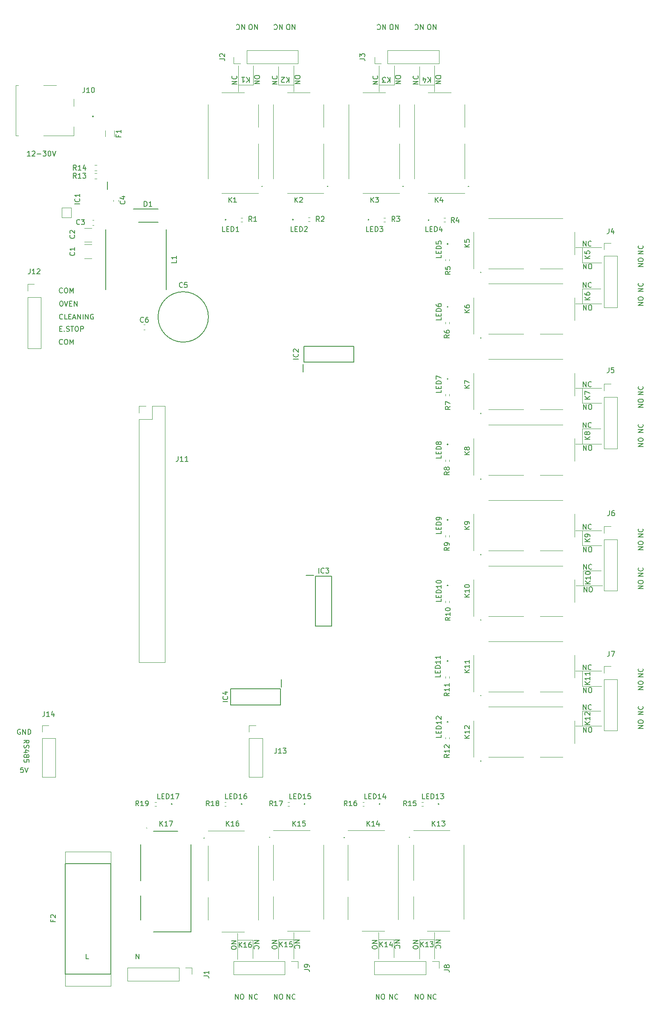
<source format=gto>
G04 #@! TF.GenerationSoftware,KiCad,Pcbnew,(6.0.11)*
G04 #@! TF.CreationDate,2023-07-05T10:17:47+03:00*
G04 #@! TF.ProjectId,Pi Zero_Relay,5069205a-6572-46f5-9f52-656c61792e6b,rev?*
G04 #@! TF.SameCoordinates,Original*
G04 #@! TF.FileFunction,Legend,Top*
G04 #@! TF.FilePolarity,Positive*
%FSLAX46Y46*%
G04 Gerber Fmt 4.6, Leading zero omitted, Abs format (unit mm)*
G04 Created by KiCad (PCBNEW (6.0.11)) date 2023-07-05 10:17:47*
%MOMM*%
%LPD*%
G01*
G04 APERTURE LIST*
%ADD10C,0.120000*%
%ADD11C,0.150000*%
%ADD12C,0.100000*%
%ADD13C,0.200000*%
%ADD14C,0.076200*%
%ADD15C,0.127000*%
G04 APERTURE END LIST*
D10*
X312125000Y-167700000D02*
X315325000Y-167700000D01*
X254145000Y-107500000D02*
X251145000Y-107500000D01*
X251145000Y-107500000D02*
X251145000Y-103900000D01*
X279125000Y-277200000D02*
X282125000Y-277200000D01*
X312225000Y-206950000D02*
X310225000Y-206950000D01*
X315325000Y-170700000D02*
X311525000Y-170700000D01*
X312125000Y-167700000D02*
X310125000Y-167700000D01*
X311525000Y-148000000D02*
X315125000Y-148000000D01*
X312125000Y-196000000D02*
X315325000Y-196000000D01*
X246125000Y-103700000D02*
X246125000Y-107500000D01*
X311625000Y-206950000D02*
X311625000Y-203950000D01*
X315325000Y-151000000D02*
X312125000Y-151000000D01*
X271025000Y-281000000D02*
X271025000Y-277800000D01*
X274025000Y-277200000D02*
X274025000Y-280800000D01*
X254125000Y-277800000D02*
X254125000Y-275800000D01*
X312125000Y-178800000D02*
X310125000Y-178800000D01*
X311525000Y-151000000D02*
X311525000Y-148000000D01*
X311525000Y-199000000D02*
X311525000Y-196000000D01*
X312125000Y-223900000D02*
X315325000Y-223900000D01*
X311525000Y-226900000D02*
X311525000Y-223900000D01*
X311525000Y-142800000D02*
X311525000Y-139800000D01*
X246125000Y-107500000D02*
X243125000Y-107500000D01*
X312125000Y-223900000D02*
X310125000Y-223900000D01*
X282145000Y-103700000D02*
X282145000Y-106900000D01*
X312125000Y-139800000D02*
X315325000Y-139800000D01*
X271025000Y-277800000D02*
X271025000Y-275800000D01*
X311525000Y-175800000D02*
X315125000Y-175800000D01*
X311525000Y-231800000D02*
X315125000Y-231800000D01*
X315325000Y-226900000D02*
X311525000Y-226900000D01*
X274125000Y-107500000D02*
X271125000Y-107500000D01*
X243025000Y-277900000D02*
X243025000Y-275900000D01*
X282145000Y-107500000D02*
X279145000Y-107500000D01*
X271125000Y-106900000D02*
X271125000Y-103700000D01*
X311525000Y-170700000D02*
X311525000Y-167700000D01*
X315325000Y-178800000D02*
X312125000Y-178800000D01*
X282145000Y-106900000D02*
X282145000Y-108900000D01*
X243125000Y-106900000D02*
X243125000Y-108900000D01*
X271025000Y-277200000D02*
X274025000Y-277200000D01*
X312125000Y-196000000D02*
X310125000Y-196000000D01*
X279125000Y-281000000D02*
X279125000Y-277200000D01*
X254125000Y-277800000D02*
X254125000Y-281000000D01*
X311525000Y-178800000D02*
X311525000Y-175800000D01*
X315325000Y-234800000D02*
X312125000Y-234800000D01*
X271125000Y-106900000D02*
X271125000Y-108900000D01*
X282125000Y-277800000D02*
X282125000Y-275800000D01*
X315425000Y-206950000D02*
X312225000Y-206950000D01*
X312125000Y-151000000D02*
X310125000Y-151000000D01*
X254145000Y-103700000D02*
X254145000Y-106900000D01*
X274125000Y-103700000D02*
X274125000Y-107500000D01*
X315325000Y-199000000D02*
X311525000Y-199000000D01*
X254145000Y-106900000D02*
X254145000Y-108900000D01*
X279145000Y-107500000D02*
X279145000Y-103900000D01*
X311525000Y-234800000D02*
X311525000Y-231800000D01*
X243025000Y-281100000D02*
X243025000Y-277900000D01*
X243025000Y-277300000D02*
X246025000Y-277300000D01*
X246025000Y-277300000D02*
X246025000Y-280900000D01*
X315325000Y-142800000D02*
X311525000Y-142800000D01*
X251125000Y-281000000D02*
X251125000Y-277200000D01*
X251125000Y-277200000D02*
X254125000Y-277200000D01*
X311625000Y-203950000D02*
X315225000Y-203950000D01*
X282125000Y-277800000D02*
X282125000Y-281000000D01*
X243125000Y-106900000D02*
X243125000Y-103700000D01*
X312125000Y-139800000D02*
X310125000Y-139800000D01*
X312125000Y-234800000D02*
X310125000Y-234800000D01*
D11*
X280839285Y-289052380D02*
X280839285Y-288052380D01*
X281410714Y-289052380D01*
X281410714Y-288052380D01*
X282458333Y-288957142D02*
X282410714Y-289004761D01*
X282267857Y-289052380D01*
X282172619Y-289052380D01*
X282029761Y-289004761D01*
X281934523Y-288909523D01*
X281886904Y-288814285D01*
X281839285Y-288623809D01*
X281839285Y-288480952D01*
X281886904Y-288290476D01*
X281934523Y-288195238D01*
X282029761Y-288100000D01*
X282172619Y-288052380D01*
X282267857Y-288052380D01*
X282410714Y-288100000D01*
X282458333Y-288147619D01*
X323577380Y-148535714D02*
X322577380Y-148535714D01*
X323577380Y-147964285D01*
X322577380Y-147964285D01*
X323482142Y-146916666D02*
X323529761Y-146964285D01*
X323577380Y-147107142D01*
X323577380Y-147202380D01*
X323529761Y-147345238D01*
X323434523Y-147440476D01*
X323339285Y-147488095D01*
X323148809Y-147535714D01*
X323005952Y-147535714D01*
X322815476Y-147488095D01*
X322720238Y-147440476D01*
X322625000Y-147345238D01*
X322577380Y-147202380D01*
X322577380Y-147107142D01*
X322625000Y-146964285D01*
X322672619Y-146916666D01*
X252839285Y-289052380D02*
X252839285Y-288052380D01*
X253410714Y-289052380D01*
X253410714Y-288052380D01*
X254458333Y-288957142D02*
X254410714Y-289004761D01*
X254267857Y-289052380D01*
X254172619Y-289052380D01*
X254029761Y-289004761D01*
X253934523Y-288909523D01*
X253886904Y-288814285D01*
X253839285Y-288623809D01*
X253839285Y-288480952D01*
X253886904Y-288290476D01*
X253934523Y-288195238D01*
X254029761Y-288100000D01*
X254172619Y-288052380D01*
X254267857Y-288052380D01*
X254410714Y-288100000D01*
X254458333Y-288147619D01*
X312977380Y-198218095D02*
X311977380Y-198218095D01*
X312977380Y-197646666D02*
X312405952Y-198075238D01*
X311977380Y-197646666D02*
X312548809Y-198218095D01*
X312977380Y-197170476D02*
X312977380Y-196980000D01*
X312929761Y-196884761D01*
X312882142Y-196837142D01*
X312739285Y-196741904D01*
X312548809Y-196694285D01*
X312167857Y-196694285D01*
X312072619Y-196741904D01*
X312025000Y-196789523D01*
X311977380Y-196884761D01*
X311977380Y-197075238D01*
X312025000Y-197170476D01*
X312072619Y-197218095D01*
X312167857Y-197265714D01*
X312405952Y-197265714D01*
X312501190Y-197218095D01*
X312548809Y-197170476D01*
X312596428Y-197075238D01*
X312596428Y-196884761D01*
X312548809Y-196789523D01*
X312501190Y-196741904D01*
X312405952Y-196694285D01*
X271310714Y-278652380D02*
X271310714Y-277652380D01*
X271882142Y-278652380D02*
X271453571Y-278080952D01*
X271882142Y-277652380D02*
X271310714Y-278223809D01*
X272834523Y-278652380D02*
X272263095Y-278652380D01*
X272548809Y-278652380D02*
X272548809Y-277652380D01*
X272453571Y-277795238D01*
X272358333Y-277890476D01*
X272263095Y-277938095D01*
X273691666Y-277985714D02*
X273691666Y-278652380D01*
X273453571Y-277604761D02*
X273215476Y-278319047D01*
X273834523Y-278319047D01*
X207925000Y-150452380D02*
X208115476Y-150452380D01*
X208210714Y-150500000D01*
X208305952Y-150595238D01*
X208353571Y-150785714D01*
X208353571Y-151119047D01*
X208305952Y-151309523D01*
X208210714Y-151404761D01*
X208115476Y-151452380D01*
X207925000Y-151452380D01*
X207829761Y-151404761D01*
X207734523Y-151309523D01*
X207686904Y-151119047D01*
X207686904Y-150785714D01*
X207734523Y-150595238D01*
X207829761Y-150500000D01*
X207925000Y-150452380D01*
X208639285Y-150452380D02*
X208972619Y-151452380D01*
X209305952Y-150452380D01*
X209639285Y-150928571D02*
X209972619Y-150928571D01*
X210115476Y-151452380D02*
X209639285Y-151452380D01*
X209639285Y-150452380D01*
X210115476Y-150452380D01*
X210544047Y-151452380D02*
X210544047Y-150452380D01*
X211115476Y-151452380D01*
X211115476Y-150452380D01*
X311715476Y-144052380D02*
X311715476Y-143052380D01*
X312286904Y-144052380D01*
X312286904Y-143052380D01*
X312953571Y-143052380D02*
X313144047Y-143052380D01*
X313239285Y-143100000D01*
X313334523Y-143195238D01*
X313382142Y-143385714D01*
X313382142Y-143719047D01*
X313334523Y-143909523D01*
X313239285Y-144004761D01*
X313144047Y-144052380D01*
X312953571Y-144052380D01*
X312858333Y-144004761D01*
X312763095Y-143909523D01*
X312715476Y-143719047D01*
X312715476Y-143385714D01*
X312763095Y-143195238D01*
X312858333Y-143100000D01*
X312953571Y-143052380D01*
X245339285Y-289052380D02*
X245339285Y-288052380D01*
X245910714Y-289052380D01*
X245910714Y-288052380D01*
X246958333Y-288957142D02*
X246910714Y-289004761D01*
X246767857Y-289052380D01*
X246672619Y-289052380D01*
X246529761Y-289004761D01*
X246434523Y-288909523D01*
X246386904Y-288814285D01*
X246339285Y-288623809D01*
X246339285Y-288480952D01*
X246386904Y-288290476D01*
X246434523Y-288195238D01*
X246529761Y-288100000D01*
X246672619Y-288052380D01*
X246767857Y-288052380D01*
X246910714Y-288100000D01*
X246958333Y-288147619D01*
X200434523Y-243052380D02*
X199958333Y-243052380D01*
X199910714Y-243528571D01*
X199958333Y-243480952D01*
X200053571Y-243433333D01*
X200291666Y-243433333D01*
X200386904Y-243480952D01*
X200434523Y-243528571D01*
X200482142Y-243623809D01*
X200482142Y-243861904D01*
X200434523Y-243957142D01*
X200386904Y-244004761D01*
X200291666Y-244052380D01*
X200053571Y-244052380D01*
X199958333Y-244004761D01*
X199910714Y-243957142D01*
X200767857Y-243052380D02*
X201101190Y-244052380D01*
X201434523Y-243052380D01*
X208239285Y-148757142D02*
X208191666Y-148804761D01*
X208048809Y-148852380D01*
X207953571Y-148852380D01*
X207810714Y-148804761D01*
X207715476Y-148709523D01*
X207667857Y-148614285D01*
X207620238Y-148423809D01*
X207620238Y-148280952D01*
X207667857Y-148090476D01*
X207715476Y-147995238D01*
X207810714Y-147900000D01*
X207953571Y-147852380D01*
X208048809Y-147852380D01*
X208191666Y-147900000D01*
X208239285Y-147947619D01*
X208858333Y-147852380D02*
X209048809Y-147852380D01*
X209144047Y-147900000D01*
X209239285Y-147995238D01*
X209286904Y-148185714D01*
X209286904Y-148519047D01*
X209239285Y-148709523D01*
X209144047Y-148804761D01*
X209048809Y-148852380D01*
X208858333Y-148852380D01*
X208763095Y-148804761D01*
X208667857Y-148709523D01*
X208620238Y-148519047D01*
X208620238Y-148185714D01*
X208667857Y-147995238D01*
X208763095Y-147900000D01*
X208858333Y-147852380D01*
X209715476Y-148852380D02*
X209715476Y-147852380D01*
X210048809Y-148566666D01*
X210382142Y-147852380D01*
X210382142Y-148852380D01*
X311715476Y-228152380D02*
X311715476Y-227152380D01*
X312286904Y-228152380D01*
X312286904Y-227152380D01*
X312953571Y-227152380D02*
X313144047Y-227152380D01*
X313239285Y-227200000D01*
X313334523Y-227295238D01*
X313382142Y-227485714D01*
X313382142Y-227819047D01*
X313334523Y-228009523D01*
X313239285Y-228104761D01*
X313144047Y-228152380D01*
X312953571Y-228152380D01*
X312858333Y-228104761D01*
X312763095Y-228009523D01*
X312715476Y-227819047D01*
X312715476Y-227485714D01*
X312763095Y-227295238D01*
X312858333Y-227200000D01*
X312953571Y-227152380D01*
X311639285Y-139552380D02*
X311639285Y-138552380D01*
X312210714Y-139552380D01*
X312210714Y-138552380D01*
X313258333Y-139457142D02*
X313210714Y-139504761D01*
X313067857Y-139552380D01*
X312972619Y-139552380D01*
X312829761Y-139504761D01*
X312734523Y-139409523D01*
X312686904Y-139314285D01*
X312639285Y-139123809D01*
X312639285Y-138980952D01*
X312686904Y-138790476D01*
X312734523Y-138695238D01*
X312829761Y-138600000D01*
X312972619Y-138552380D01*
X313067857Y-138552380D01*
X313210714Y-138600000D01*
X313258333Y-138647619D01*
X274272619Y-277314285D02*
X275272619Y-277314285D01*
X274272619Y-277885714D01*
X275272619Y-277885714D01*
X274367857Y-278933333D02*
X274320238Y-278885714D01*
X274272619Y-278742857D01*
X274272619Y-278647619D01*
X274320238Y-278504761D01*
X274415476Y-278409523D01*
X274510714Y-278361904D01*
X274701190Y-278314285D01*
X274844047Y-278314285D01*
X275034523Y-278361904D01*
X275129761Y-278409523D01*
X275225000Y-278504761D01*
X275272619Y-278647619D01*
X275272619Y-278742857D01*
X275225000Y-278885714D01*
X275177380Y-278933333D01*
X323577380Y-179309523D02*
X322577380Y-179309523D01*
X323577380Y-178738095D01*
X322577380Y-178738095D01*
X322577380Y-178071428D02*
X322577380Y-177880952D01*
X322625000Y-177785714D01*
X322720238Y-177690476D01*
X322910714Y-177642857D01*
X323244047Y-177642857D01*
X323434523Y-177690476D01*
X323529761Y-177785714D01*
X323577380Y-177880952D01*
X323577380Y-178071428D01*
X323529761Y-178166666D01*
X323434523Y-178261904D01*
X323244047Y-178309523D01*
X322910714Y-178309523D01*
X322720238Y-178261904D01*
X322625000Y-178166666D01*
X322577380Y-178071428D01*
X281363095Y-106047619D02*
X281363095Y-107047619D01*
X280791666Y-106047619D02*
X281220238Y-106619047D01*
X280791666Y-107047619D02*
X281363095Y-106476190D01*
X279934523Y-106714285D02*
X279934523Y-106047619D01*
X280172619Y-107095238D02*
X280410714Y-106380952D01*
X279791666Y-106380952D01*
X272410714Y-95547619D02*
X272410714Y-96547619D01*
X271839285Y-95547619D01*
X271839285Y-96547619D01*
X270791666Y-95642857D02*
X270839285Y-95595238D01*
X270982142Y-95547619D01*
X271077380Y-95547619D01*
X271220238Y-95595238D01*
X271315476Y-95690476D01*
X271363095Y-95785714D01*
X271410714Y-95976190D01*
X271410714Y-96119047D01*
X271363095Y-96309523D01*
X271315476Y-96404761D01*
X271220238Y-96500000D01*
X271077380Y-96547619D01*
X270982142Y-96547619D01*
X270839285Y-96500000D01*
X270791666Y-96452380D01*
X274934523Y-95547619D02*
X274934523Y-96547619D01*
X274363095Y-95547619D01*
X274363095Y-96547619D01*
X273696428Y-96547619D02*
X273505952Y-96547619D01*
X273410714Y-96500000D01*
X273315476Y-96404761D01*
X273267857Y-96214285D01*
X273267857Y-95880952D01*
X273315476Y-95690476D01*
X273410714Y-95595238D01*
X273505952Y-95547619D01*
X273696428Y-95547619D01*
X273791666Y-95595238D01*
X273886904Y-95690476D01*
X273934523Y-95880952D01*
X273934523Y-96214285D01*
X273886904Y-96404761D01*
X273791666Y-96500000D01*
X273696428Y-96547619D01*
X250315476Y-289052380D02*
X250315476Y-288052380D01*
X250886904Y-289052380D01*
X250886904Y-288052380D01*
X251553571Y-288052380D02*
X251744047Y-288052380D01*
X251839285Y-288100000D01*
X251934523Y-288195238D01*
X251982142Y-288385714D01*
X251982142Y-288719047D01*
X251934523Y-288909523D01*
X251839285Y-289004761D01*
X251744047Y-289052380D01*
X251553571Y-289052380D01*
X251458333Y-289004761D01*
X251363095Y-288909523D01*
X251315476Y-288719047D01*
X251315476Y-288385714D01*
X251363095Y-288195238D01*
X251458333Y-288100000D01*
X251553571Y-288052380D01*
X311639285Y-223652380D02*
X311639285Y-222652380D01*
X312210714Y-223652380D01*
X312210714Y-222652380D01*
X313258333Y-223557142D02*
X313210714Y-223604761D01*
X313067857Y-223652380D01*
X312972619Y-223652380D01*
X312829761Y-223604761D01*
X312734523Y-223509523D01*
X312686904Y-223414285D01*
X312639285Y-223223809D01*
X312639285Y-223080952D01*
X312686904Y-222890476D01*
X312734523Y-222795238D01*
X312829761Y-222700000D01*
X312972619Y-222652380D01*
X313067857Y-222652380D01*
X313210714Y-222700000D01*
X313258333Y-222747619D01*
X282434523Y-95547619D02*
X282434523Y-96547619D01*
X281863095Y-95547619D01*
X281863095Y-96547619D01*
X281196428Y-96547619D02*
X281005952Y-96547619D01*
X280910714Y-96500000D01*
X280815476Y-96404761D01*
X280767857Y-96214285D01*
X280767857Y-95880952D01*
X280815476Y-95690476D01*
X280910714Y-95595238D01*
X281005952Y-95547619D01*
X281196428Y-95547619D01*
X281291666Y-95595238D01*
X281386904Y-95690476D01*
X281434523Y-95880952D01*
X281434523Y-96214285D01*
X281386904Y-96404761D01*
X281291666Y-96500000D01*
X281196428Y-96547619D01*
X251910714Y-95547619D02*
X251910714Y-96547619D01*
X251339285Y-95547619D01*
X251339285Y-96547619D01*
X250291666Y-95642857D02*
X250339285Y-95595238D01*
X250482142Y-95547619D01*
X250577380Y-95547619D01*
X250720238Y-95595238D01*
X250815476Y-95690476D01*
X250863095Y-95785714D01*
X250910714Y-95976190D01*
X250910714Y-96119047D01*
X250863095Y-96309523D01*
X250815476Y-96404761D01*
X250720238Y-96500000D01*
X250577380Y-96547619D01*
X250482142Y-96547619D01*
X250339285Y-96500000D01*
X250291666Y-96452380D01*
X278897380Y-107385714D02*
X277897380Y-107385714D01*
X278897380Y-106814285D01*
X277897380Y-106814285D01*
X278802142Y-105766666D02*
X278849761Y-105814285D01*
X278897380Y-105957142D01*
X278897380Y-106052380D01*
X278849761Y-106195238D01*
X278754523Y-106290476D01*
X278659285Y-106338095D01*
X278468809Y-106385714D01*
X278325952Y-106385714D01*
X278135476Y-106338095D01*
X278040238Y-106290476D01*
X277945000Y-106195238D01*
X277897380Y-106052380D01*
X277897380Y-105957142D01*
X277945000Y-105814285D01*
X277992619Y-105766666D01*
X243310714Y-278752380D02*
X243310714Y-277752380D01*
X243882142Y-278752380D02*
X243453571Y-278180952D01*
X243882142Y-277752380D02*
X243310714Y-278323809D01*
X244834523Y-278752380D02*
X244263095Y-278752380D01*
X244548809Y-278752380D02*
X244548809Y-277752380D01*
X244453571Y-277895238D01*
X244358333Y-277990476D01*
X244263095Y-278038095D01*
X245691666Y-277752380D02*
X245501190Y-277752380D01*
X245405952Y-277800000D01*
X245358333Y-277847619D01*
X245263095Y-277990476D01*
X245215476Y-278180952D01*
X245215476Y-278561904D01*
X245263095Y-278657142D01*
X245310714Y-278704761D01*
X245405952Y-278752380D01*
X245596428Y-278752380D01*
X245691666Y-278704761D01*
X245739285Y-278657142D01*
X245786904Y-278561904D01*
X245786904Y-278323809D01*
X245739285Y-278228571D01*
X245691666Y-278180952D01*
X245596428Y-278133333D01*
X245405952Y-278133333D01*
X245310714Y-278180952D01*
X245263095Y-278228571D01*
X245215476Y-278323809D01*
X201834523Y-121652380D02*
X201263095Y-121652380D01*
X201548809Y-121652380D02*
X201548809Y-120652380D01*
X201453571Y-120795238D01*
X201358333Y-120890476D01*
X201263095Y-120938095D01*
X202215476Y-120747619D02*
X202263095Y-120700000D01*
X202358333Y-120652380D01*
X202596428Y-120652380D01*
X202691666Y-120700000D01*
X202739285Y-120747619D01*
X202786904Y-120842857D01*
X202786904Y-120938095D01*
X202739285Y-121080952D01*
X202167857Y-121652380D01*
X202786904Y-121652380D01*
X203215476Y-121271428D02*
X203977380Y-121271428D01*
X204358333Y-120652380D02*
X204977380Y-120652380D01*
X204644047Y-121033333D01*
X204786904Y-121033333D01*
X204882142Y-121080952D01*
X204929761Y-121128571D01*
X204977380Y-121223809D01*
X204977380Y-121461904D01*
X204929761Y-121557142D01*
X204882142Y-121604761D01*
X204786904Y-121652380D01*
X204501190Y-121652380D01*
X204405952Y-121604761D01*
X204358333Y-121557142D01*
X205596428Y-120652380D02*
X205691666Y-120652380D01*
X205786904Y-120700000D01*
X205834523Y-120747619D01*
X205882142Y-120842857D01*
X205929761Y-121033333D01*
X205929761Y-121271428D01*
X205882142Y-121461904D01*
X205834523Y-121557142D01*
X205786904Y-121604761D01*
X205691666Y-121652380D01*
X205596428Y-121652380D01*
X205501190Y-121604761D01*
X205453571Y-121557142D01*
X205405952Y-121461904D01*
X205358333Y-121271428D01*
X205358333Y-121033333D01*
X205405952Y-120842857D01*
X205453571Y-120747619D01*
X205501190Y-120700000D01*
X205596428Y-120652380D01*
X206215476Y-120652380D02*
X206548809Y-121652380D01*
X206882142Y-120652380D01*
X311639285Y-231552380D02*
X311639285Y-230552380D01*
X312210714Y-231552380D01*
X312210714Y-230552380D01*
X313258333Y-231457142D02*
X313210714Y-231504761D01*
X313067857Y-231552380D01*
X312972619Y-231552380D01*
X312829761Y-231504761D01*
X312734523Y-231409523D01*
X312686904Y-231314285D01*
X312639285Y-231123809D01*
X312639285Y-230980952D01*
X312686904Y-230790476D01*
X312734523Y-230695238D01*
X312829761Y-230600000D01*
X312972619Y-230552380D01*
X313067857Y-230552380D01*
X313210714Y-230600000D01*
X313258333Y-230647619D01*
X273343095Y-106047619D02*
X273343095Y-107047619D01*
X272771666Y-106047619D02*
X273200238Y-106619047D01*
X272771666Y-107047619D02*
X273343095Y-106476190D01*
X272438333Y-107047619D02*
X271819285Y-107047619D01*
X272152619Y-106666666D01*
X272009761Y-106666666D01*
X271914523Y-106619047D01*
X271866904Y-106571428D01*
X271819285Y-106476190D01*
X271819285Y-106238095D01*
X271866904Y-106142857D01*
X271914523Y-106095238D01*
X272009761Y-106047619D01*
X272295476Y-106047619D01*
X272390714Y-106095238D01*
X272438333Y-106142857D01*
X323577380Y-143609523D02*
X322577380Y-143609523D01*
X323577380Y-143038095D01*
X322577380Y-143038095D01*
X322577380Y-142371428D02*
X322577380Y-142180952D01*
X322625000Y-142085714D01*
X322720238Y-141990476D01*
X322910714Y-141942857D01*
X323244047Y-141942857D01*
X323434523Y-141990476D01*
X323529761Y-142085714D01*
X323577380Y-142180952D01*
X323577380Y-142371428D01*
X323529761Y-142466666D01*
X323434523Y-142561904D01*
X323244047Y-142609523D01*
X322910714Y-142609523D01*
X322720238Y-142561904D01*
X322625000Y-142466666D01*
X322577380Y-142371428D01*
X254372619Y-277314285D02*
X255372619Y-277314285D01*
X254372619Y-277885714D01*
X255372619Y-277885714D01*
X254467857Y-278933333D02*
X254420238Y-278885714D01*
X254372619Y-278742857D01*
X254372619Y-278647619D01*
X254420238Y-278504761D01*
X254515476Y-278409523D01*
X254610714Y-278361904D01*
X254801190Y-278314285D01*
X254944047Y-278314285D01*
X255134523Y-278361904D01*
X255229761Y-278409523D01*
X255325000Y-278504761D01*
X255372619Y-278647619D01*
X255372619Y-278742857D01*
X255325000Y-278885714D01*
X255277380Y-278933333D01*
X283397380Y-107309523D02*
X282397380Y-107309523D01*
X283397380Y-106738095D01*
X282397380Y-106738095D01*
X282397380Y-106071428D02*
X282397380Y-105880952D01*
X282445000Y-105785714D01*
X282540238Y-105690476D01*
X282730714Y-105642857D01*
X283064047Y-105642857D01*
X283254523Y-105690476D01*
X283349761Y-105785714D01*
X283397380Y-105880952D01*
X283397380Y-106071428D01*
X283349761Y-106166666D01*
X283254523Y-106261904D01*
X283064047Y-106309523D01*
X282730714Y-106309523D01*
X282540238Y-106261904D01*
X282445000Y-106166666D01*
X282397380Y-106071428D01*
X311639285Y-175552380D02*
X311639285Y-174552380D01*
X312210714Y-175552380D01*
X312210714Y-174552380D01*
X313258333Y-175457142D02*
X313210714Y-175504761D01*
X313067857Y-175552380D01*
X312972619Y-175552380D01*
X312829761Y-175504761D01*
X312734523Y-175409523D01*
X312686904Y-175314285D01*
X312639285Y-175123809D01*
X312639285Y-174980952D01*
X312686904Y-174790476D01*
X312734523Y-174695238D01*
X312829761Y-174600000D01*
X312972619Y-174552380D01*
X313067857Y-174552380D01*
X313210714Y-174600000D01*
X313258333Y-174647619D01*
X275377380Y-107309523D02*
X274377380Y-107309523D01*
X275377380Y-106738095D01*
X274377380Y-106738095D01*
X274377380Y-106071428D02*
X274377380Y-105880952D01*
X274425000Y-105785714D01*
X274520238Y-105690476D01*
X274710714Y-105642857D01*
X275044047Y-105642857D01*
X275234523Y-105690476D01*
X275329761Y-105785714D01*
X275377380Y-105880952D01*
X275377380Y-106071428D01*
X275329761Y-106166666D01*
X275234523Y-106261904D01*
X275044047Y-106309523D01*
X274710714Y-106309523D01*
X274520238Y-106261904D01*
X274425000Y-106166666D01*
X274377380Y-106071428D01*
X245343095Y-106047619D02*
X245343095Y-107047619D01*
X244771666Y-106047619D02*
X245200238Y-106619047D01*
X244771666Y-107047619D02*
X245343095Y-106476190D01*
X243819285Y-106047619D02*
X244390714Y-106047619D01*
X244105000Y-106047619D02*
X244105000Y-107047619D01*
X244200238Y-106904761D01*
X244295476Y-106809523D01*
X244390714Y-106761904D01*
X311815476Y-208202380D02*
X311815476Y-207202380D01*
X312386904Y-208202380D01*
X312386904Y-207202380D01*
X313053571Y-207202380D02*
X313244047Y-207202380D01*
X313339285Y-207250000D01*
X313434523Y-207345238D01*
X313482142Y-207535714D01*
X313482142Y-207869047D01*
X313434523Y-208059523D01*
X313339285Y-208154761D01*
X313244047Y-208202380D01*
X313053571Y-208202380D01*
X312958333Y-208154761D01*
X312863095Y-208059523D01*
X312815476Y-207869047D01*
X312815476Y-207535714D01*
X312863095Y-207345238D01*
X312958333Y-207250000D01*
X313053571Y-207202380D01*
X207691666Y-155928571D02*
X208025000Y-155928571D01*
X208167857Y-156452380D02*
X207691666Y-156452380D01*
X207691666Y-155452380D01*
X208167857Y-155452380D01*
X208596428Y-156357142D02*
X208644047Y-156404761D01*
X208596428Y-156452380D01*
X208548809Y-156404761D01*
X208596428Y-156357142D01*
X208596428Y-156452380D01*
X209025000Y-156404761D02*
X209167857Y-156452380D01*
X209405952Y-156452380D01*
X209501190Y-156404761D01*
X209548809Y-156357142D01*
X209596428Y-156261904D01*
X209596428Y-156166666D01*
X209548809Y-156071428D01*
X209501190Y-156023809D01*
X209405952Y-155976190D01*
X209215476Y-155928571D01*
X209120238Y-155880952D01*
X209072619Y-155833333D01*
X209025000Y-155738095D01*
X209025000Y-155642857D01*
X209072619Y-155547619D01*
X209120238Y-155500000D01*
X209215476Y-155452380D01*
X209453571Y-155452380D01*
X209596428Y-155500000D01*
X209882142Y-155452380D02*
X210453571Y-155452380D01*
X210167857Y-156452380D02*
X210167857Y-155452380D01*
X210977380Y-155452380D02*
X211167857Y-155452380D01*
X211263095Y-155500000D01*
X211358333Y-155595238D01*
X211405952Y-155785714D01*
X211405952Y-156119047D01*
X211358333Y-156309523D01*
X211263095Y-156404761D01*
X211167857Y-156452380D01*
X210977380Y-156452380D01*
X210882142Y-156404761D01*
X210786904Y-156309523D01*
X210739285Y-156119047D01*
X210739285Y-155785714D01*
X210786904Y-155595238D01*
X210882142Y-155500000D01*
X210977380Y-155452380D01*
X211834523Y-156452380D02*
X211834523Y-155452380D01*
X212215476Y-155452380D01*
X212310714Y-155500000D01*
X212358333Y-155547619D01*
X212405952Y-155642857D01*
X212405952Y-155785714D01*
X212358333Y-155880952D01*
X212310714Y-155928571D01*
X212215476Y-155976190D01*
X211834523Y-155976190D01*
X323577380Y-225035714D02*
X322577380Y-225035714D01*
X323577380Y-224464285D01*
X322577380Y-224464285D01*
X323482142Y-223416666D02*
X323529761Y-223464285D01*
X323577380Y-223607142D01*
X323577380Y-223702380D01*
X323529761Y-223845238D01*
X323434523Y-223940476D01*
X323339285Y-223988095D01*
X323148809Y-224035714D01*
X323005952Y-224035714D01*
X322815476Y-223988095D01*
X322720238Y-223940476D01*
X322625000Y-223845238D01*
X322577380Y-223702380D01*
X322577380Y-223607142D01*
X322625000Y-223464285D01*
X322672619Y-223416666D01*
X311715476Y-171952380D02*
X311715476Y-170952380D01*
X312286904Y-171952380D01*
X312286904Y-170952380D01*
X312953571Y-170952380D02*
X313144047Y-170952380D01*
X313239285Y-171000000D01*
X313334523Y-171095238D01*
X313382142Y-171285714D01*
X313382142Y-171619047D01*
X313334523Y-171809523D01*
X313239285Y-171904761D01*
X313144047Y-171952380D01*
X312953571Y-171952380D01*
X312858333Y-171904761D01*
X312763095Y-171809523D01*
X312715476Y-171619047D01*
X312715476Y-171285714D01*
X312763095Y-171095238D01*
X312858333Y-171000000D01*
X312953571Y-170952380D01*
X312977380Y-226594285D02*
X311977380Y-226594285D01*
X312977380Y-226022857D02*
X312405952Y-226451428D01*
X311977380Y-226022857D02*
X312548809Y-226594285D01*
X312977380Y-225070476D02*
X312977380Y-225641904D01*
X312977380Y-225356190D02*
X311977380Y-225356190D01*
X312120238Y-225451428D01*
X312215476Y-225546666D01*
X312263095Y-225641904D01*
X312977380Y-224118095D02*
X312977380Y-224689523D01*
X312977380Y-224403809D02*
X311977380Y-224403809D01*
X312120238Y-224499047D01*
X312215476Y-224594285D01*
X312263095Y-224689523D01*
X311639285Y-167452380D02*
X311639285Y-166452380D01*
X312210714Y-167452380D01*
X312210714Y-166452380D01*
X313258333Y-167357142D02*
X313210714Y-167404761D01*
X313067857Y-167452380D01*
X312972619Y-167452380D01*
X312829761Y-167404761D01*
X312734523Y-167309523D01*
X312686904Y-167214285D01*
X312639285Y-167023809D01*
X312639285Y-166880952D01*
X312686904Y-166690476D01*
X312734523Y-166595238D01*
X312829761Y-166500000D01*
X312972619Y-166452380D01*
X313067857Y-166452380D01*
X313210714Y-166500000D01*
X313258333Y-166547619D01*
X323577380Y-151309523D02*
X322577380Y-151309523D01*
X323577380Y-150738095D01*
X322577380Y-150738095D01*
X322577380Y-150071428D02*
X322577380Y-149880952D01*
X322625000Y-149785714D01*
X322720238Y-149690476D01*
X322910714Y-149642857D01*
X323244047Y-149642857D01*
X323434523Y-149690476D01*
X323529761Y-149785714D01*
X323577380Y-149880952D01*
X323577380Y-150071428D01*
X323529761Y-150166666D01*
X323434523Y-150261904D01*
X323244047Y-150309523D01*
X322910714Y-150309523D01*
X322720238Y-150261904D01*
X322625000Y-150166666D01*
X322577380Y-150071428D01*
X323577380Y-232535714D02*
X322577380Y-232535714D01*
X323577380Y-231964285D01*
X322577380Y-231964285D01*
X323482142Y-230916666D02*
X323529761Y-230964285D01*
X323577380Y-231107142D01*
X323577380Y-231202380D01*
X323529761Y-231345238D01*
X323434523Y-231440476D01*
X323339285Y-231488095D01*
X323148809Y-231535714D01*
X323005952Y-231535714D01*
X322815476Y-231488095D01*
X322720238Y-231440476D01*
X322625000Y-231345238D01*
X322577380Y-231202380D01*
X322577380Y-231107142D01*
X322625000Y-230964285D01*
X322672619Y-230916666D01*
X270565476Y-289052380D02*
X270565476Y-288052380D01*
X271136904Y-289052380D01*
X271136904Y-288052380D01*
X271803571Y-288052380D02*
X271994047Y-288052380D01*
X272089285Y-288100000D01*
X272184523Y-288195238D01*
X272232142Y-288385714D01*
X272232142Y-288719047D01*
X272184523Y-288909523D01*
X272089285Y-289004761D01*
X271994047Y-289052380D01*
X271803571Y-289052380D01*
X271708333Y-289004761D01*
X271613095Y-288909523D01*
X271565476Y-288719047D01*
X271565476Y-288385714D01*
X271613095Y-288195238D01*
X271708333Y-288100000D01*
X271803571Y-288052380D01*
X323577380Y-176535714D02*
X322577380Y-176535714D01*
X323577380Y-175964285D01*
X322577380Y-175964285D01*
X323482142Y-174916666D02*
X323529761Y-174964285D01*
X323577380Y-175107142D01*
X323577380Y-175202380D01*
X323529761Y-175345238D01*
X323434523Y-175440476D01*
X323339285Y-175488095D01*
X323148809Y-175535714D01*
X323005952Y-175535714D01*
X322815476Y-175488095D01*
X322720238Y-175440476D01*
X322625000Y-175345238D01*
X322577380Y-175202380D01*
X322577380Y-175107142D01*
X322625000Y-174964285D01*
X322672619Y-174916666D01*
X254434523Y-95547619D02*
X254434523Y-96547619D01*
X253863095Y-95547619D01*
X253863095Y-96547619D01*
X253196428Y-96547619D02*
X253005952Y-96547619D01*
X252910714Y-96500000D01*
X252815476Y-96404761D01*
X252767857Y-96214285D01*
X252767857Y-95880952D01*
X252815476Y-95690476D01*
X252910714Y-95595238D01*
X253005952Y-95547619D01*
X253196428Y-95547619D01*
X253291666Y-95595238D01*
X253386904Y-95690476D01*
X253434523Y-95880952D01*
X253434523Y-96214285D01*
X253386904Y-96404761D01*
X253291666Y-96500000D01*
X253196428Y-96547619D01*
X242565476Y-289052380D02*
X242565476Y-288052380D01*
X243136904Y-289052380D01*
X243136904Y-288052380D01*
X243803571Y-288052380D02*
X243994047Y-288052380D01*
X244089285Y-288100000D01*
X244184523Y-288195238D01*
X244232142Y-288385714D01*
X244232142Y-288719047D01*
X244184523Y-288909523D01*
X244089285Y-289004761D01*
X243994047Y-289052380D01*
X243803571Y-289052380D01*
X243708333Y-289004761D01*
X243613095Y-288909523D01*
X243565476Y-288719047D01*
X243565476Y-288385714D01*
X243613095Y-288195238D01*
X243708333Y-288100000D01*
X243803571Y-288052380D01*
X199863095Y-235500000D02*
X199767857Y-235452380D01*
X199625000Y-235452380D01*
X199482142Y-235500000D01*
X199386904Y-235595238D01*
X199339285Y-235690476D01*
X199291666Y-235880952D01*
X199291666Y-236023809D01*
X199339285Y-236214285D01*
X199386904Y-236309523D01*
X199482142Y-236404761D01*
X199625000Y-236452380D01*
X199720238Y-236452380D01*
X199863095Y-236404761D01*
X199910714Y-236357142D01*
X199910714Y-236023809D01*
X199720238Y-236023809D01*
X200339285Y-236452380D02*
X200339285Y-235452380D01*
X200910714Y-236452380D01*
X200910714Y-235452380D01*
X201386904Y-236452380D02*
X201386904Y-235452380D01*
X201625000Y-235452380D01*
X201767857Y-235500000D01*
X201863095Y-235595238D01*
X201910714Y-235690476D01*
X201958333Y-235880952D01*
X201958333Y-236023809D01*
X201910714Y-236214285D01*
X201863095Y-236309523D01*
X201767857Y-236404761D01*
X201625000Y-236452380D01*
X201386904Y-236452380D01*
X270877380Y-107385714D02*
X269877380Y-107385714D01*
X270877380Y-106814285D01*
X269877380Y-106814285D01*
X270782142Y-105766666D02*
X270829761Y-105814285D01*
X270877380Y-105957142D01*
X270877380Y-106052380D01*
X270829761Y-106195238D01*
X270734523Y-106290476D01*
X270639285Y-106338095D01*
X270448809Y-106385714D01*
X270305952Y-106385714D01*
X270115476Y-106338095D01*
X270020238Y-106290476D01*
X269925000Y-106195238D01*
X269877380Y-106052380D01*
X269877380Y-105957142D01*
X269925000Y-105814285D01*
X269972619Y-105766666D01*
X312977380Y-169918095D02*
X311977380Y-169918095D01*
X312977380Y-169346666D02*
X312405952Y-169775238D01*
X311977380Y-169346666D02*
X312548809Y-169918095D01*
X311977380Y-169013333D02*
X311977380Y-168346666D01*
X312977380Y-168775238D01*
X323577380Y-227559523D02*
X322577380Y-227559523D01*
X323577380Y-226988095D01*
X322577380Y-226988095D01*
X322577380Y-226321428D02*
X322577380Y-226130952D01*
X322625000Y-226035714D01*
X322720238Y-225940476D01*
X322910714Y-225892857D01*
X323244047Y-225892857D01*
X323434523Y-225940476D01*
X323529761Y-226035714D01*
X323577380Y-226130952D01*
X323577380Y-226321428D01*
X323529761Y-226416666D01*
X323434523Y-226511904D01*
X323244047Y-226559523D01*
X322910714Y-226559523D01*
X322720238Y-226511904D01*
X322625000Y-226416666D01*
X322577380Y-226321428D01*
X247377380Y-107309523D02*
X246377380Y-107309523D01*
X247377380Y-106738095D01*
X246377380Y-106738095D01*
X246377380Y-106071428D02*
X246377380Y-105880952D01*
X246425000Y-105785714D01*
X246520238Y-105690476D01*
X246710714Y-105642857D01*
X247044047Y-105642857D01*
X247234523Y-105690476D01*
X247329761Y-105785714D01*
X247377380Y-105880952D01*
X247377380Y-106071428D01*
X247329761Y-106166666D01*
X247234523Y-106261904D01*
X247044047Y-106309523D01*
X246710714Y-106309523D01*
X246520238Y-106261904D01*
X246425000Y-106166666D01*
X246377380Y-106071428D01*
X213434523Y-281052380D02*
X212958333Y-281052380D01*
X212958333Y-280052380D01*
X251410714Y-278652380D02*
X251410714Y-277652380D01*
X251982142Y-278652380D02*
X251553571Y-278080952D01*
X251982142Y-277652380D02*
X251410714Y-278223809D01*
X252934523Y-278652380D02*
X252363095Y-278652380D01*
X252648809Y-278652380D02*
X252648809Y-277652380D01*
X252553571Y-277795238D01*
X252458333Y-277890476D01*
X252363095Y-277938095D01*
X253839285Y-277652380D02*
X253363095Y-277652380D01*
X253315476Y-278128571D01*
X253363095Y-278080952D01*
X253458333Y-278033333D01*
X253696428Y-278033333D01*
X253791666Y-278080952D01*
X253839285Y-278128571D01*
X253886904Y-278223809D01*
X253886904Y-278461904D01*
X253839285Y-278557142D01*
X253791666Y-278604761D01*
X253696428Y-278652380D01*
X253458333Y-278652380D01*
X253363095Y-278604761D01*
X253315476Y-278557142D01*
X253263095Y-106047619D02*
X253263095Y-107047619D01*
X252691666Y-106047619D02*
X253120238Y-106619047D01*
X252691666Y-107047619D02*
X253263095Y-106476190D01*
X252310714Y-106952380D02*
X252263095Y-107000000D01*
X252167857Y-107047619D01*
X251929761Y-107047619D01*
X251834523Y-107000000D01*
X251786904Y-106952380D01*
X251739285Y-106857142D01*
X251739285Y-106761904D01*
X251786904Y-106619047D01*
X252358333Y-106047619D01*
X251739285Y-106047619D01*
X279410714Y-278652380D02*
X279410714Y-277652380D01*
X279982142Y-278652380D02*
X279553571Y-278080952D01*
X279982142Y-277652380D02*
X279410714Y-278223809D01*
X280934523Y-278652380D02*
X280363095Y-278652380D01*
X280648809Y-278652380D02*
X280648809Y-277652380D01*
X280553571Y-277795238D01*
X280458333Y-277890476D01*
X280363095Y-277938095D01*
X281267857Y-277652380D02*
X281886904Y-277652380D01*
X281553571Y-278033333D01*
X281696428Y-278033333D01*
X281791666Y-278080952D01*
X281839285Y-278128571D01*
X281886904Y-278223809D01*
X281886904Y-278461904D01*
X281839285Y-278557142D01*
X281791666Y-278604761D01*
X281696428Y-278652380D01*
X281410714Y-278652380D01*
X281315476Y-278604761D01*
X281267857Y-278557142D01*
X311715476Y-236052380D02*
X311715476Y-235052380D01*
X312286904Y-236052380D01*
X312286904Y-235052380D01*
X312953571Y-235052380D02*
X313144047Y-235052380D01*
X313239285Y-235100000D01*
X313334523Y-235195238D01*
X313382142Y-235385714D01*
X313382142Y-235719047D01*
X313334523Y-235909523D01*
X313239285Y-236004761D01*
X313144047Y-236052380D01*
X312953571Y-236052380D01*
X312858333Y-236004761D01*
X312763095Y-235909523D01*
X312715476Y-235719047D01*
X312715476Y-235385714D01*
X312763095Y-235195238D01*
X312858333Y-235100000D01*
X312953571Y-235052380D01*
X311639285Y-147752380D02*
X311639285Y-146752380D01*
X312210714Y-147752380D01*
X312210714Y-146752380D01*
X313258333Y-147657142D02*
X313210714Y-147704761D01*
X313067857Y-147752380D01*
X312972619Y-147752380D01*
X312829761Y-147704761D01*
X312734523Y-147609523D01*
X312686904Y-147514285D01*
X312639285Y-147323809D01*
X312639285Y-147180952D01*
X312686904Y-146990476D01*
X312734523Y-146895238D01*
X312829761Y-146800000D01*
X312972619Y-146752380D01*
X313067857Y-146752380D01*
X313210714Y-146800000D01*
X313258333Y-146847619D01*
X311715476Y-180052380D02*
X311715476Y-179052380D01*
X312286904Y-180052380D01*
X312286904Y-179052380D01*
X312953571Y-179052380D02*
X313144047Y-179052380D01*
X313239285Y-179100000D01*
X313334523Y-179195238D01*
X313382142Y-179385714D01*
X313382142Y-179719047D01*
X313334523Y-179909523D01*
X313239285Y-180004761D01*
X313144047Y-180052380D01*
X312953571Y-180052380D01*
X312858333Y-180004761D01*
X312763095Y-179909523D01*
X312715476Y-179719047D01*
X312715476Y-179385714D01*
X312763095Y-179195238D01*
X312858333Y-179100000D01*
X312953571Y-179052380D01*
X282372619Y-277314285D02*
X283372619Y-277314285D01*
X282372619Y-277885714D01*
X283372619Y-277885714D01*
X282467857Y-278933333D02*
X282420238Y-278885714D01*
X282372619Y-278742857D01*
X282372619Y-278647619D01*
X282420238Y-278504761D01*
X282515476Y-278409523D01*
X282610714Y-278361904D01*
X282801190Y-278314285D01*
X282944047Y-278314285D01*
X283134523Y-278361904D01*
X283229761Y-278409523D01*
X283325000Y-278504761D01*
X283372619Y-278647619D01*
X283372619Y-278742857D01*
X283325000Y-278885714D01*
X283277380Y-278933333D01*
X323577380Y-207559523D02*
X322577380Y-207559523D01*
X323577380Y-206988095D01*
X322577380Y-206988095D01*
X322577380Y-206321428D02*
X322577380Y-206130952D01*
X322625000Y-206035714D01*
X322720238Y-205940476D01*
X322910714Y-205892857D01*
X323244047Y-205892857D01*
X323434523Y-205940476D01*
X323529761Y-206035714D01*
X323577380Y-206130952D01*
X323577380Y-206321428D01*
X323529761Y-206416666D01*
X323434523Y-206511904D01*
X323244047Y-206559523D01*
X322910714Y-206559523D01*
X322720238Y-206511904D01*
X322625000Y-206416666D01*
X322577380Y-206321428D01*
X255397380Y-107309523D02*
X254397380Y-107309523D01*
X255397380Y-106738095D01*
X254397380Y-106738095D01*
X254397380Y-106071428D02*
X254397380Y-105880952D01*
X254445000Y-105785714D01*
X254540238Y-105690476D01*
X254730714Y-105642857D01*
X255064047Y-105642857D01*
X255254523Y-105690476D01*
X255349761Y-105785714D01*
X255397380Y-105880952D01*
X255397380Y-106071428D01*
X255349761Y-106166666D01*
X255254523Y-106261904D01*
X255064047Y-106309523D01*
X254730714Y-106309523D01*
X254540238Y-106261904D01*
X254445000Y-106166666D01*
X254397380Y-106071428D01*
X244410714Y-95547619D02*
X244410714Y-96547619D01*
X243839285Y-95547619D01*
X243839285Y-96547619D01*
X242791666Y-95642857D02*
X242839285Y-95595238D01*
X242982142Y-95547619D01*
X243077380Y-95547619D01*
X243220238Y-95595238D01*
X243315476Y-95690476D01*
X243363095Y-95785714D01*
X243410714Y-95976190D01*
X243410714Y-96119047D01*
X243363095Y-96309523D01*
X243315476Y-96404761D01*
X243220238Y-96500000D01*
X243077380Y-96547619D01*
X242982142Y-96547619D01*
X242839285Y-96500000D01*
X242791666Y-96452380D01*
X269772619Y-277390476D02*
X270772619Y-277390476D01*
X269772619Y-277961904D01*
X270772619Y-277961904D01*
X270772619Y-278628571D02*
X270772619Y-278819047D01*
X270725000Y-278914285D01*
X270629761Y-279009523D01*
X270439285Y-279057142D01*
X270105952Y-279057142D01*
X269915476Y-279009523D01*
X269820238Y-278914285D01*
X269772619Y-278819047D01*
X269772619Y-278628571D01*
X269820238Y-278533333D01*
X269915476Y-278438095D01*
X270105952Y-278390476D01*
X270439285Y-278390476D01*
X270629761Y-278438095D01*
X270725000Y-278533333D01*
X270772619Y-278628571D01*
X208239285Y-158957142D02*
X208191666Y-159004761D01*
X208048809Y-159052380D01*
X207953571Y-159052380D01*
X207810714Y-159004761D01*
X207715476Y-158909523D01*
X207667857Y-158814285D01*
X207620238Y-158623809D01*
X207620238Y-158480952D01*
X207667857Y-158290476D01*
X207715476Y-158195238D01*
X207810714Y-158100000D01*
X207953571Y-158052380D01*
X208048809Y-158052380D01*
X208191666Y-158100000D01*
X208239285Y-158147619D01*
X208858333Y-158052380D02*
X209048809Y-158052380D01*
X209144047Y-158100000D01*
X209239285Y-158195238D01*
X209286904Y-158385714D01*
X209286904Y-158719047D01*
X209239285Y-158909523D01*
X209144047Y-159004761D01*
X209048809Y-159052380D01*
X208858333Y-159052380D01*
X208763095Y-159004761D01*
X208667857Y-158909523D01*
X208620238Y-158719047D01*
X208620238Y-158385714D01*
X208667857Y-158195238D01*
X208763095Y-158100000D01*
X208858333Y-158052380D01*
X209715476Y-159052380D02*
X209715476Y-158052380D01*
X210048809Y-158766666D01*
X210382142Y-158052380D01*
X210382142Y-159052380D01*
X311715476Y-200252380D02*
X311715476Y-199252380D01*
X312286904Y-200252380D01*
X312286904Y-199252380D01*
X312953571Y-199252380D02*
X313144047Y-199252380D01*
X313239285Y-199300000D01*
X313334523Y-199395238D01*
X313382142Y-199585714D01*
X313382142Y-199919047D01*
X313334523Y-200109523D01*
X313239285Y-200204761D01*
X313144047Y-200252380D01*
X312953571Y-200252380D01*
X312858333Y-200204761D01*
X312763095Y-200109523D01*
X312715476Y-199919047D01*
X312715476Y-199585714D01*
X312763095Y-199395238D01*
X312858333Y-199300000D01*
X312953571Y-199252380D01*
X273239285Y-289052380D02*
X273239285Y-288052380D01*
X273810714Y-289052380D01*
X273810714Y-288052380D01*
X274858333Y-288957142D02*
X274810714Y-289004761D01*
X274667857Y-289052380D01*
X274572619Y-289052380D01*
X274429761Y-289004761D01*
X274334523Y-288909523D01*
X274286904Y-288814285D01*
X274239285Y-288623809D01*
X274239285Y-288480952D01*
X274286904Y-288290476D01*
X274334523Y-288195238D01*
X274429761Y-288100000D01*
X274572619Y-288052380D01*
X274667857Y-288052380D01*
X274810714Y-288100000D01*
X274858333Y-288147619D01*
X277872619Y-277390476D02*
X278872619Y-277390476D01*
X277872619Y-277961904D01*
X278872619Y-277961904D01*
X278872619Y-278628571D02*
X278872619Y-278819047D01*
X278825000Y-278914285D01*
X278729761Y-279009523D01*
X278539285Y-279057142D01*
X278205952Y-279057142D01*
X278015476Y-279009523D01*
X277920238Y-278914285D01*
X277872619Y-278819047D01*
X277872619Y-278628571D01*
X277920238Y-278533333D01*
X278015476Y-278438095D01*
X278205952Y-278390476D01*
X278539285Y-278390476D01*
X278729761Y-278438095D01*
X278825000Y-278533333D01*
X278872619Y-278628571D01*
X311639285Y-195752380D02*
X311639285Y-194752380D01*
X312210714Y-195752380D01*
X312210714Y-194752380D01*
X313258333Y-195657142D02*
X313210714Y-195704761D01*
X313067857Y-195752380D01*
X312972619Y-195752380D01*
X312829761Y-195704761D01*
X312734523Y-195609523D01*
X312686904Y-195514285D01*
X312639285Y-195323809D01*
X312639285Y-195180952D01*
X312686904Y-194990476D01*
X312734523Y-194895238D01*
X312829761Y-194800000D01*
X312972619Y-194752380D01*
X313067857Y-194752380D01*
X313210714Y-194800000D01*
X313258333Y-194847619D01*
X246272619Y-277414285D02*
X247272619Y-277414285D01*
X246272619Y-277985714D01*
X247272619Y-277985714D01*
X246367857Y-279033333D02*
X246320238Y-278985714D01*
X246272619Y-278842857D01*
X246272619Y-278747619D01*
X246320238Y-278604761D01*
X246415476Y-278509523D01*
X246510714Y-278461904D01*
X246701190Y-278414285D01*
X246844047Y-278414285D01*
X247034523Y-278461904D01*
X247129761Y-278509523D01*
X247225000Y-278604761D01*
X247272619Y-278747619D01*
X247272619Y-278842857D01*
X247225000Y-278985714D01*
X247177380Y-279033333D01*
X312977380Y-177918095D02*
X311977380Y-177918095D01*
X312977380Y-177346666D02*
X312405952Y-177775238D01*
X311977380Y-177346666D02*
X312548809Y-177918095D01*
X312405952Y-176775238D02*
X312358333Y-176870476D01*
X312310714Y-176918095D01*
X312215476Y-176965714D01*
X312167857Y-176965714D01*
X312072619Y-176918095D01*
X312025000Y-176870476D01*
X311977380Y-176775238D01*
X311977380Y-176584761D01*
X312025000Y-176489523D01*
X312072619Y-176441904D01*
X312167857Y-176394285D01*
X312215476Y-176394285D01*
X312310714Y-176441904D01*
X312358333Y-176489523D01*
X312405952Y-176584761D01*
X312405952Y-176775238D01*
X312453571Y-176870476D01*
X312501190Y-176918095D01*
X312596428Y-176965714D01*
X312786904Y-176965714D01*
X312882142Y-176918095D01*
X312929761Y-176870476D01*
X312977380Y-176775238D01*
X312977380Y-176584761D01*
X312929761Y-176489523D01*
X312882142Y-176441904D01*
X312786904Y-176394285D01*
X312596428Y-176394285D01*
X312501190Y-176441904D01*
X312453571Y-176489523D01*
X312405952Y-176584761D01*
X323577380Y-171559523D02*
X322577380Y-171559523D01*
X323577380Y-170988095D01*
X322577380Y-170988095D01*
X322577380Y-170321428D02*
X322577380Y-170130952D01*
X322625000Y-170035714D01*
X322720238Y-169940476D01*
X322910714Y-169892857D01*
X323244047Y-169892857D01*
X323434523Y-169940476D01*
X323529761Y-170035714D01*
X323577380Y-170130952D01*
X323577380Y-170321428D01*
X323529761Y-170416666D01*
X323434523Y-170511904D01*
X323244047Y-170559523D01*
X322910714Y-170559523D01*
X322720238Y-170511904D01*
X322625000Y-170416666D01*
X322577380Y-170321428D01*
X200572619Y-238204761D02*
X201048809Y-237871428D01*
X200572619Y-237633333D02*
X201572619Y-237633333D01*
X201572619Y-238014285D01*
X201525000Y-238109523D01*
X201477380Y-238157142D01*
X201382142Y-238204761D01*
X201239285Y-238204761D01*
X201144047Y-238157142D01*
X201096428Y-238109523D01*
X201048809Y-238014285D01*
X201048809Y-237633333D01*
X200620238Y-238585714D02*
X200572619Y-238728571D01*
X200572619Y-238966666D01*
X200620238Y-239061904D01*
X200667857Y-239109523D01*
X200763095Y-239157142D01*
X200858333Y-239157142D01*
X200953571Y-239109523D01*
X201001190Y-239061904D01*
X201048809Y-238966666D01*
X201096428Y-238776190D01*
X201144047Y-238680952D01*
X201191666Y-238633333D01*
X201286904Y-238585714D01*
X201382142Y-238585714D01*
X201477380Y-238633333D01*
X201525000Y-238680952D01*
X201572619Y-238776190D01*
X201572619Y-239014285D01*
X201525000Y-239157142D01*
X201239285Y-240014285D02*
X200572619Y-240014285D01*
X201620238Y-239776190D02*
X200905952Y-239538095D01*
X200905952Y-240157142D01*
X201144047Y-240680952D02*
X201191666Y-240585714D01*
X201239285Y-240538095D01*
X201334523Y-240490476D01*
X201382142Y-240490476D01*
X201477380Y-240538095D01*
X201525000Y-240585714D01*
X201572619Y-240680952D01*
X201572619Y-240871428D01*
X201525000Y-240966666D01*
X201477380Y-241014285D01*
X201382142Y-241061904D01*
X201334523Y-241061904D01*
X201239285Y-241014285D01*
X201191666Y-240966666D01*
X201144047Y-240871428D01*
X201144047Y-240680952D01*
X201096428Y-240585714D01*
X201048809Y-240538095D01*
X200953571Y-240490476D01*
X200763095Y-240490476D01*
X200667857Y-240538095D01*
X200620238Y-240585714D01*
X200572619Y-240680952D01*
X200572619Y-240871428D01*
X200620238Y-240966666D01*
X200667857Y-241014285D01*
X200763095Y-241061904D01*
X200953571Y-241061904D01*
X201048809Y-241014285D01*
X201096428Y-240966666D01*
X201144047Y-240871428D01*
X201572619Y-241966666D02*
X201572619Y-241490476D01*
X201096428Y-241442857D01*
X201144047Y-241490476D01*
X201191666Y-241585714D01*
X201191666Y-241823809D01*
X201144047Y-241919047D01*
X201096428Y-241966666D01*
X201001190Y-242014285D01*
X200763095Y-242014285D01*
X200667857Y-241966666D01*
X200620238Y-241919047D01*
X200572619Y-241823809D01*
X200572619Y-241585714D01*
X200620238Y-241490476D01*
X200667857Y-241442857D01*
X323577380Y-199809523D02*
X322577380Y-199809523D01*
X323577380Y-199238095D01*
X322577380Y-199238095D01*
X322577380Y-198571428D02*
X322577380Y-198380952D01*
X322625000Y-198285714D01*
X322720238Y-198190476D01*
X322910714Y-198142857D01*
X323244047Y-198142857D01*
X323434523Y-198190476D01*
X323529761Y-198285714D01*
X323577380Y-198380952D01*
X323577380Y-198571428D01*
X323529761Y-198666666D01*
X323434523Y-198761904D01*
X323244047Y-198809523D01*
X322910714Y-198809523D01*
X322720238Y-198761904D01*
X322625000Y-198666666D01*
X322577380Y-198571428D01*
X242877380Y-107385714D02*
X241877380Y-107385714D01*
X242877380Y-106814285D01*
X241877380Y-106814285D01*
X242782142Y-105766666D02*
X242829761Y-105814285D01*
X242877380Y-105957142D01*
X242877380Y-106052380D01*
X242829761Y-106195238D01*
X242734523Y-106290476D01*
X242639285Y-106338095D01*
X242448809Y-106385714D01*
X242305952Y-106385714D01*
X242115476Y-106338095D01*
X242020238Y-106290476D01*
X241925000Y-106195238D01*
X241877380Y-106052380D01*
X241877380Y-105957142D01*
X241925000Y-105814285D01*
X241972619Y-105766666D01*
X323577380Y-141085714D02*
X322577380Y-141085714D01*
X323577380Y-140514285D01*
X322577380Y-140514285D01*
X323482142Y-139466666D02*
X323529761Y-139514285D01*
X323577380Y-139657142D01*
X323577380Y-139752380D01*
X323529761Y-139895238D01*
X323434523Y-139990476D01*
X323339285Y-140038095D01*
X323148809Y-140085714D01*
X323005952Y-140085714D01*
X322815476Y-140038095D01*
X322720238Y-139990476D01*
X322625000Y-139895238D01*
X322577380Y-139752380D01*
X322577380Y-139657142D01*
X322625000Y-139514285D01*
X322672619Y-139466666D01*
X311739285Y-203702380D02*
X311739285Y-202702380D01*
X312310714Y-203702380D01*
X312310714Y-202702380D01*
X313358333Y-203607142D02*
X313310714Y-203654761D01*
X313167857Y-203702380D01*
X313072619Y-203702380D01*
X312929761Y-203654761D01*
X312834523Y-203559523D01*
X312786904Y-203464285D01*
X312739285Y-203273809D01*
X312739285Y-203130952D01*
X312786904Y-202940476D01*
X312834523Y-202845238D01*
X312929761Y-202750000D01*
X313072619Y-202702380D01*
X313167857Y-202702380D01*
X313310714Y-202750000D01*
X313358333Y-202797619D01*
X278315476Y-289052380D02*
X278315476Y-288052380D01*
X278886904Y-289052380D01*
X278886904Y-288052380D01*
X279553571Y-288052380D02*
X279744047Y-288052380D01*
X279839285Y-288100000D01*
X279934523Y-288195238D01*
X279982142Y-288385714D01*
X279982142Y-288719047D01*
X279934523Y-288909523D01*
X279839285Y-289004761D01*
X279744047Y-289052380D01*
X279553571Y-289052380D01*
X279458333Y-289004761D01*
X279363095Y-288909523D01*
X279315476Y-288719047D01*
X279315476Y-288385714D01*
X279363095Y-288195238D01*
X279458333Y-288100000D01*
X279553571Y-288052380D01*
X323577380Y-169035714D02*
X322577380Y-169035714D01*
X323577380Y-168464285D01*
X322577380Y-168464285D01*
X323482142Y-167416666D02*
X323529761Y-167464285D01*
X323577380Y-167607142D01*
X323577380Y-167702380D01*
X323529761Y-167845238D01*
X323434523Y-167940476D01*
X323339285Y-167988095D01*
X323148809Y-168035714D01*
X323005952Y-168035714D01*
X322815476Y-167988095D01*
X322720238Y-167940476D01*
X322625000Y-167845238D01*
X322577380Y-167702380D01*
X322577380Y-167607142D01*
X322625000Y-167464285D01*
X322672619Y-167416666D01*
X313077380Y-206614285D02*
X312077380Y-206614285D01*
X313077380Y-206042857D02*
X312505952Y-206471428D01*
X312077380Y-206042857D02*
X312648809Y-206614285D01*
X313077380Y-205090476D02*
X313077380Y-205661904D01*
X313077380Y-205376190D02*
X312077380Y-205376190D01*
X312220238Y-205471428D01*
X312315476Y-205566666D01*
X312363095Y-205661904D01*
X312077380Y-204471428D02*
X312077380Y-204376190D01*
X312125000Y-204280952D01*
X312172619Y-204233333D01*
X312267857Y-204185714D01*
X312458333Y-204138095D01*
X312696428Y-204138095D01*
X312886904Y-204185714D01*
X312982142Y-204233333D01*
X313029761Y-204280952D01*
X313077380Y-204376190D01*
X313077380Y-204471428D01*
X313029761Y-204566666D01*
X312982142Y-204614285D01*
X312886904Y-204661904D01*
X312696428Y-204709523D01*
X312458333Y-204709523D01*
X312267857Y-204661904D01*
X312172619Y-204614285D01*
X312125000Y-204566666D01*
X312077380Y-204471428D01*
X241772619Y-277490476D02*
X242772619Y-277490476D01*
X241772619Y-278061904D01*
X242772619Y-278061904D01*
X242772619Y-278728571D02*
X242772619Y-278919047D01*
X242725000Y-279014285D01*
X242629761Y-279109523D01*
X242439285Y-279157142D01*
X242105952Y-279157142D01*
X241915476Y-279109523D01*
X241820238Y-279014285D01*
X241772619Y-278919047D01*
X241772619Y-278728571D01*
X241820238Y-278633333D01*
X241915476Y-278538095D01*
X242105952Y-278490476D01*
X242439285Y-278490476D01*
X242629761Y-278538095D01*
X242725000Y-278633333D01*
X242772619Y-278728571D01*
X312977380Y-150238095D02*
X311977380Y-150238095D01*
X312977380Y-149666666D02*
X312405952Y-150095238D01*
X311977380Y-149666666D02*
X312548809Y-150238095D01*
X311977380Y-148809523D02*
X311977380Y-149000000D01*
X312025000Y-149095238D01*
X312072619Y-149142857D01*
X312215476Y-149238095D01*
X312405952Y-149285714D01*
X312786904Y-149285714D01*
X312882142Y-149238095D01*
X312929761Y-149190476D01*
X312977380Y-149095238D01*
X312977380Y-148904761D01*
X312929761Y-148809523D01*
X312882142Y-148761904D01*
X312786904Y-148714285D01*
X312548809Y-148714285D01*
X312453571Y-148761904D01*
X312405952Y-148809523D01*
X312358333Y-148904761D01*
X312358333Y-149095238D01*
X312405952Y-149190476D01*
X312453571Y-149238095D01*
X312548809Y-149285714D01*
X250897380Y-107385714D02*
X249897380Y-107385714D01*
X250897380Y-106814285D01*
X249897380Y-106814285D01*
X250802142Y-105766666D02*
X250849761Y-105814285D01*
X250897380Y-105957142D01*
X250897380Y-106052380D01*
X250849761Y-106195238D01*
X250754523Y-106290476D01*
X250659285Y-106338095D01*
X250468809Y-106385714D01*
X250325952Y-106385714D01*
X250135476Y-106338095D01*
X250040238Y-106290476D01*
X249945000Y-106195238D01*
X249897380Y-106052380D01*
X249897380Y-105957142D01*
X249945000Y-105814285D01*
X249992619Y-105766666D01*
X323577380Y-205035714D02*
X322577380Y-205035714D01*
X323577380Y-204464285D01*
X322577380Y-204464285D01*
X323482142Y-203416666D02*
X323529761Y-203464285D01*
X323577380Y-203607142D01*
X323577380Y-203702380D01*
X323529761Y-203845238D01*
X323434523Y-203940476D01*
X323339285Y-203988095D01*
X323148809Y-204035714D01*
X323005952Y-204035714D01*
X322815476Y-203988095D01*
X322720238Y-203940476D01*
X322625000Y-203845238D01*
X322577380Y-203702380D01*
X322577380Y-203607142D01*
X322625000Y-203464285D01*
X322672619Y-203416666D01*
X246934523Y-95547619D02*
X246934523Y-96547619D01*
X246363095Y-95547619D01*
X246363095Y-96547619D01*
X245696428Y-96547619D02*
X245505952Y-96547619D01*
X245410714Y-96500000D01*
X245315476Y-96404761D01*
X245267857Y-96214285D01*
X245267857Y-95880952D01*
X245315476Y-95690476D01*
X245410714Y-95595238D01*
X245505952Y-95547619D01*
X245696428Y-95547619D01*
X245791666Y-95595238D01*
X245886904Y-95690476D01*
X245934523Y-95880952D01*
X245934523Y-96214285D01*
X245886904Y-96404761D01*
X245791666Y-96500000D01*
X245696428Y-96547619D01*
X249872619Y-277390476D02*
X250872619Y-277390476D01*
X249872619Y-277961904D01*
X250872619Y-277961904D01*
X250872619Y-278628571D02*
X250872619Y-278819047D01*
X250825000Y-278914285D01*
X250729761Y-279009523D01*
X250539285Y-279057142D01*
X250205952Y-279057142D01*
X250015476Y-279009523D01*
X249920238Y-278914285D01*
X249872619Y-278819047D01*
X249872619Y-278628571D01*
X249920238Y-278533333D01*
X250015476Y-278438095D01*
X250205952Y-278390476D01*
X250539285Y-278390476D01*
X250729761Y-278438095D01*
X250825000Y-278533333D01*
X250872619Y-278628571D01*
X312977380Y-234514285D02*
X311977380Y-234514285D01*
X312977380Y-233942857D02*
X312405952Y-234371428D01*
X311977380Y-233942857D02*
X312548809Y-234514285D01*
X312977380Y-232990476D02*
X312977380Y-233561904D01*
X312977380Y-233276190D02*
X311977380Y-233276190D01*
X312120238Y-233371428D01*
X312215476Y-233466666D01*
X312263095Y-233561904D01*
X312072619Y-232609523D02*
X312025000Y-232561904D01*
X311977380Y-232466666D01*
X311977380Y-232228571D01*
X312025000Y-232133333D01*
X312072619Y-232085714D01*
X312167857Y-232038095D01*
X312263095Y-232038095D01*
X312405952Y-232085714D01*
X312977380Y-232657142D01*
X312977380Y-232038095D01*
X311715476Y-152252380D02*
X311715476Y-151252380D01*
X312286904Y-152252380D01*
X312286904Y-151252380D01*
X312953571Y-151252380D02*
X313144047Y-151252380D01*
X313239285Y-151300000D01*
X313334523Y-151395238D01*
X313382142Y-151585714D01*
X313382142Y-151919047D01*
X313334523Y-152109523D01*
X313239285Y-152204761D01*
X313144047Y-152252380D01*
X312953571Y-152252380D01*
X312858333Y-152204761D01*
X312763095Y-152109523D01*
X312715476Y-151919047D01*
X312715476Y-151585714D01*
X312763095Y-151395238D01*
X312858333Y-151300000D01*
X312953571Y-151252380D01*
X323577380Y-197285714D02*
X322577380Y-197285714D01*
X323577380Y-196714285D01*
X322577380Y-196714285D01*
X323482142Y-195666666D02*
X323529761Y-195714285D01*
X323577380Y-195857142D01*
X323577380Y-195952380D01*
X323529761Y-196095238D01*
X323434523Y-196190476D01*
X323339285Y-196238095D01*
X323148809Y-196285714D01*
X323005952Y-196285714D01*
X322815476Y-196238095D01*
X322720238Y-196190476D01*
X322625000Y-196095238D01*
X322577380Y-195952380D01*
X322577380Y-195857142D01*
X322625000Y-195714285D01*
X322672619Y-195666666D01*
X323577380Y-235309523D02*
X322577380Y-235309523D01*
X323577380Y-234738095D01*
X322577380Y-234738095D01*
X322577380Y-234071428D02*
X322577380Y-233880952D01*
X322625000Y-233785714D01*
X322720238Y-233690476D01*
X322910714Y-233642857D01*
X323244047Y-233642857D01*
X323434523Y-233690476D01*
X323529761Y-233785714D01*
X323577380Y-233880952D01*
X323577380Y-234071428D01*
X323529761Y-234166666D01*
X323434523Y-234261904D01*
X323244047Y-234309523D01*
X322910714Y-234309523D01*
X322720238Y-234261904D01*
X322625000Y-234166666D01*
X322577380Y-234071428D01*
X222839285Y-281052380D02*
X222839285Y-280052380D01*
X223410714Y-281052380D01*
X223410714Y-280052380D01*
X312977380Y-142018095D02*
X311977380Y-142018095D01*
X312977380Y-141446666D02*
X312405952Y-141875238D01*
X311977380Y-141446666D02*
X312548809Y-142018095D01*
X311977380Y-140541904D02*
X311977380Y-141018095D01*
X312453571Y-141065714D01*
X312405952Y-141018095D01*
X312358333Y-140922857D01*
X312358333Y-140684761D01*
X312405952Y-140589523D01*
X312453571Y-140541904D01*
X312548809Y-140494285D01*
X312786904Y-140494285D01*
X312882142Y-140541904D01*
X312929761Y-140589523D01*
X312977380Y-140684761D01*
X312977380Y-140922857D01*
X312929761Y-141018095D01*
X312882142Y-141065714D01*
X208263095Y-153957142D02*
X208215476Y-154004761D01*
X208072619Y-154052380D01*
X207977380Y-154052380D01*
X207834523Y-154004761D01*
X207739285Y-153909523D01*
X207691666Y-153814285D01*
X207644047Y-153623809D01*
X207644047Y-153480952D01*
X207691666Y-153290476D01*
X207739285Y-153195238D01*
X207834523Y-153100000D01*
X207977380Y-153052380D01*
X208072619Y-153052380D01*
X208215476Y-153100000D01*
X208263095Y-153147619D01*
X209167857Y-154052380D02*
X208691666Y-154052380D01*
X208691666Y-153052380D01*
X209501190Y-153528571D02*
X209834523Y-153528571D01*
X209977380Y-154052380D02*
X209501190Y-154052380D01*
X209501190Y-153052380D01*
X209977380Y-153052380D01*
X210358333Y-153766666D02*
X210834523Y-153766666D01*
X210263095Y-154052380D02*
X210596428Y-153052380D01*
X210929761Y-154052380D01*
X211263095Y-154052380D02*
X211263095Y-153052380D01*
X211834523Y-154052380D01*
X211834523Y-153052380D01*
X212310714Y-154052380D02*
X212310714Y-153052380D01*
X212786904Y-154052380D02*
X212786904Y-153052380D01*
X213358333Y-154052380D01*
X213358333Y-153052380D01*
X214358333Y-153100000D02*
X214263095Y-153052380D01*
X214120238Y-153052380D01*
X213977380Y-153100000D01*
X213882142Y-153195238D01*
X213834523Y-153290476D01*
X213786904Y-153480952D01*
X213786904Y-153623809D01*
X213834523Y-153814285D01*
X213882142Y-153909523D01*
X213977380Y-154004761D01*
X214120238Y-154052380D01*
X214215476Y-154052380D01*
X214358333Y-154004761D01*
X214405952Y-153957142D01*
X214405952Y-153623809D01*
X214215476Y-153623809D01*
X279910714Y-95547619D02*
X279910714Y-96547619D01*
X279339285Y-95547619D01*
X279339285Y-96547619D01*
X278291666Y-95642857D02*
X278339285Y-95595238D01*
X278482142Y-95547619D01*
X278577380Y-95547619D01*
X278720238Y-95595238D01*
X278815476Y-95690476D01*
X278863095Y-95785714D01*
X278910714Y-95976190D01*
X278910714Y-96119047D01*
X278863095Y-96309523D01*
X278815476Y-96404761D01*
X278720238Y-96500000D01*
X278577380Y-96547619D01*
X278482142Y-96547619D01*
X278339285Y-96500000D01*
X278291666Y-96452380D01*
X211658333Y-135157142D02*
X211610714Y-135204761D01*
X211467857Y-135252380D01*
X211372619Y-135252380D01*
X211229761Y-135204761D01*
X211134523Y-135109523D01*
X211086904Y-135014285D01*
X211039285Y-134823809D01*
X211039285Y-134680952D01*
X211086904Y-134490476D01*
X211134523Y-134395238D01*
X211229761Y-134300000D01*
X211372619Y-134252380D01*
X211467857Y-134252380D01*
X211610714Y-134300000D01*
X211658333Y-134347619D01*
X211991666Y-134252380D02*
X212610714Y-134252380D01*
X212277380Y-134633333D01*
X212420238Y-134633333D01*
X212515476Y-134680952D01*
X212563095Y-134728571D01*
X212610714Y-134823809D01*
X212610714Y-135061904D01*
X212563095Y-135157142D01*
X212515476Y-135204761D01*
X212420238Y-135252380D01*
X212134523Y-135252380D01*
X212039285Y-135204761D01*
X211991666Y-135157142D01*
X269486904Y-130852380D02*
X269486904Y-129852380D01*
X270058333Y-130852380D02*
X269629761Y-130280952D01*
X270058333Y-129852380D02*
X269486904Y-130423809D01*
X270391666Y-129852380D02*
X271010714Y-129852380D01*
X270677380Y-130233333D01*
X270820238Y-130233333D01*
X270915476Y-130280952D01*
X270963095Y-130328571D01*
X271010714Y-130423809D01*
X271010714Y-130661904D01*
X270963095Y-130757142D01*
X270915476Y-130804761D01*
X270820238Y-130852380D01*
X270534523Y-130852380D01*
X270439285Y-130804761D01*
X270391666Y-130757142D01*
X264782142Y-250652380D02*
X264448809Y-250176190D01*
X264210714Y-250652380D02*
X264210714Y-249652380D01*
X264591666Y-249652380D01*
X264686904Y-249700000D01*
X264734523Y-249747619D01*
X264782142Y-249842857D01*
X264782142Y-249985714D01*
X264734523Y-250080952D01*
X264686904Y-250128571D01*
X264591666Y-250176190D01*
X264210714Y-250176190D01*
X265734523Y-250652380D02*
X265163095Y-250652380D01*
X265448809Y-250652380D02*
X265448809Y-249652380D01*
X265353571Y-249795238D01*
X265258333Y-249890476D01*
X265163095Y-249938095D01*
X266591666Y-249652380D02*
X266401190Y-249652380D01*
X266305952Y-249700000D01*
X266258333Y-249747619D01*
X266163095Y-249890476D01*
X266115476Y-250080952D01*
X266115476Y-250461904D01*
X266163095Y-250557142D01*
X266210714Y-250604761D01*
X266305952Y-250652380D01*
X266496428Y-250652380D01*
X266591666Y-250604761D01*
X266639285Y-250557142D01*
X266686904Y-250461904D01*
X266686904Y-250223809D01*
X266639285Y-250128571D01*
X266591666Y-250080952D01*
X266496428Y-250033333D01*
X266305952Y-250033333D01*
X266210714Y-250080952D01*
X266163095Y-250128571D01*
X266115476Y-250223809D01*
X239477380Y-102333333D02*
X240191666Y-102333333D01*
X240334523Y-102380952D01*
X240429761Y-102476190D01*
X240477380Y-102619047D01*
X240477380Y-102714285D01*
X239572619Y-101904761D02*
X239525000Y-101857142D01*
X239477380Y-101761904D01*
X239477380Y-101523809D01*
X239525000Y-101428571D01*
X239572619Y-101380952D01*
X239667857Y-101333333D01*
X239763095Y-101333333D01*
X239905952Y-101380952D01*
X240477380Y-101952380D01*
X240477380Y-101333333D01*
X285077380Y-240442857D02*
X284601190Y-240776190D01*
X285077380Y-241014285D02*
X284077380Y-241014285D01*
X284077380Y-240633333D01*
X284125000Y-240538095D01*
X284172619Y-240490476D01*
X284267857Y-240442857D01*
X284410714Y-240442857D01*
X284505952Y-240490476D01*
X284553571Y-240538095D01*
X284601190Y-240633333D01*
X284601190Y-241014285D01*
X285077380Y-239490476D02*
X285077380Y-240061904D01*
X285077380Y-239776190D02*
X284077380Y-239776190D01*
X284220238Y-239871428D01*
X284315476Y-239966666D01*
X284363095Y-240061904D01*
X284172619Y-239109523D02*
X284125000Y-239061904D01*
X284077380Y-238966666D01*
X284077380Y-238728571D01*
X284125000Y-238633333D01*
X284172619Y-238585714D01*
X284267857Y-238538095D01*
X284363095Y-238538095D01*
X284505952Y-238585714D01*
X285077380Y-239157142D01*
X285077380Y-238538095D01*
X282286904Y-130852380D02*
X282286904Y-129852380D01*
X282858333Y-130852380D02*
X282429761Y-130280952D01*
X282858333Y-129852380D02*
X282286904Y-130423809D01*
X283715476Y-130185714D02*
X283715476Y-130852380D01*
X283477380Y-129804761D02*
X283239285Y-130519047D01*
X283858333Y-130519047D01*
X210982142Y-124452380D02*
X210648809Y-123976190D01*
X210410714Y-124452380D02*
X210410714Y-123452380D01*
X210791666Y-123452380D01*
X210886904Y-123500000D01*
X210934523Y-123547619D01*
X210982142Y-123642857D01*
X210982142Y-123785714D01*
X210934523Y-123880952D01*
X210886904Y-123928571D01*
X210791666Y-123976190D01*
X210410714Y-123976190D01*
X211934523Y-124452380D02*
X211363095Y-124452380D01*
X211648809Y-124452380D02*
X211648809Y-123452380D01*
X211553571Y-123595238D01*
X211458333Y-123690476D01*
X211363095Y-123738095D01*
X212791666Y-123785714D02*
X212791666Y-124452380D01*
X212553571Y-123404761D02*
X212315476Y-124119047D01*
X212934523Y-124119047D01*
X289077380Y-195738095D02*
X288077380Y-195738095D01*
X289077380Y-195166666D02*
X288505952Y-195595238D01*
X288077380Y-195166666D02*
X288648809Y-195738095D01*
X289077380Y-194690476D02*
X289077380Y-194500000D01*
X289029761Y-194404761D01*
X288982142Y-194357142D01*
X288839285Y-194261904D01*
X288648809Y-194214285D01*
X288267857Y-194214285D01*
X288172619Y-194261904D01*
X288125000Y-194309523D01*
X288077380Y-194404761D01*
X288077380Y-194595238D01*
X288125000Y-194690476D01*
X288172619Y-194738095D01*
X288267857Y-194785714D01*
X288505952Y-194785714D01*
X288601190Y-194738095D01*
X288648809Y-194690476D01*
X288696428Y-194595238D01*
X288696428Y-194404761D01*
X288648809Y-194309523D01*
X288601190Y-194261904D01*
X288505952Y-194214285D01*
X224327910Y-154561474D02*
X224280291Y-154609093D01*
X224137434Y-154656712D01*
X224042196Y-154656712D01*
X223899338Y-154609093D01*
X223804100Y-154513855D01*
X223756481Y-154418617D01*
X223708862Y-154228141D01*
X223708862Y-154085284D01*
X223756481Y-153894808D01*
X223804100Y-153799570D01*
X223899338Y-153704332D01*
X224042196Y-153656712D01*
X224137434Y-153656712D01*
X224280291Y-153704332D01*
X224327910Y-153751951D01*
X225185053Y-153656712D02*
X224994577Y-153656712D01*
X224899338Y-153704332D01*
X224851719Y-153751951D01*
X224756481Y-153894808D01*
X224708862Y-154085284D01*
X224708862Y-154466236D01*
X224756481Y-154561474D01*
X224804100Y-154609093D01*
X224899338Y-154656712D01*
X225089815Y-154656712D01*
X225185053Y-154609093D01*
X225232672Y-154561474D01*
X225280291Y-154466236D01*
X225280291Y-154228141D01*
X225232672Y-154132903D01*
X225185053Y-154085284D01*
X225089815Y-154037665D01*
X224899338Y-154037665D01*
X224804100Y-154085284D01*
X224756481Y-154132903D01*
X224708862Y-154228141D01*
X227629761Y-249252380D02*
X227153571Y-249252380D01*
X227153571Y-248252380D01*
X227963095Y-248728571D02*
X228296428Y-248728571D01*
X228439285Y-249252380D02*
X227963095Y-249252380D01*
X227963095Y-248252380D01*
X228439285Y-248252380D01*
X228867857Y-249252380D02*
X228867857Y-248252380D01*
X229105952Y-248252380D01*
X229248809Y-248300000D01*
X229344047Y-248395238D01*
X229391666Y-248490476D01*
X229439285Y-248680952D01*
X229439285Y-248823809D01*
X229391666Y-249014285D01*
X229344047Y-249109523D01*
X229248809Y-249204761D01*
X229105952Y-249252380D01*
X228867857Y-249252380D01*
X230391666Y-249252380D02*
X229820238Y-249252380D01*
X230105952Y-249252380D02*
X230105952Y-248252380D01*
X230010714Y-248395238D01*
X229915476Y-248490476D01*
X229820238Y-248538095D01*
X230725000Y-248252380D02*
X231391666Y-248252380D01*
X230963095Y-249252380D01*
X240810714Y-254652380D02*
X240810714Y-253652380D01*
X241382142Y-254652380D02*
X240953571Y-254080952D01*
X241382142Y-253652380D02*
X240810714Y-254223809D01*
X242334523Y-254652380D02*
X241763095Y-254652380D01*
X242048809Y-254652380D02*
X242048809Y-253652380D01*
X241953571Y-253795238D01*
X241858333Y-253890476D01*
X241763095Y-253938095D01*
X243191666Y-253652380D02*
X243001190Y-253652380D01*
X242905952Y-253700000D01*
X242858333Y-253747619D01*
X242763095Y-253890476D01*
X242715476Y-254080952D01*
X242715476Y-254461904D01*
X242763095Y-254557142D01*
X242810714Y-254604761D01*
X242905952Y-254652380D01*
X243096428Y-254652380D01*
X243191666Y-254604761D01*
X243239285Y-254557142D01*
X243286904Y-254461904D01*
X243286904Y-254223809D01*
X243239285Y-254128571D01*
X243191666Y-254080952D01*
X243096428Y-254033333D01*
X242905952Y-254033333D01*
X242810714Y-254080952D01*
X242763095Y-254128571D01*
X242715476Y-254223809D01*
X259258333Y-134652380D02*
X258925000Y-134176190D01*
X258686904Y-134652380D02*
X258686904Y-133652380D01*
X259067857Y-133652380D01*
X259163095Y-133700000D01*
X259210714Y-133747619D01*
X259258333Y-133842857D01*
X259258333Y-133985714D01*
X259210714Y-134080952D01*
X259163095Y-134128571D01*
X259067857Y-134176190D01*
X258686904Y-134176190D01*
X259639285Y-133747619D02*
X259686904Y-133700000D01*
X259782142Y-133652380D01*
X260020238Y-133652380D01*
X260115476Y-133700000D01*
X260163095Y-133747619D01*
X260210714Y-133842857D01*
X260210714Y-133938095D01*
X260163095Y-134080952D01*
X259591666Y-134652380D01*
X260210714Y-134652380D01*
X285077380Y-184366666D02*
X284601190Y-184700000D01*
X285077380Y-184938095D02*
X284077380Y-184938095D01*
X284077380Y-184557142D01*
X284125000Y-184461904D01*
X284172619Y-184414285D01*
X284267857Y-184366666D01*
X284410714Y-184366666D01*
X284505952Y-184414285D01*
X284553571Y-184461904D01*
X284601190Y-184557142D01*
X284601190Y-184938095D01*
X284505952Y-183795238D02*
X284458333Y-183890476D01*
X284410714Y-183938095D01*
X284315476Y-183985714D01*
X284267857Y-183985714D01*
X284172619Y-183938095D01*
X284125000Y-183890476D01*
X284077380Y-183795238D01*
X284077380Y-183604761D01*
X284125000Y-183509523D01*
X284172619Y-183461904D01*
X284267857Y-183414285D01*
X284315476Y-183414285D01*
X284410714Y-183461904D01*
X284458333Y-183509523D01*
X284505952Y-183604761D01*
X284505952Y-183795238D01*
X284553571Y-183890476D01*
X284601190Y-183938095D01*
X284696428Y-183985714D01*
X284886904Y-183985714D01*
X284982142Y-183938095D01*
X285029761Y-183890476D01*
X285077380Y-183795238D01*
X285077380Y-183604761D01*
X285029761Y-183509523D01*
X284982142Y-183461904D01*
X284886904Y-183414285D01*
X284696428Y-183414285D01*
X284601190Y-183461904D01*
X284553571Y-183509523D01*
X284505952Y-183604761D01*
X231215476Y-181252380D02*
X231215476Y-181966666D01*
X231167857Y-182109523D01*
X231072619Y-182204761D01*
X230929761Y-182252380D01*
X230834523Y-182252380D01*
X232215476Y-182252380D02*
X231644047Y-182252380D01*
X231929761Y-182252380D02*
X231929761Y-181252380D01*
X231834523Y-181395238D01*
X231739285Y-181490476D01*
X231644047Y-181538095D01*
X233167857Y-182252380D02*
X232596428Y-182252380D01*
X232882142Y-182252380D02*
X232882142Y-181252380D01*
X232786904Y-181395238D01*
X232691666Y-181490476D01*
X232596428Y-181538095D01*
X256277380Y-283133333D02*
X256991666Y-283133333D01*
X257134523Y-283180952D01*
X257229761Y-283276190D01*
X257277380Y-283419047D01*
X257277380Y-283514285D01*
X257277380Y-282609523D02*
X257277380Y-282419047D01*
X257229761Y-282323809D01*
X257182142Y-282276190D01*
X257039285Y-282180952D01*
X256848809Y-282133333D01*
X256467857Y-282133333D01*
X256372619Y-282180952D01*
X256325000Y-282228571D01*
X256277380Y-282323809D01*
X256277380Y-282514285D01*
X256325000Y-282609523D01*
X256372619Y-282657142D01*
X256467857Y-282704761D01*
X256705952Y-282704761D01*
X256801190Y-282657142D01*
X256848809Y-282609523D01*
X256896428Y-282514285D01*
X256896428Y-282323809D01*
X256848809Y-282228571D01*
X256801190Y-282180952D01*
X256705952Y-282133333D01*
X210582142Y-140766666D02*
X210629761Y-140814285D01*
X210677380Y-140957142D01*
X210677380Y-141052380D01*
X210629761Y-141195238D01*
X210534523Y-141290476D01*
X210439285Y-141338095D01*
X210248809Y-141385714D01*
X210105952Y-141385714D01*
X209915476Y-141338095D01*
X209820238Y-141290476D01*
X209725000Y-141195238D01*
X209677380Y-141052380D01*
X209677380Y-140957142D01*
X209725000Y-140814285D01*
X209772619Y-140766666D01*
X210677380Y-139814285D02*
X210677380Y-140385714D01*
X210677380Y-140100000D02*
X209677380Y-140100000D01*
X209820238Y-140195238D01*
X209915476Y-140290476D01*
X209963095Y-140385714D01*
X285077380Y-157166666D02*
X284601190Y-157500000D01*
X285077380Y-157738095D02*
X284077380Y-157738095D01*
X284077380Y-157357142D01*
X284125000Y-157261904D01*
X284172619Y-157214285D01*
X284267857Y-157166666D01*
X284410714Y-157166666D01*
X284505952Y-157214285D01*
X284553571Y-157261904D01*
X284601190Y-157357142D01*
X284601190Y-157738095D01*
X284077380Y-156309523D02*
X284077380Y-156500000D01*
X284125000Y-156595238D01*
X284172619Y-156642857D01*
X284315476Y-156738095D01*
X284505952Y-156785714D01*
X284886904Y-156785714D01*
X284982142Y-156738095D01*
X285029761Y-156690476D01*
X285077380Y-156595238D01*
X285077380Y-156404761D01*
X285029761Y-156309523D01*
X284982142Y-156261904D01*
X284886904Y-156214285D01*
X284648809Y-156214285D01*
X284553571Y-156261904D01*
X284505952Y-156309523D01*
X284458333Y-156404761D01*
X284458333Y-156595238D01*
X284505952Y-156690476D01*
X284553571Y-156738095D01*
X284648809Y-156785714D01*
X268742761Y-249252380D02*
X268266571Y-249252380D01*
X268266571Y-248252380D01*
X269076095Y-248728571D02*
X269409428Y-248728571D01*
X269552285Y-249252380D02*
X269076095Y-249252380D01*
X269076095Y-248252380D01*
X269552285Y-248252380D01*
X269980857Y-249252380D02*
X269980857Y-248252380D01*
X270218952Y-248252380D01*
X270361809Y-248300000D01*
X270457047Y-248395238D01*
X270504666Y-248490476D01*
X270552285Y-248680952D01*
X270552285Y-248823809D01*
X270504666Y-249014285D01*
X270457047Y-249109523D01*
X270361809Y-249204761D01*
X270218952Y-249252380D01*
X269980857Y-249252380D01*
X271504666Y-249252380D02*
X270933238Y-249252380D01*
X271218952Y-249252380D02*
X271218952Y-248252380D01*
X271123714Y-248395238D01*
X271028476Y-248490476D01*
X270933238Y-248538095D01*
X272361809Y-248585714D02*
X272361809Y-249252380D01*
X272123714Y-248204761D02*
X271885619Y-248919047D01*
X272504666Y-248919047D01*
X316891666Y-192052380D02*
X316891666Y-192766666D01*
X316844047Y-192909523D01*
X316748809Y-193004761D01*
X316605952Y-193052380D01*
X316510714Y-193052380D01*
X317796428Y-192052380D02*
X317605952Y-192052380D01*
X317510714Y-192100000D01*
X317463095Y-192147619D01*
X317367857Y-192290476D01*
X317320238Y-192480952D01*
X317320238Y-192861904D01*
X317367857Y-192957142D01*
X317415476Y-193004761D01*
X317510714Y-193052380D01*
X317701190Y-193052380D01*
X317796428Y-193004761D01*
X317844047Y-192957142D01*
X317891666Y-192861904D01*
X317891666Y-192623809D01*
X317844047Y-192528571D01*
X317796428Y-192480952D01*
X317701190Y-192433333D01*
X317510714Y-192433333D01*
X317415476Y-192480952D01*
X317367857Y-192528571D01*
X317320238Y-192623809D01*
X241077380Y-229976190D02*
X240077380Y-229976190D01*
X240982142Y-228928571D02*
X241029761Y-228976190D01*
X241077380Y-229119047D01*
X241077380Y-229214285D01*
X241029761Y-229357142D01*
X240934523Y-229452380D01*
X240839285Y-229500000D01*
X240648809Y-229547619D01*
X240505952Y-229547619D01*
X240315476Y-229500000D01*
X240220238Y-229452380D01*
X240125000Y-229357142D01*
X240077380Y-229214285D01*
X240077380Y-229119047D01*
X240125000Y-228976190D01*
X240172619Y-228928571D01*
X240410714Y-228071428D02*
X241077380Y-228071428D01*
X240029761Y-228309523D02*
X240744047Y-228547619D01*
X240744047Y-227928571D01*
X210582142Y-137366666D02*
X210629761Y-137414285D01*
X210677380Y-137557142D01*
X210677380Y-137652380D01*
X210629761Y-137795238D01*
X210534523Y-137890476D01*
X210439285Y-137938095D01*
X210248809Y-137985714D01*
X210105952Y-137985714D01*
X209915476Y-137938095D01*
X209820238Y-137890476D01*
X209725000Y-137795238D01*
X209677380Y-137652380D01*
X209677380Y-137557142D01*
X209725000Y-137414285D01*
X209772619Y-137366666D01*
X209772619Y-136985714D02*
X209725000Y-136938095D01*
X209677380Y-136842857D01*
X209677380Y-136604761D01*
X209725000Y-136509523D01*
X209772619Y-136461904D01*
X209867857Y-136414285D01*
X209963095Y-136414285D01*
X210105952Y-136461904D01*
X210677380Y-137033333D01*
X210677380Y-136414285D01*
X289077380Y-224214285D02*
X288077380Y-224214285D01*
X289077380Y-223642857D02*
X288505952Y-224071428D01*
X288077380Y-223642857D02*
X288648809Y-224214285D01*
X289077380Y-222690476D02*
X289077380Y-223261904D01*
X289077380Y-222976190D02*
X288077380Y-222976190D01*
X288220238Y-223071428D01*
X288315476Y-223166666D01*
X288363095Y-223261904D01*
X289077380Y-221738095D02*
X289077380Y-222309523D01*
X289077380Y-222023809D02*
X288077380Y-222023809D01*
X288220238Y-222119047D01*
X288315476Y-222214285D01*
X288363095Y-222309523D01*
X285277380Y-144566666D02*
X284801190Y-144900000D01*
X285277380Y-145138095D02*
X284277380Y-145138095D01*
X284277380Y-144757142D01*
X284325000Y-144661904D01*
X284372619Y-144614285D01*
X284467857Y-144566666D01*
X284610714Y-144566666D01*
X284705952Y-144614285D01*
X284753571Y-144661904D01*
X284801190Y-144757142D01*
X284801190Y-145138095D01*
X284277380Y-143661904D02*
X284277380Y-144138095D01*
X284753571Y-144185714D01*
X284705952Y-144138095D01*
X284658333Y-144042857D01*
X284658333Y-143804761D01*
X284705952Y-143709523D01*
X284753571Y-143661904D01*
X284848809Y-143614285D01*
X285086904Y-143614285D01*
X285182142Y-143661904D01*
X285229761Y-143709523D01*
X285277380Y-143804761D01*
X285277380Y-144042857D01*
X285229761Y-144138095D01*
X285182142Y-144185714D01*
X241286904Y-130852380D02*
X241286904Y-129852380D01*
X241858333Y-130852380D02*
X241429761Y-130280952D01*
X241858333Y-129852380D02*
X241286904Y-130423809D01*
X242810714Y-130852380D02*
X242239285Y-130852380D01*
X242525000Y-130852380D02*
X242525000Y-129852380D01*
X242429761Y-129995238D01*
X242334523Y-130090476D01*
X242239285Y-130138095D01*
X210982142Y-126052380D02*
X210648809Y-125576190D01*
X210410714Y-126052380D02*
X210410714Y-125052380D01*
X210791666Y-125052380D01*
X210886904Y-125100000D01*
X210934523Y-125147619D01*
X210982142Y-125242857D01*
X210982142Y-125385714D01*
X210934523Y-125480952D01*
X210886904Y-125528571D01*
X210791666Y-125576190D01*
X210410714Y-125576190D01*
X211934523Y-126052380D02*
X211363095Y-126052380D01*
X211648809Y-126052380D02*
X211648809Y-125052380D01*
X211553571Y-125195238D01*
X211458333Y-125290476D01*
X211363095Y-125338095D01*
X212267857Y-125052380D02*
X212886904Y-125052380D01*
X212553571Y-125433333D01*
X212696428Y-125433333D01*
X212791666Y-125480952D01*
X212839285Y-125528571D01*
X212886904Y-125623809D01*
X212886904Y-125861904D01*
X212839285Y-125957142D01*
X212791666Y-126004761D01*
X212696428Y-126052380D01*
X212410714Y-126052380D01*
X212315476Y-126004761D01*
X212267857Y-125957142D01*
X212615476Y-108052380D02*
X212615476Y-108766666D01*
X212567857Y-108909523D01*
X212472619Y-109004761D01*
X212329761Y-109052380D01*
X212234523Y-109052380D01*
X213615476Y-109052380D02*
X213044047Y-109052380D01*
X213329761Y-109052380D02*
X213329761Y-108052380D01*
X213234523Y-108195238D01*
X213139285Y-108290476D01*
X213044047Y-108338095D01*
X214234523Y-108052380D02*
X214329761Y-108052380D01*
X214425000Y-108100000D01*
X214472619Y-108147619D01*
X214520238Y-108242857D01*
X214567857Y-108433333D01*
X214567857Y-108671428D01*
X214520238Y-108861904D01*
X214472619Y-108957142D01*
X214425000Y-109004761D01*
X214329761Y-109052380D01*
X214234523Y-109052380D01*
X214139285Y-109004761D01*
X214091666Y-108957142D01*
X214044047Y-108861904D01*
X213996428Y-108671428D01*
X213996428Y-108433333D01*
X214044047Y-108242857D01*
X214091666Y-108147619D01*
X214139285Y-108100000D01*
X214234523Y-108052380D01*
X285277380Y-213242857D02*
X284801190Y-213576190D01*
X285277380Y-213814285D02*
X284277380Y-213814285D01*
X284277380Y-213433333D01*
X284325000Y-213338095D01*
X284372619Y-213290476D01*
X284467857Y-213242857D01*
X284610714Y-213242857D01*
X284705952Y-213290476D01*
X284753571Y-213338095D01*
X284801190Y-213433333D01*
X284801190Y-213814285D01*
X285277380Y-212290476D02*
X285277380Y-212861904D01*
X285277380Y-212576190D02*
X284277380Y-212576190D01*
X284420238Y-212671428D01*
X284515476Y-212766666D01*
X284563095Y-212861904D01*
X284277380Y-211671428D02*
X284277380Y-211576190D01*
X284325000Y-211480952D01*
X284372619Y-211433333D01*
X284467857Y-211385714D01*
X284658333Y-211338095D01*
X284896428Y-211338095D01*
X285086904Y-211385714D01*
X285182142Y-211433333D01*
X285229761Y-211480952D01*
X285277380Y-211576190D01*
X285277380Y-211671428D01*
X285229761Y-211766666D01*
X285182142Y-211814285D01*
X285086904Y-211861904D01*
X284896428Y-211909523D01*
X284658333Y-211909523D01*
X284467857Y-211861904D01*
X284372619Y-211814285D01*
X284325000Y-211766666D01*
X284277380Y-211671428D01*
X316791666Y-136052380D02*
X316791666Y-136766666D01*
X316744047Y-136909523D01*
X316648809Y-137004761D01*
X316505952Y-137052380D01*
X316410714Y-137052380D01*
X317696428Y-136385714D02*
X317696428Y-137052380D01*
X317458333Y-136004761D02*
X317220238Y-136719047D01*
X317839285Y-136719047D01*
X280229761Y-249252380D02*
X279753571Y-249252380D01*
X279753571Y-248252380D01*
X280563095Y-248728571D02*
X280896428Y-248728571D01*
X281039285Y-249252380D02*
X280563095Y-249252380D01*
X280563095Y-248252380D01*
X281039285Y-248252380D01*
X281467857Y-249252380D02*
X281467857Y-248252380D01*
X281705952Y-248252380D01*
X281848809Y-248300000D01*
X281944047Y-248395238D01*
X281991666Y-248490476D01*
X282039285Y-248680952D01*
X282039285Y-248823809D01*
X281991666Y-249014285D01*
X281944047Y-249109523D01*
X281848809Y-249204761D01*
X281705952Y-249252380D01*
X281467857Y-249252380D01*
X282991666Y-249252380D02*
X282420238Y-249252380D01*
X282705952Y-249252380D02*
X282705952Y-248252380D01*
X282610714Y-248395238D01*
X282515476Y-248490476D01*
X282420238Y-248538095D01*
X283325000Y-248252380D02*
X283944047Y-248252380D01*
X283610714Y-248633333D01*
X283753571Y-248633333D01*
X283848809Y-248680952D01*
X283896428Y-248728571D01*
X283944047Y-248823809D01*
X283944047Y-249061904D01*
X283896428Y-249157142D01*
X283848809Y-249204761D01*
X283753571Y-249252380D01*
X283467857Y-249252380D01*
X283372619Y-249204761D01*
X283325000Y-249157142D01*
X255077380Y-161976190D02*
X254077380Y-161976190D01*
X254982142Y-160928571D02*
X255029761Y-160976190D01*
X255077380Y-161119047D01*
X255077380Y-161214285D01*
X255029761Y-161357142D01*
X254934523Y-161452380D01*
X254839285Y-161500000D01*
X254648809Y-161547619D01*
X254505952Y-161547619D01*
X254315476Y-161500000D01*
X254220238Y-161452380D01*
X254125000Y-161357142D01*
X254077380Y-161214285D01*
X254077380Y-161119047D01*
X254125000Y-160976190D01*
X254172619Y-160928571D01*
X254172619Y-160547619D02*
X254125000Y-160500000D01*
X254077380Y-160404761D01*
X254077380Y-160166666D01*
X254125000Y-160071428D01*
X254172619Y-160023809D01*
X254267857Y-159976190D01*
X254363095Y-159976190D01*
X254505952Y-160023809D01*
X255077380Y-160595238D01*
X255077380Y-159976190D01*
X237382142Y-250652380D02*
X237048809Y-250176190D01*
X236810714Y-250652380D02*
X236810714Y-249652380D01*
X237191666Y-249652380D01*
X237286904Y-249700000D01*
X237334523Y-249747619D01*
X237382142Y-249842857D01*
X237382142Y-249985714D01*
X237334523Y-250080952D01*
X237286904Y-250128571D01*
X237191666Y-250176190D01*
X236810714Y-250176190D01*
X238334523Y-250652380D02*
X237763095Y-250652380D01*
X238048809Y-250652380D02*
X238048809Y-249652380D01*
X237953571Y-249795238D01*
X237858333Y-249890476D01*
X237763095Y-249938095D01*
X238905952Y-250080952D02*
X238810714Y-250033333D01*
X238763095Y-249985714D01*
X238715476Y-249890476D01*
X238715476Y-249842857D01*
X238763095Y-249747619D01*
X238810714Y-249700000D01*
X238905952Y-249652380D01*
X239096428Y-249652380D01*
X239191666Y-249700000D01*
X239239285Y-249747619D01*
X239286904Y-249842857D01*
X239286904Y-249890476D01*
X239239285Y-249985714D01*
X239191666Y-250033333D01*
X239096428Y-250080952D01*
X238905952Y-250080952D01*
X238810714Y-250128571D01*
X238763095Y-250176190D01*
X238715476Y-250271428D01*
X238715476Y-250461904D01*
X238763095Y-250557142D01*
X238810714Y-250604761D01*
X238905952Y-250652380D01*
X239096428Y-250652380D01*
X239191666Y-250604761D01*
X239239285Y-250557142D01*
X239286904Y-250461904D01*
X239286904Y-250271428D01*
X239239285Y-250176190D01*
X239191666Y-250128571D01*
X239096428Y-250080952D01*
X201815476Y-144052380D02*
X201815476Y-144766666D01*
X201767857Y-144909523D01*
X201672619Y-145004761D01*
X201529761Y-145052380D01*
X201434523Y-145052380D01*
X202815476Y-145052380D02*
X202244047Y-145052380D01*
X202529761Y-145052380D02*
X202529761Y-144052380D01*
X202434523Y-144195238D01*
X202339285Y-144290476D01*
X202244047Y-144338095D01*
X203196428Y-144147619D02*
X203244047Y-144100000D01*
X203339285Y-144052380D01*
X203577380Y-144052380D01*
X203672619Y-144100000D01*
X203720238Y-144147619D01*
X203767857Y-144242857D01*
X203767857Y-144338095D01*
X203720238Y-144480952D01*
X203148809Y-145052380D01*
X203767857Y-145052380D01*
X220582142Y-130566666D02*
X220629761Y-130614285D01*
X220677380Y-130757142D01*
X220677380Y-130852380D01*
X220629761Y-130995238D01*
X220534523Y-131090476D01*
X220439285Y-131138095D01*
X220248809Y-131185714D01*
X220105952Y-131185714D01*
X219915476Y-131138095D01*
X219820238Y-131090476D01*
X219725000Y-130995238D01*
X219677380Y-130852380D01*
X219677380Y-130757142D01*
X219725000Y-130614285D01*
X219772619Y-130566666D01*
X220010714Y-129709523D02*
X220677380Y-129709523D01*
X219629761Y-129947619D02*
X220344047Y-130185714D01*
X220344047Y-129566666D01*
X223382142Y-250652380D02*
X223048809Y-250176190D01*
X222810714Y-250652380D02*
X222810714Y-249652380D01*
X223191666Y-249652380D01*
X223286904Y-249700000D01*
X223334523Y-249747619D01*
X223382142Y-249842857D01*
X223382142Y-249985714D01*
X223334523Y-250080952D01*
X223286904Y-250128571D01*
X223191666Y-250176190D01*
X222810714Y-250176190D01*
X224334523Y-250652380D02*
X223763095Y-250652380D01*
X224048809Y-250652380D02*
X224048809Y-249652380D01*
X223953571Y-249795238D01*
X223858333Y-249890476D01*
X223763095Y-249938095D01*
X224810714Y-250652380D02*
X225001190Y-250652380D01*
X225096428Y-250604761D01*
X225144047Y-250557142D01*
X225239285Y-250414285D01*
X225286904Y-250223809D01*
X225286904Y-249842857D01*
X225239285Y-249747619D01*
X225191666Y-249700000D01*
X225096428Y-249652380D01*
X224905952Y-249652380D01*
X224810714Y-249700000D01*
X224763095Y-249747619D01*
X224715476Y-249842857D01*
X224715476Y-250080952D01*
X224763095Y-250176190D01*
X224810714Y-250223809D01*
X224905952Y-250271428D01*
X225096428Y-250271428D01*
X225191666Y-250223809D01*
X225239285Y-250176190D01*
X225286904Y-250080952D01*
X240505952Y-136652380D02*
X240029761Y-136652380D01*
X240029761Y-135652380D01*
X240839285Y-136128571D02*
X241172619Y-136128571D01*
X241315476Y-136652380D02*
X240839285Y-136652380D01*
X240839285Y-135652380D01*
X241315476Y-135652380D01*
X241744047Y-136652380D02*
X241744047Y-135652380D01*
X241982142Y-135652380D01*
X242125000Y-135700000D01*
X242220238Y-135795238D01*
X242267857Y-135890476D01*
X242315476Y-136080952D01*
X242315476Y-136223809D01*
X242267857Y-136414285D01*
X242220238Y-136509523D01*
X242125000Y-136604761D01*
X241982142Y-136652380D01*
X241744047Y-136652380D01*
X243267857Y-136652380D02*
X242696428Y-136652380D01*
X242982142Y-136652380D02*
X242982142Y-135652380D01*
X242886904Y-135795238D01*
X242791666Y-135890476D01*
X242696428Y-135938095D01*
X286058333Y-134852380D02*
X285725000Y-134376190D01*
X285486904Y-134852380D02*
X285486904Y-133852380D01*
X285867857Y-133852380D01*
X285963095Y-133900000D01*
X286010714Y-133947619D01*
X286058333Y-134042857D01*
X286058333Y-134185714D01*
X286010714Y-134280952D01*
X285963095Y-134328571D01*
X285867857Y-134376190D01*
X285486904Y-134376190D01*
X286915476Y-134185714D02*
X286915476Y-134852380D01*
X286677380Y-133804761D02*
X286439285Y-134519047D01*
X287058333Y-134519047D01*
X283477380Y-153719047D02*
X283477380Y-154195238D01*
X282477380Y-154195238D01*
X282953571Y-153385714D02*
X282953571Y-153052380D01*
X283477380Y-152909523D02*
X283477380Y-153385714D01*
X282477380Y-153385714D01*
X282477380Y-152909523D01*
X283477380Y-152480952D02*
X282477380Y-152480952D01*
X282477380Y-152242857D01*
X282525000Y-152100000D01*
X282620238Y-152004761D01*
X282715476Y-151957142D01*
X282905952Y-151909523D01*
X283048809Y-151909523D01*
X283239285Y-151957142D01*
X283334523Y-152004761D01*
X283429761Y-152100000D01*
X283477380Y-152242857D01*
X283477380Y-152480952D01*
X282477380Y-151052380D02*
X282477380Y-151242857D01*
X282525000Y-151338095D01*
X282572619Y-151385714D01*
X282715476Y-151480952D01*
X282905952Y-151528571D01*
X283286904Y-151528571D01*
X283382142Y-151480952D01*
X283429761Y-151433333D01*
X283477380Y-151338095D01*
X283477380Y-151147619D01*
X283429761Y-151052380D01*
X283382142Y-151004761D01*
X283286904Y-150957142D01*
X283048809Y-150957142D01*
X282953571Y-151004761D01*
X282905952Y-151052380D01*
X282858333Y-151147619D01*
X282858333Y-151338095D01*
X282905952Y-151433333D01*
X282953571Y-151480952D01*
X283048809Y-151528571D01*
X259148809Y-204452380D02*
X259148809Y-203452380D01*
X260196428Y-204357142D02*
X260148809Y-204404761D01*
X260005952Y-204452380D01*
X259910714Y-204452380D01*
X259767857Y-204404761D01*
X259672619Y-204309523D01*
X259625000Y-204214285D01*
X259577380Y-204023809D01*
X259577380Y-203880952D01*
X259625000Y-203690476D01*
X259672619Y-203595238D01*
X259767857Y-203500000D01*
X259910714Y-203452380D01*
X260005952Y-203452380D01*
X260148809Y-203500000D01*
X260196428Y-203547619D01*
X260529761Y-203452380D02*
X261148809Y-203452380D01*
X260815476Y-203833333D01*
X260958333Y-203833333D01*
X261053571Y-203880952D01*
X261101190Y-203928571D01*
X261148809Y-204023809D01*
X261148809Y-204261904D01*
X261101190Y-204357142D01*
X261053571Y-204404761D01*
X260958333Y-204452380D01*
X260672619Y-204452380D01*
X260577380Y-204404761D01*
X260529761Y-204357142D01*
X254010714Y-254652380D02*
X254010714Y-253652380D01*
X254582142Y-254652380D02*
X254153571Y-254080952D01*
X254582142Y-253652380D02*
X254010714Y-254223809D01*
X255534523Y-254652380D02*
X254963095Y-254652380D01*
X255248809Y-254652380D02*
X255248809Y-253652380D01*
X255153571Y-253795238D01*
X255058333Y-253890476D01*
X254963095Y-253938095D01*
X256439285Y-253652380D02*
X255963095Y-253652380D01*
X255915476Y-254128571D01*
X255963095Y-254080952D01*
X256058333Y-254033333D01*
X256296428Y-254033333D01*
X256391666Y-254080952D01*
X256439285Y-254128571D01*
X256486904Y-254223809D01*
X256486904Y-254461904D01*
X256439285Y-254557142D01*
X256391666Y-254604761D01*
X256296428Y-254652380D01*
X256058333Y-254652380D01*
X255963095Y-254604761D01*
X255915476Y-254557142D01*
X254386904Y-130852380D02*
X254386904Y-129852380D01*
X254958333Y-130852380D02*
X254529761Y-130280952D01*
X254958333Y-129852380D02*
X254386904Y-130423809D01*
X255339285Y-129947619D02*
X255386904Y-129900000D01*
X255482142Y-129852380D01*
X255720238Y-129852380D01*
X255815476Y-129900000D01*
X255863095Y-129947619D01*
X255910714Y-130042857D01*
X255910714Y-130138095D01*
X255863095Y-130280952D01*
X255291666Y-130852380D01*
X255910714Y-130852380D01*
X281720714Y-254652380D02*
X281720714Y-253652380D01*
X282292142Y-254652380D02*
X281863571Y-254080952D01*
X282292142Y-253652380D02*
X281720714Y-254223809D01*
X283244523Y-254652380D02*
X282673095Y-254652380D01*
X282958809Y-254652380D02*
X282958809Y-253652380D01*
X282863571Y-253795238D01*
X282768333Y-253890476D01*
X282673095Y-253938095D01*
X283577857Y-253652380D02*
X284196904Y-253652380D01*
X283863571Y-254033333D01*
X284006428Y-254033333D01*
X284101666Y-254080952D01*
X284149285Y-254128571D01*
X284196904Y-254223809D01*
X284196904Y-254461904D01*
X284149285Y-254557142D01*
X284101666Y-254604761D01*
X284006428Y-254652380D01*
X283720714Y-254652380D01*
X283625476Y-254604761D01*
X283577857Y-254557142D01*
X285077380Y-199366666D02*
X284601190Y-199700000D01*
X285077380Y-199938095D02*
X284077380Y-199938095D01*
X284077380Y-199557142D01*
X284125000Y-199461904D01*
X284172619Y-199414285D01*
X284267857Y-199366666D01*
X284410714Y-199366666D01*
X284505952Y-199414285D01*
X284553571Y-199461904D01*
X284601190Y-199557142D01*
X284601190Y-199938095D01*
X285077380Y-198890476D02*
X285077380Y-198700000D01*
X285029761Y-198604761D01*
X284982142Y-198557142D01*
X284839285Y-198461904D01*
X284648809Y-198414285D01*
X284267857Y-198414285D01*
X284172619Y-198461904D01*
X284125000Y-198509523D01*
X284077380Y-198604761D01*
X284077380Y-198795238D01*
X284125000Y-198890476D01*
X284172619Y-198938095D01*
X284267857Y-198985714D01*
X284505952Y-198985714D01*
X284601190Y-198938095D01*
X284648809Y-198890476D01*
X284696428Y-198795238D01*
X284696428Y-198604761D01*
X284648809Y-198509523D01*
X284601190Y-198461904D01*
X284505952Y-198414285D01*
X285077380Y-228242857D02*
X284601190Y-228576190D01*
X285077380Y-228814285D02*
X284077380Y-228814285D01*
X284077380Y-228433333D01*
X284125000Y-228338095D01*
X284172619Y-228290476D01*
X284267857Y-228242857D01*
X284410714Y-228242857D01*
X284505952Y-228290476D01*
X284553571Y-228338095D01*
X284601190Y-228433333D01*
X284601190Y-228814285D01*
X285077380Y-227290476D02*
X285077380Y-227861904D01*
X285077380Y-227576190D02*
X284077380Y-227576190D01*
X284220238Y-227671428D01*
X284315476Y-227766666D01*
X284363095Y-227861904D01*
X285077380Y-226338095D02*
X285077380Y-226909523D01*
X285077380Y-226623809D02*
X284077380Y-226623809D01*
X284220238Y-226719047D01*
X284315476Y-226814285D01*
X284363095Y-226909523D01*
X267277380Y-102333333D02*
X267991666Y-102333333D01*
X268134523Y-102380952D01*
X268229761Y-102476190D01*
X268277380Y-102619047D01*
X268277380Y-102714285D01*
X267277380Y-101952380D02*
X267277380Y-101333333D01*
X267658333Y-101666666D01*
X267658333Y-101523809D01*
X267705952Y-101428571D01*
X267753571Y-101380952D01*
X267848809Y-101333333D01*
X268086904Y-101333333D01*
X268182142Y-101380952D01*
X268229761Y-101428571D01*
X268277380Y-101523809D01*
X268277380Y-101809523D01*
X268229761Y-101904761D01*
X268182142Y-101952380D01*
X283477380Y-236595238D02*
X283477380Y-237071428D01*
X282477380Y-237071428D01*
X282953571Y-236261904D02*
X282953571Y-235928571D01*
X283477380Y-235785714D02*
X283477380Y-236261904D01*
X282477380Y-236261904D01*
X282477380Y-235785714D01*
X283477380Y-235357142D02*
X282477380Y-235357142D01*
X282477380Y-235119047D01*
X282525000Y-234976190D01*
X282620238Y-234880952D01*
X282715476Y-234833333D01*
X282905952Y-234785714D01*
X283048809Y-234785714D01*
X283239285Y-234833333D01*
X283334523Y-234880952D01*
X283429761Y-234976190D01*
X283477380Y-235119047D01*
X283477380Y-235357142D01*
X283477380Y-233833333D02*
X283477380Y-234404761D01*
X283477380Y-234119047D02*
X282477380Y-234119047D01*
X282620238Y-234214285D01*
X282715476Y-234309523D01*
X282763095Y-234404761D01*
X282572619Y-233452380D02*
X282525000Y-233404761D01*
X282477380Y-233309523D01*
X282477380Y-233071428D01*
X282525000Y-232976190D01*
X282572619Y-232928571D01*
X282667857Y-232880952D01*
X282763095Y-232880952D01*
X282905952Y-232928571D01*
X283477380Y-233500000D01*
X283477380Y-232880952D01*
X283477380Y-168119047D02*
X283477380Y-168595238D01*
X282477380Y-168595238D01*
X282953571Y-167785714D02*
X282953571Y-167452380D01*
X283477380Y-167309523D02*
X283477380Y-167785714D01*
X282477380Y-167785714D01*
X282477380Y-167309523D01*
X283477380Y-166880952D02*
X282477380Y-166880952D01*
X282477380Y-166642857D01*
X282525000Y-166500000D01*
X282620238Y-166404761D01*
X282715476Y-166357142D01*
X282905952Y-166309523D01*
X283048809Y-166309523D01*
X283239285Y-166357142D01*
X283334523Y-166404761D01*
X283429761Y-166500000D01*
X283477380Y-166642857D01*
X283477380Y-166880952D01*
X282477380Y-165976190D02*
X282477380Y-165309523D01*
X283477380Y-165738095D01*
X219373571Y-117533333D02*
X219373571Y-117866666D01*
X219897380Y-117866666D02*
X218897380Y-117866666D01*
X218897380Y-117390476D01*
X219897380Y-116485714D02*
X219897380Y-117057142D01*
X219897380Y-116771428D02*
X218897380Y-116771428D01*
X219040238Y-116866666D01*
X219135476Y-116961904D01*
X219183095Y-117057142D01*
X289077380Y-139738095D02*
X288077380Y-139738095D01*
X289077380Y-139166666D02*
X288505952Y-139595238D01*
X288077380Y-139166666D02*
X288648809Y-139738095D01*
X288077380Y-138261904D02*
X288077380Y-138738095D01*
X288553571Y-138785714D01*
X288505952Y-138738095D01*
X288458333Y-138642857D01*
X288458333Y-138404761D01*
X288505952Y-138309523D01*
X288553571Y-138261904D01*
X288648809Y-138214285D01*
X288886904Y-138214285D01*
X288982142Y-138261904D01*
X289029761Y-138309523D01*
X289077380Y-138404761D01*
X289077380Y-138642857D01*
X289029761Y-138738095D01*
X288982142Y-138785714D01*
X224486904Y-131652380D02*
X224486904Y-130652380D01*
X224725000Y-130652380D01*
X224867857Y-130700000D01*
X224963095Y-130795238D01*
X225010714Y-130890476D01*
X225058333Y-131080952D01*
X225058333Y-131223809D01*
X225010714Y-131414285D01*
X224963095Y-131509523D01*
X224867857Y-131604761D01*
X224725000Y-131652380D01*
X224486904Y-131652380D01*
X226010714Y-131652380D02*
X225439285Y-131652380D01*
X225725000Y-131652380D02*
X225725000Y-130652380D01*
X225629761Y-130795238D01*
X225534523Y-130890476D01*
X225439285Y-130938095D01*
X289077380Y-167738095D02*
X288077380Y-167738095D01*
X289077380Y-167166666D02*
X288505952Y-167595238D01*
X288077380Y-167166666D02*
X288648809Y-167738095D01*
X288077380Y-166833333D02*
X288077380Y-166166666D01*
X289077380Y-166595238D01*
X289077380Y-237214285D02*
X288077380Y-237214285D01*
X289077380Y-236642857D02*
X288505952Y-237071428D01*
X288077380Y-236642857D02*
X288648809Y-237214285D01*
X289077380Y-235690476D02*
X289077380Y-236261904D01*
X289077380Y-235976190D02*
X288077380Y-235976190D01*
X288220238Y-236071428D01*
X288315476Y-236166666D01*
X288363095Y-236261904D01*
X288172619Y-235309523D02*
X288125000Y-235261904D01*
X288077380Y-235166666D01*
X288077380Y-234928571D01*
X288125000Y-234833333D01*
X288172619Y-234785714D01*
X288267857Y-234738095D01*
X288363095Y-234738095D01*
X288505952Y-234785714D01*
X289077380Y-235357142D01*
X289077380Y-234738095D01*
X274258333Y-134652380D02*
X273925000Y-134176190D01*
X273686904Y-134652380D02*
X273686904Y-133652380D01*
X274067857Y-133652380D01*
X274163095Y-133700000D01*
X274210714Y-133747619D01*
X274258333Y-133842857D01*
X274258333Y-133985714D01*
X274210714Y-134080952D01*
X274163095Y-134128571D01*
X274067857Y-134176190D01*
X273686904Y-134176190D01*
X274591666Y-133652380D02*
X275210714Y-133652380D01*
X274877380Y-134033333D01*
X275020238Y-134033333D01*
X275115476Y-134080952D01*
X275163095Y-134128571D01*
X275210714Y-134223809D01*
X275210714Y-134461904D01*
X275163095Y-134557142D01*
X275115476Y-134604761D01*
X275020238Y-134652380D01*
X274734523Y-134652380D01*
X274639285Y-134604761D01*
X274591666Y-134557142D01*
X280905952Y-136652380D02*
X280429761Y-136652380D01*
X280429761Y-135652380D01*
X281239285Y-136128571D02*
X281572619Y-136128571D01*
X281715476Y-136652380D02*
X281239285Y-136652380D01*
X281239285Y-135652380D01*
X281715476Y-135652380D01*
X282144047Y-136652380D02*
X282144047Y-135652380D01*
X282382142Y-135652380D01*
X282525000Y-135700000D01*
X282620238Y-135795238D01*
X282667857Y-135890476D01*
X282715476Y-136080952D01*
X282715476Y-136223809D01*
X282667857Y-136414285D01*
X282620238Y-136509523D01*
X282525000Y-136604761D01*
X282382142Y-136652380D01*
X282144047Y-136652380D01*
X283572619Y-135985714D02*
X283572619Y-136652380D01*
X283334523Y-135604761D02*
X283096428Y-136319047D01*
X283715476Y-136319047D01*
X204665476Y-231902380D02*
X204665476Y-232616666D01*
X204617857Y-232759523D01*
X204522619Y-232854761D01*
X204379761Y-232902380D01*
X204284523Y-232902380D01*
X205665476Y-232902380D02*
X205094047Y-232902380D01*
X205379761Y-232902380D02*
X205379761Y-231902380D01*
X205284523Y-232045238D01*
X205189285Y-232140476D01*
X205094047Y-232188095D01*
X206522619Y-232235714D02*
X206522619Y-232902380D01*
X206284523Y-231854761D02*
X206046428Y-232569047D01*
X206665476Y-232569047D01*
X253842761Y-249252380D02*
X253366571Y-249252380D01*
X253366571Y-248252380D01*
X254176095Y-248728571D02*
X254509428Y-248728571D01*
X254652285Y-249252380D02*
X254176095Y-249252380D01*
X254176095Y-248252380D01*
X254652285Y-248252380D01*
X255080857Y-249252380D02*
X255080857Y-248252380D01*
X255318952Y-248252380D01*
X255461809Y-248300000D01*
X255557047Y-248395238D01*
X255604666Y-248490476D01*
X255652285Y-248680952D01*
X255652285Y-248823809D01*
X255604666Y-249014285D01*
X255557047Y-249109523D01*
X255461809Y-249204761D01*
X255318952Y-249252380D01*
X255080857Y-249252380D01*
X256604666Y-249252380D02*
X256033238Y-249252380D01*
X256318952Y-249252380D02*
X256318952Y-248252380D01*
X256223714Y-248395238D01*
X256128476Y-248490476D01*
X256033238Y-248538095D01*
X257509428Y-248252380D02*
X257033238Y-248252380D01*
X256985619Y-248728571D01*
X257033238Y-248680952D01*
X257128476Y-248633333D01*
X257366571Y-248633333D01*
X257461809Y-248680952D01*
X257509428Y-248728571D01*
X257557047Y-248823809D01*
X257557047Y-249061904D01*
X257509428Y-249157142D01*
X257461809Y-249204761D01*
X257366571Y-249252380D01*
X257128476Y-249252380D01*
X257033238Y-249204761D01*
X256985619Y-249157142D01*
X206353571Y-273333333D02*
X206353571Y-273666666D01*
X206877380Y-273666666D02*
X205877380Y-273666666D01*
X205877380Y-273190476D01*
X205972619Y-272857142D02*
X205925000Y-272809523D01*
X205877380Y-272714285D01*
X205877380Y-272476190D01*
X205925000Y-272380952D01*
X205972619Y-272333333D01*
X206067857Y-272285714D01*
X206163095Y-272285714D01*
X206305952Y-272333333D01*
X206877380Y-272904761D01*
X206877380Y-272285714D01*
X211677380Y-131176190D02*
X210677380Y-131176190D01*
X211582142Y-130128571D02*
X211629761Y-130176190D01*
X211677380Y-130319047D01*
X211677380Y-130414285D01*
X211629761Y-130557142D01*
X211534523Y-130652380D01*
X211439285Y-130700000D01*
X211248809Y-130747619D01*
X211105952Y-130747619D01*
X210915476Y-130700000D01*
X210820238Y-130652380D01*
X210725000Y-130557142D01*
X210677380Y-130414285D01*
X210677380Y-130319047D01*
X210725000Y-130176190D01*
X210772619Y-130128571D01*
X211677380Y-129176190D02*
X211677380Y-129747619D01*
X211677380Y-129461904D02*
X210677380Y-129461904D01*
X210820238Y-129557142D01*
X210915476Y-129652380D01*
X210963095Y-129747619D01*
X284077380Y-283233333D02*
X284791666Y-283233333D01*
X284934523Y-283280952D01*
X285029761Y-283376190D01*
X285077380Y-283519047D01*
X285077380Y-283614285D01*
X284505952Y-282614285D02*
X284458333Y-282709523D01*
X284410714Y-282757142D01*
X284315476Y-282804761D01*
X284267857Y-282804761D01*
X284172619Y-282757142D01*
X284125000Y-282709523D01*
X284077380Y-282614285D01*
X284077380Y-282423809D01*
X284125000Y-282328571D01*
X284172619Y-282280952D01*
X284267857Y-282233333D01*
X284315476Y-282233333D01*
X284410714Y-282280952D01*
X284458333Y-282328571D01*
X284505952Y-282423809D01*
X284505952Y-282614285D01*
X284553571Y-282709523D01*
X284601190Y-282757142D01*
X284696428Y-282804761D01*
X284886904Y-282804761D01*
X284982142Y-282757142D01*
X285029761Y-282709523D01*
X285077380Y-282614285D01*
X285077380Y-282423809D01*
X285029761Y-282328571D01*
X284982142Y-282280952D01*
X284886904Y-282233333D01*
X284696428Y-282233333D01*
X284601190Y-282280952D01*
X284553571Y-282328571D01*
X284505952Y-282423809D01*
X289077380Y-209214285D02*
X288077380Y-209214285D01*
X289077380Y-208642857D02*
X288505952Y-209071428D01*
X288077380Y-208642857D02*
X288648809Y-209214285D01*
X289077380Y-207690476D02*
X289077380Y-208261904D01*
X289077380Y-207976190D02*
X288077380Y-207976190D01*
X288220238Y-208071428D01*
X288315476Y-208166666D01*
X288363095Y-208261904D01*
X288077380Y-207071428D02*
X288077380Y-206976190D01*
X288125000Y-206880952D01*
X288172619Y-206833333D01*
X288267857Y-206785714D01*
X288458333Y-206738095D01*
X288696428Y-206738095D01*
X288886904Y-206785714D01*
X288982142Y-206833333D01*
X289029761Y-206880952D01*
X289077380Y-206976190D01*
X289077380Y-207071428D01*
X289029761Y-207166666D01*
X288982142Y-207214285D01*
X288886904Y-207261904D01*
X288696428Y-207309523D01*
X288458333Y-207309523D01*
X288267857Y-207261904D01*
X288172619Y-207214285D01*
X288125000Y-207166666D01*
X288077380Y-207071428D01*
X227610714Y-254652380D02*
X227610714Y-253652380D01*
X228182142Y-254652380D02*
X227753571Y-254080952D01*
X228182142Y-253652380D02*
X227610714Y-254223809D01*
X229134523Y-254652380D02*
X228563095Y-254652380D01*
X228848809Y-254652380D02*
X228848809Y-253652380D01*
X228753571Y-253795238D01*
X228658333Y-253890476D01*
X228563095Y-253938095D01*
X229467857Y-253652380D02*
X230134523Y-253652380D01*
X229705952Y-254652380D01*
X283477380Y-181119047D02*
X283477380Y-181595238D01*
X282477380Y-181595238D01*
X282953571Y-180785714D02*
X282953571Y-180452380D01*
X283477380Y-180309523D02*
X283477380Y-180785714D01*
X282477380Y-180785714D01*
X282477380Y-180309523D01*
X283477380Y-179880952D02*
X282477380Y-179880952D01*
X282477380Y-179642857D01*
X282525000Y-179500000D01*
X282620238Y-179404761D01*
X282715476Y-179357142D01*
X282905952Y-179309523D01*
X283048809Y-179309523D01*
X283239285Y-179357142D01*
X283334523Y-179404761D01*
X283429761Y-179500000D01*
X283477380Y-179642857D01*
X283477380Y-179880952D01*
X282905952Y-178738095D02*
X282858333Y-178833333D01*
X282810714Y-178880952D01*
X282715476Y-178928571D01*
X282667857Y-178928571D01*
X282572619Y-178880952D01*
X282525000Y-178833333D01*
X282477380Y-178738095D01*
X282477380Y-178547619D01*
X282525000Y-178452380D01*
X282572619Y-178404761D01*
X282667857Y-178357142D01*
X282715476Y-178357142D01*
X282810714Y-178404761D01*
X282858333Y-178452380D01*
X282905952Y-178547619D01*
X282905952Y-178738095D01*
X282953571Y-178833333D01*
X283001190Y-178880952D01*
X283096428Y-178928571D01*
X283286904Y-178928571D01*
X283382142Y-178880952D01*
X283429761Y-178833333D01*
X283477380Y-178738095D01*
X283477380Y-178547619D01*
X283429761Y-178452380D01*
X283382142Y-178404761D01*
X283286904Y-178357142D01*
X283096428Y-178357142D01*
X283001190Y-178404761D01*
X282953571Y-178452380D01*
X282905952Y-178547619D01*
X254105952Y-136652380D02*
X253629761Y-136652380D01*
X253629761Y-135652380D01*
X254439285Y-136128571D02*
X254772619Y-136128571D01*
X254915476Y-136652380D02*
X254439285Y-136652380D01*
X254439285Y-135652380D01*
X254915476Y-135652380D01*
X255344047Y-136652380D02*
X255344047Y-135652380D01*
X255582142Y-135652380D01*
X255725000Y-135700000D01*
X255820238Y-135795238D01*
X255867857Y-135890476D01*
X255915476Y-136080952D01*
X255915476Y-136223809D01*
X255867857Y-136414285D01*
X255820238Y-136509523D01*
X255725000Y-136604761D01*
X255582142Y-136652380D01*
X255344047Y-136652380D01*
X256296428Y-135747619D02*
X256344047Y-135700000D01*
X256439285Y-135652380D01*
X256677380Y-135652380D01*
X256772619Y-135700000D01*
X256820238Y-135747619D01*
X256867857Y-135842857D01*
X256867857Y-135938095D01*
X256820238Y-136080952D01*
X256248809Y-136652380D01*
X256867857Y-136652380D01*
X283477380Y-196119047D02*
X283477380Y-196595238D01*
X282477380Y-196595238D01*
X282953571Y-195785714D02*
X282953571Y-195452380D01*
X283477380Y-195309523D02*
X283477380Y-195785714D01*
X282477380Y-195785714D01*
X282477380Y-195309523D01*
X283477380Y-194880952D02*
X282477380Y-194880952D01*
X282477380Y-194642857D01*
X282525000Y-194500000D01*
X282620238Y-194404761D01*
X282715476Y-194357142D01*
X282905952Y-194309523D01*
X283048809Y-194309523D01*
X283239285Y-194357142D01*
X283334523Y-194404761D01*
X283429761Y-194500000D01*
X283477380Y-194642857D01*
X283477380Y-194880952D01*
X283477380Y-193833333D02*
X283477380Y-193642857D01*
X283429761Y-193547619D01*
X283382142Y-193500000D01*
X283239285Y-193404761D01*
X283048809Y-193357142D01*
X282667857Y-193357142D01*
X282572619Y-193404761D01*
X282525000Y-193452380D01*
X282477380Y-193547619D01*
X282477380Y-193738095D01*
X282525000Y-193833333D01*
X282572619Y-193880952D01*
X282667857Y-193928571D01*
X282905952Y-193928571D01*
X283001190Y-193880952D01*
X283048809Y-193833333D01*
X283096428Y-193738095D01*
X283096428Y-193547619D01*
X283048809Y-193452380D01*
X283001190Y-193404761D01*
X282905952Y-193357142D01*
X236277380Y-284433333D02*
X236991666Y-284433333D01*
X237134523Y-284480952D01*
X237229761Y-284576190D01*
X237277380Y-284719047D01*
X237277380Y-284814285D01*
X237277380Y-283433333D02*
X237277380Y-284004761D01*
X237277380Y-283719047D02*
X236277380Y-283719047D01*
X236420238Y-283814285D01*
X236515476Y-283909523D01*
X236563095Y-284004761D01*
X230877380Y-142366666D02*
X230877380Y-142842857D01*
X229877380Y-142842857D01*
X230877380Y-141509523D02*
X230877380Y-142080952D01*
X230877380Y-141795238D02*
X229877380Y-141795238D01*
X230020238Y-141890476D01*
X230115476Y-141985714D01*
X230163095Y-142080952D01*
X289077380Y-152738095D02*
X288077380Y-152738095D01*
X289077380Y-152166666D02*
X288505952Y-152595238D01*
X288077380Y-152166666D02*
X288648809Y-152738095D01*
X288077380Y-151309523D02*
X288077380Y-151500000D01*
X288125000Y-151595238D01*
X288172619Y-151642857D01*
X288315476Y-151738095D01*
X288505952Y-151785714D01*
X288886904Y-151785714D01*
X288982142Y-151738095D01*
X289029761Y-151690476D01*
X289077380Y-151595238D01*
X289077380Y-151404761D01*
X289029761Y-151309523D01*
X288982142Y-151261904D01*
X288886904Y-151214285D01*
X288648809Y-151214285D01*
X288553571Y-151261904D01*
X288505952Y-151309523D01*
X288458333Y-151404761D01*
X288458333Y-151595238D01*
X288505952Y-151690476D01*
X288553571Y-151738095D01*
X288648809Y-151785714D01*
X283477380Y-141319047D02*
X283477380Y-141795238D01*
X282477380Y-141795238D01*
X282953571Y-140985714D02*
X282953571Y-140652380D01*
X283477380Y-140509523D02*
X283477380Y-140985714D01*
X282477380Y-140985714D01*
X282477380Y-140509523D01*
X283477380Y-140080952D02*
X282477380Y-140080952D01*
X282477380Y-139842857D01*
X282525000Y-139700000D01*
X282620238Y-139604761D01*
X282715476Y-139557142D01*
X282905952Y-139509523D01*
X283048809Y-139509523D01*
X283239285Y-139557142D01*
X283334523Y-139604761D01*
X283429761Y-139700000D01*
X283477380Y-139842857D01*
X283477380Y-140080952D01*
X282477380Y-138604761D02*
X282477380Y-139080952D01*
X282953571Y-139128571D01*
X282905952Y-139080952D01*
X282858333Y-138985714D01*
X282858333Y-138747619D01*
X282905952Y-138652380D01*
X282953571Y-138604761D01*
X283048809Y-138557142D01*
X283286904Y-138557142D01*
X283382142Y-138604761D01*
X283429761Y-138652380D01*
X283477380Y-138747619D01*
X283477380Y-138985714D01*
X283429761Y-139080952D01*
X283382142Y-139128571D01*
X276582142Y-250652380D02*
X276248809Y-250176190D01*
X276010714Y-250652380D02*
X276010714Y-249652380D01*
X276391666Y-249652380D01*
X276486904Y-249700000D01*
X276534523Y-249747619D01*
X276582142Y-249842857D01*
X276582142Y-249985714D01*
X276534523Y-250080952D01*
X276486904Y-250128571D01*
X276391666Y-250176190D01*
X276010714Y-250176190D01*
X277534523Y-250652380D02*
X276963095Y-250652380D01*
X277248809Y-250652380D02*
X277248809Y-249652380D01*
X277153571Y-249795238D01*
X277058333Y-249890476D01*
X276963095Y-249938095D01*
X278439285Y-249652380D02*
X277963095Y-249652380D01*
X277915476Y-250128571D01*
X277963095Y-250080952D01*
X278058333Y-250033333D01*
X278296428Y-250033333D01*
X278391666Y-250080952D01*
X278439285Y-250128571D01*
X278486904Y-250223809D01*
X278486904Y-250461904D01*
X278439285Y-250557142D01*
X278391666Y-250604761D01*
X278296428Y-250652380D01*
X278058333Y-250652380D01*
X277963095Y-250604761D01*
X277915476Y-250557142D01*
X316791666Y-163652380D02*
X316791666Y-164366666D01*
X316744047Y-164509523D01*
X316648809Y-164604761D01*
X316505952Y-164652380D01*
X316410714Y-164652380D01*
X317744047Y-163652380D02*
X317267857Y-163652380D01*
X317220238Y-164128571D01*
X317267857Y-164080952D01*
X317363095Y-164033333D01*
X317601190Y-164033333D01*
X317696428Y-164080952D01*
X317744047Y-164128571D01*
X317791666Y-164223809D01*
X317791666Y-164461904D01*
X317744047Y-164557142D01*
X317696428Y-164604761D01*
X317601190Y-164652380D01*
X317363095Y-164652380D01*
X317267857Y-164604761D01*
X317220238Y-164557142D01*
X245858333Y-134652380D02*
X245525000Y-134176190D01*
X245286904Y-134652380D02*
X245286904Y-133652380D01*
X245667857Y-133652380D01*
X245763095Y-133700000D01*
X245810714Y-133747619D01*
X245858333Y-133842857D01*
X245858333Y-133985714D01*
X245810714Y-134080952D01*
X245763095Y-134128571D01*
X245667857Y-134176190D01*
X245286904Y-134176190D01*
X246810714Y-134652380D02*
X246239285Y-134652380D01*
X246525000Y-134652380D02*
X246525000Y-133652380D01*
X246429761Y-133795238D01*
X246334523Y-133890476D01*
X246239285Y-133938095D01*
X283277380Y-224595238D02*
X283277380Y-225071428D01*
X282277380Y-225071428D01*
X282753571Y-224261904D02*
X282753571Y-223928571D01*
X283277380Y-223785714D02*
X283277380Y-224261904D01*
X282277380Y-224261904D01*
X282277380Y-223785714D01*
X283277380Y-223357142D02*
X282277380Y-223357142D01*
X282277380Y-223119047D01*
X282325000Y-222976190D01*
X282420238Y-222880952D01*
X282515476Y-222833333D01*
X282705952Y-222785714D01*
X282848809Y-222785714D01*
X283039285Y-222833333D01*
X283134523Y-222880952D01*
X283229761Y-222976190D01*
X283277380Y-223119047D01*
X283277380Y-223357142D01*
X283277380Y-221833333D02*
X283277380Y-222404761D01*
X283277380Y-222119047D02*
X282277380Y-222119047D01*
X282420238Y-222214285D01*
X282515476Y-222309523D01*
X282563095Y-222404761D01*
X283277380Y-220880952D02*
X283277380Y-221452380D01*
X283277380Y-221166666D02*
X282277380Y-221166666D01*
X282420238Y-221261904D01*
X282515476Y-221357142D01*
X282563095Y-221452380D01*
X250715476Y-239227380D02*
X250715476Y-239941666D01*
X250667857Y-240084523D01*
X250572619Y-240179761D01*
X250429761Y-240227380D01*
X250334523Y-240227380D01*
X251715476Y-240227380D02*
X251144047Y-240227380D01*
X251429761Y-240227380D02*
X251429761Y-239227380D01*
X251334523Y-239370238D01*
X251239285Y-239465476D01*
X251144047Y-239513095D01*
X252048809Y-239227380D02*
X252667857Y-239227380D01*
X252334523Y-239608333D01*
X252477380Y-239608333D01*
X252572619Y-239655952D01*
X252620238Y-239703571D01*
X252667857Y-239798809D01*
X252667857Y-240036904D01*
X252620238Y-240132142D01*
X252572619Y-240179761D01*
X252477380Y-240227380D01*
X252191666Y-240227380D01*
X252096428Y-240179761D01*
X252048809Y-240132142D01*
X289077380Y-180938095D02*
X288077380Y-180938095D01*
X289077380Y-180366666D02*
X288505952Y-180795238D01*
X288077380Y-180366666D02*
X288648809Y-180938095D01*
X288505952Y-179795238D02*
X288458333Y-179890476D01*
X288410714Y-179938095D01*
X288315476Y-179985714D01*
X288267857Y-179985714D01*
X288172619Y-179938095D01*
X288125000Y-179890476D01*
X288077380Y-179795238D01*
X288077380Y-179604761D01*
X288125000Y-179509523D01*
X288172619Y-179461904D01*
X288267857Y-179414285D01*
X288315476Y-179414285D01*
X288410714Y-179461904D01*
X288458333Y-179509523D01*
X288505952Y-179604761D01*
X288505952Y-179795238D01*
X288553571Y-179890476D01*
X288601190Y-179938095D01*
X288696428Y-179985714D01*
X288886904Y-179985714D01*
X288982142Y-179938095D01*
X289029761Y-179890476D01*
X289077380Y-179795238D01*
X289077380Y-179604761D01*
X289029761Y-179509523D01*
X288982142Y-179461904D01*
X288886904Y-179414285D01*
X288696428Y-179414285D01*
X288601190Y-179461904D01*
X288553571Y-179509523D01*
X288505952Y-179604761D01*
X285277380Y-171366666D02*
X284801190Y-171700000D01*
X285277380Y-171938095D02*
X284277380Y-171938095D01*
X284277380Y-171557142D01*
X284325000Y-171461904D01*
X284372619Y-171414285D01*
X284467857Y-171366666D01*
X284610714Y-171366666D01*
X284705952Y-171414285D01*
X284753571Y-171461904D01*
X284801190Y-171557142D01*
X284801190Y-171938095D01*
X284277380Y-171033333D02*
X284277380Y-170366666D01*
X285277380Y-170795238D01*
X241117261Y-249252380D02*
X240641071Y-249252380D01*
X240641071Y-248252380D01*
X241450595Y-248728571D02*
X241783928Y-248728571D01*
X241926785Y-249252380D02*
X241450595Y-249252380D01*
X241450595Y-248252380D01*
X241926785Y-248252380D01*
X242355357Y-249252380D02*
X242355357Y-248252380D01*
X242593452Y-248252380D01*
X242736309Y-248300000D01*
X242831547Y-248395238D01*
X242879166Y-248490476D01*
X242926785Y-248680952D01*
X242926785Y-248823809D01*
X242879166Y-249014285D01*
X242831547Y-249109523D01*
X242736309Y-249204761D01*
X242593452Y-249252380D01*
X242355357Y-249252380D01*
X243879166Y-249252380D02*
X243307738Y-249252380D01*
X243593452Y-249252380D02*
X243593452Y-248252380D01*
X243498214Y-248395238D01*
X243402976Y-248490476D01*
X243307738Y-248538095D01*
X244736309Y-248252380D02*
X244545833Y-248252380D01*
X244450595Y-248300000D01*
X244402976Y-248347619D01*
X244307738Y-248490476D01*
X244260119Y-248680952D01*
X244260119Y-249061904D01*
X244307738Y-249157142D01*
X244355357Y-249204761D01*
X244450595Y-249252380D01*
X244641071Y-249252380D01*
X244736309Y-249204761D01*
X244783928Y-249157142D01*
X244831547Y-249061904D01*
X244831547Y-248823809D01*
X244783928Y-248728571D01*
X244736309Y-248680952D01*
X244641071Y-248633333D01*
X244450595Y-248633333D01*
X244355357Y-248680952D01*
X244307738Y-248728571D01*
X244260119Y-248823809D01*
X249982142Y-250652380D02*
X249648809Y-250176190D01*
X249410714Y-250652380D02*
X249410714Y-249652380D01*
X249791666Y-249652380D01*
X249886904Y-249700000D01*
X249934523Y-249747619D01*
X249982142Y-249842857D01*
X249982142Y-249985714D01*
X249934523Y-250080952D01*
X249886904Y-250128571D01*
X249791666Y-250176190D01*
X249410714Y-250176190D01*
X250934523Y-250652380D02*
X250363095Y-250652380D01*
X250648809Y-250652380D02*
X250648809Y-249652380D01*
X250553571Y-249795238D01*
X250458333Y-249890476D01*
X250363095Y-249938095D01*
X251267857Y-249652380D02*
X251934523Y-249652380D01*
X251505952Y-250652380D01*
X269105952Y-136652380D02*
X268629761Y-136652380D01*
X268629761Y-135652380D01*
X269439285Y-136128571D02*
X269772619Y-136128571D01*
X269915476Y-136652380D02*
X269439285Y-136652380D01*
X269439285Y-135652380D01*
X269915476Y-135652380D01*
X270344047Y-136652380D02*
X270344047Y-135652380D01*
X270582142Y-135652380D01*
X270725000Y-135700000D01*
X270820238Y-135795238D01*
X270867857Y-135890476D01*
X270915476Y-136080952D01*
X270915476Y-136223809D01*
X270867857Y-136414285D01*
X270820238Y-136509523D01*
X270725000Y-136604761D01*
X270582142Y-136652380D01*
X270344047Y-136652380D01*
X271248809Y-135652380D02*
X271867857Y-135652380D01*
X271534523Y-136033333D01*
X271677380Y-136033333D01*
X271772619Y-136080952D01*
X271820238Y-136128571D01*
X271867857Y-136223809D01*
X271867857Y-136461904D01*
X271820238Y-136557142D01*
X271772619Y-136604761D01*
X271677380Y-136652380D01*
X271391666Y-136652380D01*
X271296428Y-136604761D01*
X271248809Y-136557142D01*
X268720714Y-254652380D02*
X268720714Y-253652380D01*
X269292142Y-254652380D02*
X268863571Y-254080952D01*
X269292142Y-253652380D02*
X268720714Y-254223809D01*
X270244523Y-254652380D02*
X269673095Y-254652380D01*
X269958809Y-254652380D02*
X269958809Y-253652380D01*
X269863571Y-253795238D01*
X269768333Y-253890476D01*
X269673095Y-253938095D01*
X271101666Y-253985714D02*
X271101666Y-254652380D01*
X270863571Y-253604761D02*
X270625476Y-254319047D01*
X271244523Y-254319047D01*
X283477380Y-209595238D02*
X283477380Y-210071428D01*
X282477380Y-210071428D01*
X282953571Y-209261904D02*
X282953571Y-208928571D01*
X283477380Y-208785714D02*
X283477380Y-209261904D01*
X282477380Y-209261904D01*
X282477380Y-208785714D01*
X283477380Y-208357142D02*
X282477380Y-208357142D01*
X282477380Y-208119047D01*
X282525000Y-207976190D01*
X282620238Y-207880952D01*
X282715476Y-207833333D01*
X282905952Y-207785714D01*
X283048809Y-207785714D01*
X283239285Y-207833333D01*
X283334523Y-207880952D01*
X283429761Y-207976190D01*
X283477380Y-208119047D01*
X283477380Y-208357142D01*
X283477380Y-206833333D02*
X283477380Y-207404761D01*
X283477380Y-207119047D02*
X282477380Y-207119047D01*
X282620238Y-207214285D01*
X282715476Y-207309523D01*
X282763095Y-207404761D01*
X282477380Y-206214285D02*
X282477380Y-206119047D01*
X282525000Y-206023809D01*
X282572619Y-205976190D01*
X282667857Y-205928571D01*
X282858333Y-205880952D01*
X283096428Y-205880952D01*
X283286904Y-205928571D01*
X283382142Y-205976190D01*
X283429761Y-206023809D01*
X283477380Y-206119047D01*
X283477380Y-206214285D01*
X283429761Y-206309523D01*
X283382142Y-206357142D01*
X283286904Y-206404761D01*
X283096428Y-206452380D01*
X282858333Y-206452380D01*
X282667857Y-206404761D01*
X282572619Y-206357142D01*
X282525000Y-206309523D01*
X282477380Y-206214285D01*
X232058333Y-147657142D02*
X232010714Y-147704761D01*
X231867857Y-147752380D01*
X231772619Y-147752380D01*
X231629761Y-147704761D01*
X231534523Y-147609523D01*
X231486904Y-147514285D01*
X231439285Y-147323809D01*
X231439285Y-147180952D01*
X231486904Y-146990476D01*
X231534523Y-146895238D01*
X231629761Y-146800000D01*
X231772619Y-146752380D01*
X231867857Y-146752380D01*
X232010714Y-146800000D01*
X232058333Y-146847619D01*
X232963095Y-146752380D02*
X232486904Y-146752380D01*
X232439285Y-147228571D01*
X232486904Y-147180952D01*
X232582142Y-147133333D01*
X232820238Y-147133333D01*
X232915476Y-147180952D01*
X232963095Y-147228571D01*
X233010714Y-147323809D01*
X233010714Y-147561904D01*
X232963095Y-147657142D01*
X232915476Y-147704761D01*
X232820238Y-147752380D01*
X232582142Y-147752380D01*
X232486904Y-147704761D01*
X232439285Y-147657142D01*
X316841666Y-219977380D02*
X316841666Y-220691666D01*
X316794047Y-220834523D01*
X316698809Y-220929761D01*
X316555952Y-220977380D01*
X316460714Y-220977380D01*
X317222619Y-219977380D02*
X317889285Y-219977380D01*
X317460714Y-220977380D01*
D10*
X214184420Y-135410000D02*
X214465580Y-135410000D01*
X214184420Y-134390000D02*
X214465580Y-134390000D01*
D12*
X267875000Y-109077500D02*
X272375000Y-109077500D01*
X275125000Y-111427500D02*
X275125000Y-111427500D01*
X275125000Y-115927500D02*
X275125000Y-115927500D01*
X275125000Y-115927500D02*
X275125000Y-111427500D01*
X267875000Y-129077500D02*
X267875000Y-129077500D01*
X267875000Y-109077500D02*
X267875000Y-109077500D01*
X265125000Y-111427500D02*
X265125000Y-126177500D01*
X275125000Y-119177500D02*
X275125000Y-126177500D01*
X272375000Y-109077500D02*
X272375000Y-109077500D01*
X272375000Y-109077500D02*
X267875000Y-109077500D01*
X275125000Y-126177500D02*
X275125000Y-119177500D01*
X265125000Y-126177500D02*
X265125000Y-111427500D01*
X265125000Y-111427500D02*
X265125000Y-111427500D01*
X275125000Y-129077500D02*
X267875000Y-129077500D01*
X275125000Y-119177500D02*
X275125000Y-119177500D01*
X275125000Y-129077500D02*
X275125000Y-129077500D01*
D13*
X275935000Y-127677500D02*
X275935000Y-127677500D01*
D12*
X265125000Y-126177500D02*
X265125000Y-126177500D01*
X267875000Y-129077500D02*
X275125000Y-129077500D01*
D13*
X275835000Y-127677500D02*
X275835000Y-127677500D01*
X275935000Y-127677500D02*
X275935000Y-127677500D01*
D12*
X275125000Y-111427500D02*
X275125000Y-115927500D01*
X275125000Y-126177500D02*
X275125000Y-126177500D01*
D13*
X275935000Y-127677500D02*
G75*
G03*
X275835000Y-127677500I-50000J0D01*
G01*
X275935000Y-127677500D02*
G75*
G03*
X275835000Y-127677500I-50000J0D01*
G01*
X275835000Y-127677500D02*
G75*
G03*
X275935000Y-127677500I50000J0D01*
G01*
D10*
X267871359Y-249920000D02*
X268178641Y-249920000D01*
X267871359Y-250680000D02*
X268178641Y-250680000D01*
X255035000Y-103330000D02*
X255035000Y-100670000D01*
X244815000Y-100670000D02*
X255035000Y-100670000D01*
X244815000Y-103330000D02*
X244815000Y-100670000D01*
X242215000Y-103330000D02*
X242215000Y-102000000D01*
X244815000Y-103330000D02*
X255035000Y-103330000D01*
X243545000Y-103330000D02*
X242215000Y-103330000D01*
X285105000Y-237368641D02*
X285105000Y-237061359D01*
X284345000Y-237368641D02*
X284345000Y-237061359D01*
D12*
X288125000Y-115927500D02*
X288125000Y-111427500D01*
X278125000Y-111427500D02*
X278125000Y-126177500D01*
D13*
X288935000Y-127677500D02*
X288935000Y-127677500D01*
X288935000Y-127677500D02*
X288935000Y-127677500D01*
D12*
X288125000Y-115927500D02*
X288125000Y-115927500D01*
X278125000Y-126177500D02*
X278125000Y-126177500D01*
X288125000Y-119177500D02*
X288125000Y-119177500D01*
X288125000Y-119177500D02*
X288125000Y-126177500D01*
X278125000Y-126177500D02*
X278125000Y-111427500D01*
X278125000Y-111427500D02*
X278125000Y-111427500D01*
X280875000Y-129077500D02*
X288125000Y-129077500D01*
X280875000Y-129077500D02*
X280875000Y-129077500D01*
X288125000Y-111427500D02*
X288125000Y-111427500D01*
X280875000Y-109077500D02*
X280875000Y-109077500D01*
X280875000Y-109077500D02*
X285375000Y-109077500D01*
X288125000Y-129077500D02*
X288125000Y-129077500D01*
X288125000Y-126177500D02*
X288125000Y-119177500D01*
X288125000Y-126177500D02*
X288125000Y-126177500D01*
X285375000Y-109077500D02*
X280875000Y-109077500D01*
X288125000Y-129077500D02*
X280875000Y-129077500D01*
D13*
X288835000Y-127677500D02*
X288835000Y-127677500D01*
D12*
X285375000Y-109077500D02*
X285375000Y-109077500D01*
X288125000Y-111427500D02*
X288125000Y-115927500D01*
D13*
X288935000Y-127677500D02*
G75*
G03*
X288835000Y-127677500I-50000J0D01*
G01*
X288935000Y-127677500D02*
G75*
G03*
X288835000Y-127677500I-50000J0D01*
G01*
X288835000Y-127677500D02*
G75*
G03*
X288935000Y-127677500I50000J0D01*
G01*
D10*
X215062258Y-123477500D02*
X214587742Y-123477500D01*
X215062258Y-124522500D02*
X214587742Y-124522500D01*
D12*
X299822500Y-200000000D02*
X292822500Y-200000000D01*
D13*
X291322500Y-200710000D02*
X291322500Y-200710000D01*
D12*
X307572500Y-190000000D02*
X307572500Y-190000000D01*
X289922500Y-200000000D02*
X289922500Y-200000000D01*
X292822500Y-200000000D02*
X292822500Y-200000000D01*
X309922500Y-197250000D02*
X309922500Y-197250000D01*
X289922500Y-200000000D02*
X289922500Y-192750000D01*
X299822500Y-200000000D02*
X299822500Y-200000000D01*
D13*
X291322500Y-200810000D02*
X291322500Y-200810000D01*
D12*
X292822500Y-190000000D02*
X292822500Y-190000000D01*
X289922500Y-192750000D02*
X289922500Y-200000000D01*
X292822500Y-190000000D02*
X307572500Y-190000000D01*
X303072500Y-200000000D02*
X303072500Y-200000000D01*
X309922500Y-192750000D02*
X309922500Y-197250000D01*
X309922500Y-192750000D02*
X309922500Y-192750000D01*
D13*
X291322500Y-200810000D02*
X291322500Y-200810000D01*
D12*
X309922500Y-197250000D02*
X309922500Y-192750000D01*
X292822500Y-200000000D02*
X299822500Y-200000000D01*
X289922500Y-192750000D02*
X289922500Y-192750000D01*
X307572500Y-200000000D02*
X307572500Y-200000000D01*
X307572500Y-200000000D02*
X303072500Y-200000000D01*
X303072500Y-200000000D02*
X307572500Y-200000000D01*
X307572500Y-190000000D02*
X292822500Y-190000000D01*
D13*
X291322500Y-200810000D02*
G75*
G03*
X291322500Y-200710000I0J50000D01*
G01*
X291322500Y-200810000D02*
G75*
G03*
X291322500Y-200710000I0J50000D01*
G01*
X291322500Y-200710000D02*
G75*
G03*
X291322500Y-200810000I0J-50000D01*
G01*
D10*
X224353997Y-155124332D02*
X224635157Y-155124332D01*
X224353997Y-156144332D02*
X224635157Y-156144332D01*
D13*
X229925000Y-250400000D02*
X229925000Y-250400000D01*
X229925000Y-250200000D02*
X229925000Y-250200000D01*
X229925000Y-250400000D02*
G75*
G03*
X229925000Y-250200000I0J100000D01*
G01*
X229925000Y-250200000D02*
G75*
G03*
X229925000Y-250400000I0J-100000D01*
G01*
D12*
X239875000Y-275650609D02*
X244375000Y-275650609D01*
X237125000Y-258550609D02*
X237125000Y-258550609D01*
X237125000Y-273300609D02*
X237125000Y-268800609D01*
X239875000Y-275650609D02*
X239875000Y-275650609D01*
X244375000Y-275650609D02*
X244375000Y-275650609D01*
X247125000Y-258550609D02*
X247125000Y-273300609D01*
X244375000Y-255650609D02*
X237125000Y-255650609D01*
X237125000Y-268800609D02*
X237125000Y-273300609D01*
X237125000Y-258550609D02*
X237125000Y-265550609D01*
D13*
X236415000Y-257050609D02*
X236415000Y-257050609D01*
D12*
X237125000Y-265550609D02*
X237125000Y-258550609D01*
X247125000Y-258550609D02*
X247125000Y-258550609D01*
X237125000Y-255650609D02*
X244375000Y-255650609D01*
X237125000Y-273300609D02*
X237125000Y-273300609D01*
X237125000Y-268800609D02*
X237125000Y-268800609D01*
X247125000Y-273300609D02*
X247125000Y-258550609D01*
X237125000Y-265550609D02*
X237125000Y-265550609D01*
X237125000Y-255650609D02*
X237125000Y-255650609D01*
D13*
X236315000Y-257050609D02*
X236315000Y-257050609D01*
D12*
X244375000Y-275650609D02*
X239875000Y-275650609D01*
X247125000Y-273300609D02*
X247125000Y-273300609D01*
D13*
X236315000Y-257050609D02*
X236315000Y-257050609D01*
D12*
X244375000Y-255650609D02*
X244375000Y-255650609D01*
D13*
X236415000Y-257050609D02*
G75*
G03*
X236315000Y-257050609I-50000J0D01*
G01*
X236315000Y-257050609D02*
G75*
G03*
X236415000Y-257050609I50000J0D01*
G01*
X236315000Y-257050609D02*
G75*
G03*
X236415000Y-257050609I50000J0D01*
G01*
D10*
X257366141Y-133890000D02*
X257058859Y-133890000D01*
X257366141Y-134650000D02*
X257058859Y-134650000D01*
X285105000Y-182253641D02*
X285105000Y-181946359D01*
X284345000Y-182253641D02*
X284345000Y-181946359D01*
X223420000Y-171270000D02*
X224750000Y-171270000D01*
X223420000Y-172600000D02*
X223420000Y-171270000D01*
X228620000Y-171270000D02*
X228620000Y-222190000D01*
X226020000Y-171270000D02*
X228620000Y-171270000D01*
X226020000Y-173870000D02*
X226020000Y-171270000D01*
X223420000Y-222190000D02*
X228620000Y-222190000D01*
X223420000Y-173870000D02*
X223420000Y-222190000D01*
X223420000Y-173870000D02*
X226020000Y-173870000D01*
X242210000Y-281520000D02*
X242210000Y-284180000D01*
X252430000Y-281520000D02*
X242210000Y-281520000D01*
X255030000Y-281520000D02*
X255030000Y-282850000D01*
X252430000Y-281520000D02*
X252430000Y-284180000D01*
X253700000Y-281520000D02*
X255030000Y-281520000D01*
X252430000Y-284180000D02*
X242210000Y-284180000D01*
X212613748Y-139240000D02*
X214036252Y-139240000D01*
X212613748Y-141960000D02*
X214036252Y-141960000D01*
X285105000Y-154928641D02*
X285105000Y-154621359D01*
X284345000Y-154928641D02*
X284345000Y-154621359D01*
D13*
X271225000Y-250200000D02*
X271225000Y-250200000D01*
X271225000Y-250400000D02*
X271225000Y-250400000D01*
X271225000Y-250200000D02*
G75*
G03*
X271225000Y-250400000I0J-100000D01*
G01*
X271225000Y-250400000D02*
G75*
G03*
X271225000Y-250200000I0J100000D01*
G01*
D10*
X315795000Y-196500000D02*
X315795000Y-195170000D01*
X315795000Y-197770000D02*
X315795000Y-207990000D01*
X318455000Y-197770000D02*
X318455000Y-207990000D01*
X315795000Y-195170000D02*
X317125000Y-195170000D01*
X315795000Y-207990000D02*
X318455000Y-207990000D01*
X315795000Y-197770000D02*
X318455000Y-197770000D01*
D13*
X241675000Y-227400000D02*
X251575000Y-227400000D01*
X251575000Y-230600000D02*
X241675000Y-230600000D01*
X251575000Y-227400000D02*
X251575000Y-230600000D01*
X251745000Y-225525000D02*
X251745000Y-227050000D01*
X241675000Y-230600000D02*
X241675000Y-227400000D01*
D10*
X212613748Y-138660000D02*
X214036252Y-138660000D01*
X212613748Y-135940000D02*
X214036252Y-135940000D01*
D12*
X299822500Y-228000000D02*
X292822500Y-228000000D01*
X303072500Y-228000000D02*
X307572500Y-228000000D01*
X307572500Y-218000000D02*
X307572500Y-218000000D01*
X307572500Y-218000000D02*
X292822500Y-218000000D01*
X309922500Y-220750000D02*
X309922500Y-220750000D01*
X307572500Y-228000000D02*
X303072500Y-228000000D01*
X289922500Y-220750000D02*
X289922500Y-220750000D01*
X309922500Y-220750000D02*
X309922500Y-225250000D01*
X309922500Y-225250000D02*
X309922500Y-220750000D01*
X292822500Y-228000000D02*
X299822500Y-228000000D01*
X289922500Y-228000000D02*
X289922500Y-228000000D01*
D13*
X291322500Y-228810000D02*
X291322500Y-228810000D01*
D12*
X303072500Y-228000000D02*
X303072500Y-228000000D01*
X289922500Y-220750000D02*
X289922500Y-228000000D01*
X289922500Y-228000000D02*
X289922500Y-220750000D01*
X292822500Y-218000000D02*
X292822500Y-218000000D01*
X307572500Y-228000000D02*
X307572500Y-228000000D01*
X309922500Y-225250000D02*
X309922500Y-225250000D01*
X292822500Y-228000000D02*
X292822500Y-228000000D01*
X299822500Y-228000000D02*
X299822500Y-228000000D01*
X292822500Y-218000000D02*
X307572500Y-218000000D01*
D13*
X291322500Y-228710000D02*
X291322500Y-228710000D01*
X291322500Y-228810000D02*
X291322500Y-228810000D01*
X291322500Y-228710000D02*
G75*
G03*
X291322500Y-228810000I0J-50000D01*
G01*
X291322500Y-228810000D02*
G75*
G03*
X291322500Y-228710000I0J50000D01*
G01*
X291322500Y-228810000D02*
G75*
G03*
X291322500Y-228710000I0J50000D01*
G01*
D10*
X285105000Y-142453641D02*
X285105000Y-142146359D01*
X284345000Y-142453641D02*
X284345000Y-142146359D01*
D12*
X247125000Y-119177500D02*
X247125000Y-119177500D01*
D13*
X247835000Y-127677500D02*
X247835000Y-127677500D01*
D12*
X247125000Y-126177500D02*
X247125000Y-119177500D01*
X237125000Y-111427500D02*
X237125000Y-126177500D01*
X237125000Y-111427500D02*
X237125000Y-111427500D01*
X247125000Y-111427500D02*
X247125000Y-111427500D01*
X247125000Y-115927500D02*
X247125000Y-111427500D01*
X244375000Y-109077500D02*
X244375000Y-109077500D01*
X247125000Y-111427500D02*
X247125000Y-115927500D01*
X247125000Y-119177500D02*
X247125000Y-126177500D01*
X237125000Y-126177500D02*
X237125000Y-111427500D01*
X239875000Y-109077500D02*
X244375000Y-109077500D01*
X239875000Y-129077500D02*
X239875000Y-129077500D01*
X247125000Y-115927500D02*
X247125000Y-115927500D01*
X239875000Y-109077500D02*
X239875000Y-109077500D01*
X247125000Y-126177500D02*
X247125000Y-126177500D01*
D13*
X247935000Y-127677500D02*
X247935000Y-127677500D01*
X247935000Y-127677500D02*
X247935000Y-127677500D01*
D12*
X237125000Y-126177500D02*
X237125000Y-126177500D01*
X244375000Y-109077500D02*
X239875000Y-109077500D01*
X247125000Y-129077500D02*
X247125000Y-129077500D01*
X239875000Y-129077500D02*
X247125000Y-129077500D01*
X247125000Y-129077500D02*
X239875000Y-129077500D01*
D13*
X247835000Y-127677500D02*
G75*
G03*
X247935000Y-127677500I50000J0D01*
G01*
X247935000Y-127677500D02*
G75*
G03*
X247835000Y-127677500I-50000J0D01*
G01*
X247935000Y-127677500D02*
G75*
G03*
X247835000Y-127677500I-50000J0D01*
G01*
D10*
X214587742Y-126122500D02*
X215062258Y-126122500D01*
X214587742Y-125077500D02*
X215062258Y-125077500D01*
D12*
X207000000Y-107600000D02*
X204500000Y-107600000D01*
X199500000Y-107600000D02*
X199000000Y-107600000D01*
D13*
X214300000Y-113700000D02*
X214300000Y-113700000D01*
D12*
X199000000Y-117600000D02*
X199500000Y-117600000D01*
X210500000Y-115800000D02*
X210500000Y-117600000D01*
X199000000Y-107600000D02*
X199000000Y-117600000D01*
X210500000Y-110300000D02*
X210500000Y-111800000D01*
D13*
X214300000Y-113900000D02*
X214300000Y-113900000D01*
D12*
X210500000Y-117600000D02*
X204500000Y-117600000D01*
D13*
X214300000Y-113900000D02*
G75*
G03*
X214300000Y-113700000I0J100000D01*
G01*
X214300000Y-113700000D02*
G75*
G03*
X214300000Y-113900000I0J-100000D01*
G01*
D10*
X285105000Y-210278641D02*
X285105000Y-209971359D01*
X284345000Y-210278641D02*
X284345000Y-209971359D01*
X315795000Y-140250000D02*
X315795000Y-138920000D01*
X315795000Y-141520000D02*
X318455000Y-141520000D01*
X315795000Y-141520000D02*
X315795000Y-151740000D01*
X315795000Y-151740000D02*
X318455000Y-151740000D01*
X315795000Y-138920000D02*
X317125000Y-138920000D01*
X318455000Y-141520000D02*
X318455000Y-151740000D01*
D13*
X282925000Y-250400000D02*
X282925000Y-250400000D01*
X282925000Y-250200000D02*
X282925000Y-250200000D01*
X282925000Y-250400000D02*
G75*
G03*
X282925000Y-250200000I0J100000D01*
G01*
X282925000Y-250200000D02*
G75*
G03*
X282925000Y-250400000I0J-100000D01*
G01*
X256005000Y-164475000D02*
X256005000Y-162950000D01*
X256175000Y-159400000D02*
X266075000Y-159400000D01*
X266075000Y-159400000D02*
X266075000Y-162600000D01*
X256175000Y-162600000D02*
X256175000Y-159400000D01*
X266075000Y-162600000D02*
X256175000Y-162600000D01*
D10*
X240433859Y-249920000D02*
X240741141Y-249920000D01*
X240433859Y-250680000D02*
X240741141Y-250680000D01*
X201295000Y-159890000D02*
X203955000Y-159890000D01*
X203955000Y-149670000D02*
X203955000Y-159890000D01*
X201295000Y-147070000D02*
X202625000Y-147070000D01*
X201295000Y-148400000D02*
X201295000Y-147070000D01*
X201295000Y-149670000D02*
X201295000Y-159890000D01*
X201295000Y-149670000D02*
X203955000Y-149670000D01*
X219335000Y-130640580D02*
X219335000Y-130359420D01*
X218315000Y-130640580D02*
X218315000Y-130359420D01*
X226583859Y-250680000D02*
X226891141Y-250680000D01*
X226583859Y-249920000D02*
X226891141Y-249920000D01*
D13*
X240625000Y-134400000D02*
X240625000Y-134400000D01*
X240625000Y-134200000D02*
X240625000Y-134200000D01*
X240625000Y-134200000D02*
G75*
G03*
X240625000Y-134400000I0J-100000D01*
G01*
X240625000Y-134400000D02*
G75*
G03*
X240625000Y-134200000I0J100000D01*
G01*
D10*
X284286141Y-133990000D02*
X283978859Y-133990000D01*
X284286141Y-134750000D02*
X283978859Y-134750000D01*
D13*
X284625000Y-151600000D02*
X284625000Y-151600000D01*
X284825000Y-151600000D02*
X284825000Y-151600000D01*
X284625000Y-151600000D02*
G75*
G03*
X284825000Y-151600000I100000J0D01*
G01*
X284825000Y-151600000D02*
G75*
G03*
X284625000Y-151600000I-100000J0D01*
G01*
X258525000Y-205050000D02*
X261725000Y-205050000D01*
X258525000Y-214950000D02*
X258525000Y-205050000D01*
X261725000Y-205050000D02*
X261725000Y-214950000D01*
X256650000Y-204880000D02*
X258175000Y-204880000D01*
X261725000Y-214950000D02*
X258525000Y-214950000D01*
D12*
X260125000Y-258422500D02*
X260125000Y-273172500D01*
X260125000Y-273172500D02*
X260125000Y-273172500D01*
X250125000Y-273172500D02*
X250125000Y-268672500D01*
X257375000Y-255522500D02*
X250125000Y-255522500D01*
X260125000Y-273172500D02*
X260125000Y-258422500D01*
X257375000Y-275522500D02*
X257375000Y-275522500D01*
D13*
X249315000Y-256922500D02*
X249315000Y-256922500D01*
D12*
X250125000Y-273172500D02*
X250125000Y-273172500D01*
X250125000Y-258422500D02*
X250125000Y-258422500D01*
X260125000Y-258422500D02*
X260125000Y-258422500D01*
X252875000Y-275522500D02*
X257375000Y-275522500D01*
X257375000Y-275522500D02*
X252875000Y-275522500D01*
D13*
X249415000Y-256922500D02*
X249415000Y-256922500D01*
D12*
X250125000Y-258422500D02*
X250125000Y-265422500D01*
X252875000Y-275522500D02*
X252875000Y-275522500D01*
D13*
X249315000Y-256922500D02*
X249315000Y-256922500D01*
D12*
X250125000Y-255522500D02*
X250125000Y-255522500D01*
X250125000Y-265422500D02*
X250125000Y-265422500D01*
X250125000Y-255522500D02*
X257375000Y-255522500D01*
X250125000Y-268672500D02*
X250125000Y-273172500D01*
X257375000Y-255522500D02*
X257375000Y-255522500D01*
X250125000Y-265422500D02*
X250125000Y-258422500D01*
X250125000Y-268672500D02*
X250125000Y-268672500D01*
D13*
X249315000Y-256922500D02*
G75*
G03*
X249415000Y-256922500I50000J0D01*
G01*
X249315000Y-256922500D02*
G75*
G03*
X249415000Y-256922500I50000J0D01*
G01*
X249415000Y-256922500D02*
G75*
G03*
X249315000Y-256922500I-50000J0D01*
G01*
D12*
X260125000Y-115927500D02*
X260125000Y-111427500D01*
X252875000Y-109077500D02*
X257375000Y-109077500D01*
X257375000Y-109077500D02*
X252875000Y-109077500D01*
X250125000Y-126177500D02*
X250125000Y-126177500D01*
X260125000Y-129077500D02*
X252875000Y-129077500D01*
D13*
X260935000Y-127677500D02*
X260935000Y-127677500D01*
D12*
X250125000Y-126177500D02*
X250125000Y-111427500D01*
X260125000Y-119177500D02*
X260125000Y-119177500D01*
X252875000Y-129077500D02*
X252875000Y-129077500D01*
X257375000Y-109077500D02*
X257375000Y-109077500D01*
D13*
X260835000Y-127677500D02*
X260835000Y-127677500D01*
D12*
X260125000Y-115927500D02*
X260125000Y-115927500D01*
D13*
X260935000Y-127677500D02*
X260935000Y-127677500D01*
D12*
X260125000Y-126177500D02*
X260125000Y-119177500D01*
X250125000Y-111427500D02*
X250125000Y-126177500D01*
X250125000Y-111427500D02*
X250125000Y-111427500D01*
X260125000Y-119177500D02*
X260125000Y-126177500D01*
X252875000Y-129077500D02*
X260125000Y-129077500D01*
X260125000Y-111427500D02*
X260125000Y-111427500D01*
X252875000Y-109077500D02*
X252875000Y-109077500D01*
X260125000Y-111427500D02*
X260125000Y-115927500D01*
X260125000Y-129077500D02*
X260125000Y-129077500D01*
X260125000Y-126177500D02*
X260125000Y-126177500D01*
D13*
X260935000Y-127677500D02*
G75*
G03*
X260835000Y-127677500I-50000J0D01*
G01*
X260935000Y-127677500D02*
G75*
G03*
X260835000Y-127677500I-50000J0D01*
G01*
X260835000Y-127677500D02*
G75*
G03*
X260935000Y-127677500I50000J0D01*
G01*
D10*
X208075000Y-133850000D02*
X208075000Y-131950000D01*
X209975000Y-133850000D02*
X208075000Y-133850000D01*
X208075000Y-131950000D02*
X209975000Y-131950000D01*
X209975000Y-131950000D02*
X209975000Y-133850000D01*
D12*
X285185000Y-275522500D02*
X285185000Y-275522500D01*
X280685000Y-275522500D02*
X285185000Y-275522500D01*
X277935000Y-255522500D02*
X285185000Y-255522500D01*
X277935000Y-255522500D02*
X277935000Y-255522500D01*
X277935000Y-265422500D02*
X277935000Y-258422500D01*
X287935000Y-258422500D02*
X287935000Y-273172500D01*
X287935000Y-273172500D02*
X287935000Y-258422500D01*
X285185000Y-255522500D02*
X285185000Y-255522500D01*
X277935000Y-258422500D02*
X277935000Y-258422500D01*
D13*
X277125000Y-256922500D02*
X277125000Y-256922500D01*
X277225000Y-256922500D02*
X277225000Y-256922500D01*
D12*
X285185000Y-255522500D02*
X277935000Y-255522500D01*
X277935000Y-258422500D02*
X277935000Y-265422500D01*
D13*
X277125000Y-256922500D02*
X277125000Y-256922500D01*
D12*
X277935000Y-273172500D02*
X277935000Y-268672500D01*
X277935000Y-268672500D02*
X277935000Y-273172500D01*
X277935000Y-268672500D02*
X277935000Y-268672500D01*
X280685000Y-275522500D02*
X280685000Y-275522500D01*
X285185000Y-275522500D02*
X280685000Y-275522500D01*
X277935000Y-265422500D02*
X277935000Y-265422500D01*
X277935000Y-273172500D02*
X277935000Y-273172500D01*
X287935000Y-273172500D02*
X287935000Y-273172500D01*
X287935000Y-258422500D02*
X287935000Y-258422500D01*
D13*
X277125000Y-256922500D02*
G75*
G03*
X277225000Y-256922500I50000J0D01*
G01*
X277125000Y-256922500D02*
G75*
G03*
X277225000Y-256922500I50000J0D01*
G01*
X277225000Y-256922500D02*
G75*
G03*
X277125000Y-256922500I-50000J0D01*
G01*
D10*
X284345000Y-197241141D02*
X284345000Y-196933859D01*
X285105000Y-197241141D02*
X285105000Y-196933859D01*
X285105000Y-225278641D02*
X285105000Y-224971359D01*
X284345000Y-225278641D02*
X284345000Y-224971359D01*
X271550000Y-103330000D02*
X270220000Y-103330000D01*
X272820000Y-100670000D02*
X283040000Y-100670000D01*
X283040000Y-103330000D02*
X283040000Y-100670000D01*
X272820000Y-103330000D02*
X272820000Y-100670000D01*
X270220000Y-103330000D02*
X270220000Y-102000000D01*
X272820000Y-103330000D02*
X283040000Y-103330000D01*
D13*
X284825000Y-234000000D02*
X284825000Y-234000000D01*
X284625000Y-234000000D02*
X284625000Y-234000000D01*
X284825000Y-234000000D02*
G75*
G03*
X284625000Y-234000000I-100000J0D01*
G01*
X284625000Y-234000000D02*
G75*
G03*
X284825000Y-234000000I100000J0D01*
G01*
X284825000Y-165900000D02*
X284825000Y-165900000D01*
X284625000Y-165900000D02*
X284625000Y-165900000D01*
X284825000Y-165900000D02*
G75*
G03*
X284625000Y-165900000I-100000J0D01*
G01*
X284625000Y-165900000D02*
G75*
G03*
X284825000Y-165900000I100000J0D01*
G01*
D10*
X218535000Y-116597936D02*
X218535000Y-117802064D01*
X216715000Y-116597936D02*
X216715000Y-117802064D01*
D12*
X307572500Y-134000000D02*
X307572500Y-134000000D01*
X292822500Y-144000000D02*
X292822500Y-144000000D01*
X289922500Y-144000000D02*
X289922500Y-136750000D01*
X309922500Y-141250000D02*
X309922500Y-136750000D01*
D13*
X291322500Y-144810000D02*
X291322500Y-144810000D01*
D12*
X309922500Y-136750000D02*
X309922500Y-136750000D01*
X307572500Y-134000000D02*
X292822500Y-134000000D01*
X303072500Y-144000000D02*
X303072500Y-144000000D01*
X289922500Y-144000000D02*
X289922500Y-144000000D01*
X292822500Y-144000000D02*
X299822500Y-144000000D01*
X307572500Y-144000000D02*
X303072500Y-144000000D01*
X289922500Y-136750000D02*
X289922500Y-136750000D01*
X292822500Y-134000000D02*
X307572500Y-134000000D01*
X299822500Y-144000000D02*
X292822500Y-144000000D01*
X309922500Y-136750000D02*
X309922500Y-141250000D01*
D13*
X291322500Y-144810000D02*
X291322500Y-144810000D01*
D12*
X289922500Y-136750000D02*
X289922500Y-144000000D01*
D13*
X291322500Y-144710000D02*
X291322500Y-144710000D01*
D12*
X299822500Y-144000000D02*
X299822500Y-144000000D01*
X309922500Y-141250000D02*
X309922500Y-141250000D01*
X303072500Y-144000000D02*
X307572500Y-144000000D01*
X307572500Y-144000000D02*
X307572500Y-144000000D01*
X292822500Y-134000000D02*
X292822500Y-134000000D01*
D13*
X291322500Y-144710000D02*
G75*
G03*
X291322500Y-144810000I0J-50000D01*
G01*
X291322500Y-144810000D02*
G75*
G03*
X291322500Y-144710000I0J50000D01*
G01*
X291322500Y-144810000D02*
G75*
G03*
X291322500Y-144710000I0J50000D01*
G01*
X222315000Y-132200000D02*
X227275000Y-132200000D01*
X223375000Y-134800000D02*
X227275000Y-134800000D01*
D12*
X299822500Y-172000000D02*
X292822500Y-172000000D01*
X292822500Y-162000000D02*
X292822500Y-162000000D01*
X309922500Y-169250000D02*
X309922500Y-169250000D01*
D13*
X291322500Y-172810000D02*
X291322500Y-172810000D01*
D12*
X303072500Y-172000000D02*
X307572500Y-172000000D01*
X289922500Y-172000000D02*
X289922500Y-172000000D01*
X292822500Y-172000000D02*
X292822500Y-172000000D01*
X303072500Y-172000000D02*
X303072500Y-172000000D01*
X289922500Y-164750000D02*
X289922500Y-164750000D01*
X292822500Y-162000000D02*
X307572500Y-162000000D01*
X307572500Y-162000000D02*
X307572500Y-162000000D01*
X307572500Y-172000000D02*
X307572500Y-172000000D01*
X289922500Y-164750000D02*
X289922500Y-172000000D01*
X307572500Y-172000000D02*
X303072500Y-172000000D01*
X307572500Y-162000000D02*
X292822500Y-162000000D01*
D13*
X291322500Y-172710000D02*
X291322500Y-172710000D01*
D12*
X309922500Y-164750000D02*
X309922500Y-169250000D01*
X289922500Y-172000000D02*
X289922500Y-164750000D01*
X299822500Y-172000000D02*
X299822500Y-172000000D01*
D13*
X291322500Y-172810000D02*
X291322500Y-172810000D01*
D12*
X292822500Y-172000000D02*
X299822500Y-172000000D01*
X309922500Y-169250000D02*
X309922500Y-164750000D01*
X309922500Y-164750000D02*
X309922500Y-164750000D01*
D13*
X291322500Y-172710000D02*
G75*
G03*
X291322500Y-172810000I0J-50000D01*
G01*
X291322500Y-172810000D02*
G75*
G03*
X291322500Y-172710000I0J50000D01*
G01*
X291322500Y-172810000D02*
G75*
G03*
X291322500Y-172710000I0J50000D01*
G01*
D12*
X289922500Y-241000000D02*
X289922500Y-233750000D01*
X292822500Y-241000000D02*
X292822500Y-241000000D01*
X289922500Y-241000000D02*
X289922500Y-241000000D01*
X309922500Y-238250000D02*
X309922500Y-233750000D01*
X292822500Y-241000000D02*
X299822500Y-241000000D01*
X307572500Y-231000000D02*
X307572500Y-231000000D01*
X307572500Y-241000000D02*
X303072500Y-241000000D01*
X307572500Y-231000000D02*
X292822500Y-231000000D01*
X292822500Y-231000000D02*
X292822500Y-231000000D01*
X289922500Y-233750000D02*
X289922500Y-233750000D01*
X299822500Y-241000000D02*
X299822500Y-241000000D01*
D13*
X291322500Y-241710000D02*
X291322500Y-241710000D01*
D12*
X303072500Y-241000000D02*
X307572500Y-241000000D01*
D13*
X291322500Y-241810000D02*
X291322500Y-241810000D01*
D12*
X303072500Y-241000000D02*
X303072500Y-241000000D01*
X307572500Y-241000000D02*
X307572500Y-241000000D01*
X292822500Y-231000000D02*
X307572500Y-231000000D01*
X299822500Y-241000000D02*
X292822500Y-241000000D01*
X309922500Y-233750000D02*
X309922500Y-238250000D01*
X309922500Y-238250000D02*
X309922500Y-238250000D01*
X309922500Y-233750000D02*
X309922500Y-233750000D01*
X289922500Y-233750000D02*
X289922500Y-241000000D01*
D13*
X291322500Y-241810000D02*
X291322500Y-241810000D01*
X291322500Y-241810000D02*
G75*
G03*
X291322500Y-241710000I0J50000D01*
G01*
X291322500Y-241710000D02*
G75*
G03*
X291322500Y-241810000I0J-50000D01*
G01*
X291322500Y-241810000D02*
G75*
G03*
X291322500Y-241710000I0J50000D01*
G01*
D10*
X272366141Y-134680000D02*
X272058859Y-134680000D01*
X272366141Y-133920000D02*
X272058859Y-133920000D01*
D13*
X280945000Y-134270000D02*
X280945000Y-134270000D01*
X280945000Y-134470000D02*
X280945000Y-134470000D01*
X280945000Y-134470000D02*
G75*
G03*
X280945000Y-134270000I0J100000D01*
G01*
X280945000Y-134270000D02*
G75*
G03*
X280945000Y-134470000I0J-100000D01*
G01*
D10*
X204195000Y-234670000D02*
X205525000Y-234670000D01*
X204195000Y-237270000D02*
X204195000Y-244950000D01*
X204195000Y-236000000D02*
X204195000Y-234670000D01*
X204195000Y-237270000D02*
X206855000Y-237270000D01*
X204195000Y-244950000D02*
X206855000Y-244950000D01*
X206855000Y-237270000D02*
X206855000Y-244950000D01*
D13*
X256325000Y-250400000D02*
X256325000Y-250400000D01*
X256325000Y-250200000D02*
X256325000Y-250200000D01*
X256325000Y-250400000D02*
G75*
G03*
X256325000Y-250200000I0J100000D01*
G01*
X256325000Y-250200000D02*
G75*
G03*
X256325000Y-250400000I0J-100000D01*
G01*
D14*
X208825000Y-286400000D02*
X208825000Y-259800000D01*
D15*
X217825000Y-262100000D02*
X217825000Y-284100000D01*
D14*
X217825000Y-286400000D02*
X208825000Y-286400000D01*
D15*
X217825000Y-284100000D02*
X208825000Y-284100000D01*
X208825000Y-284100000D02*
X208825000Y-262100000D01*
D14*
X217825000Y-259800000D02*
X217825000Y-286400000D01*
X208825000Y-259800000D02*
X217825000Y-259800000D01*
D15*
X208825000Y-262100000D02*
X217825000Y-262100000D01*
D13*
X217130000Y-126775000D02*
X217130000Y-128300000D01*
D10*
X280430000Y-281520000D02*
X270210000Y-281520000D01*
X270210000Y-281520000D02*
X270210000Y-284180000D01*
X280430000Y-284180000D02*
X270210000Y-284180000D01*
X283030000Y-281520000D02*
X283030000Y-282850000D01*
X281700000Y-281520000D02*
X283030000Y-281520000D01*
X280430000Y-281520000D02*
X280430000Y-284180000D01*
D12*
X289922500Y-205750000D02*
X289922500Y-213000000D01*
X292822500Y-213000000D02*
X292822500Y-213000000D01*
X309922500Y-210250000D02*
X309922500Y-210250000D01*
X303072500Y-213000000D02*
X303072500Y-213000000D01*
D13*
X291322500Y-213710000D02*
X291322500Y-213710000D01*
D12*
X307572500Y-213000000D02*
X307572500Y-213000000D01*
D13*
X291322500Y-213810000D02*
X291322500Y-213810000D01*
D12*
X289922500Y-213000000D02*
X289922500Y-205750000D01*
X309922500Y-205750000D02*
X309922500Y-210250000D01*
X299822500Y-213000000D02*
X299822500Y-213000000D01*
X307572500Y-213000000D02*
X303072500Y-213000000D01*
X289922500Y-205750000D02*
X289922500Y-205750000D01*
X292822500Y-203000000D02*
X292822500Y-203000000D01*
X299822500Y-213000000D02*
X292822500Y-213000000D01*
X292822500Y-213000000D02*
X299822500Y-213000000D01*
X307572500Y-203000000D02*
X307572500Y-203000000D01*
X309922500Y-205750000D02*
X309922500Y-205750000D01*
X307572500Y-203000000D02*
X292822500Y-203000000D01*
X292822500Y-203000000D02*
X307572500Y-203000000D01*
X303072500Y-213000000D02*
X307572500Y-213000000D01*
D13*
X291322500Y-213810000D02*
X291322500Y-213810000D01*
D12*
X309922500Y-210250000D02*
X309922500Y-205750000D01*
X289922500Y-213000000D02*
X289922500Y-213000000D01*
D13*
X291322500Y-213710000D02*
G75*
G03*
X291322500Y-213810000I0J-50000D01*
G01*
X291322500Y-213810000D02*
G75*
G03*
X291322500Y-213710000I0J50000D01*
G01*
X291322500Y-213810000D02*
G75*
G03*
X291322500Y-213710000I0J50000D01*
G01*
X231135000Y-255700000D02*
X226335000Y-255700000D01*
D12*
X224925000Y-255000000D02*
X224925000Y-255000000D01*
X224925000Y-255100000D02*
X224925000Y-255100000D01*
D13*
X223735000Y-258300000D02*
X223735000Y-265500000D01*
X226335000Y-275700000D02*
X233735000Y-275700000D01*
X233735000Y-275700000D02*
X233735000Y-258300000D01*
X223735000Y-268500000D02*
X223735000Y-273300000D01*
D12*
X224925000Y-255100000D02*
G75*
G03*
X224925000Y-255000000I0J50000D01*
G01*
X224925000Y-255000000D02*
G75*
G03*
X224925000Y-255100000I0J-50000D01*
G01*
D13*
X284625000Y-178900000D02*
X284625000Y-178900000D01*
X284825000Y-178900000D02*
X284825000Y-178900000D01*
X284625000Y-178900000D02*
G75*
G03*
X284825000Y-178900000I100000J0D01*
G01*
X284825000Y-178900000D02*
G75*
G03*
X284625000Y-178900000I-100000J0D01*
G01*
X254025000Y-134370000D02*
X254025000Y-134370000D01*
X254025000Y-134170000D02*
X254025000Y-134170000D01*
X254025000Y-134370000D02*
G75*
G03*
X254025000Y-134170000I0J100000D01*
G01*
X254025000Y-134170000D02*
G75*
G03*
X254025000Y-134370000I0J-100000D01*
G01*
X284625000Y-193900000D02*
X284625000Y-193900000D01*
X284825000Y-193900000D02*
X284825000Y-193900000D01*
X284625000Y-193900000D02*
G75*
G03*
X284825000Y-193900000I100000J0D01*
G01*
X284825000Y-193900000D02*
G75*
G03*
X284625000Y-193900000I-100000J0D01*
G01*
D10*
X232625000Y-282770000D02*
X233955000Y-282770000D01*
X231355000Y-282770000D02*
X221135000Y-282770000D01*
X233955000Y-282770000D02*
X233955000Y-284100000D01*
X221135000Y-282770000D02*
X221135000Y-285430000D01*
X231355000Y-282770000D02*
X231355000Y-285430000D01*
X231355000Y-285430000D02*
X221135000Y-285430000D01*
D13*
X216825000Y-136200000D02*
X216825000Y-148200000D01*
X228825000Y-148200000D02*
X228825000Y-136200000D01*
D12*
X309922500Y-149750000D02*
X309922500Y-149750000D01*
X292822500Y-147000000D02*
X292822500Y-147000000D01*
X292822500Y-157000000D02*
X292822500Y-157000000D01*
X309922500Y-154250000D02*
X309922500Y-149750000D01*
D13*
X291322500Y-157810000D02*
X291322500Y-157810000D01*
D12*
X307572500Y-157000000D02*
X307572500Y-157000000D01*
X289922500Y-149750000D02*
X289922500Y-149750000D01*
X289922500Y-149750000D02*
X289922500Y-157000000D01*
X292822500Y-157000000D02*
X299822500Y-157000000D01*
X303072500Y-157000000D02*
X307572500Y-157000000D01*
X309922500Y-154250000D02*
X309922500Y-154250000D01*
X299822500Y-157000000D02*
X292822500Y-157000000D01*
D13*
X291322500Y-157710000D02*
X291322500Y-157710000D01*
D12*
X303072500Y-157000000D02*
X303072500Y-157000000D01*
X299822500Y-157000000D02*
X299822500Y-157000000D01*
X309922500Y-149750000D02*
X309922500Y-154250000D01*
X289922500Y-157000000D02*
X289922500Y-157000000D01*
X307572500Y-147000000D02*
X292822500Y-147000000D01*
D13*
X291322500Y-157810000D02*
X291322500Y-157810000D01*
D12*
X289922500Y-157000000D02*
X289922500Y-149750000D01*
X292822500Y-147000000D02*
X307572500Y-147000000D01*
X307572500Y-147000000D02*
X307572500Y-147000000D01*
X307572500Y-157000000D02*
X303072500Y-157000000D01*
D13*
X291322500Y-157810000D02*
G75*
G03*
X291322500Y-157710000I0J50000D01*
G01*
X291322500Y-157710000D02*
G75*
G03*
X291322500Y-157810000I0J-50000D01*
G01*
X291322500Y-157810000D02*
G75*
G03*
X291322500Y-157710000I0J50000D01*
G01*
X284825000Y-139112500D02*
X284825000Y-139112500D01*
X284625000Y-139112500D02*
X284625000Y-139112500D01*
X284825000Y-139112500D02*
G75*
G03*
X284625000Y-139112500I-100000J0D01*
G01*
X284625000Y-139112500D02*
G75*
G03*
X284825000Y-139112500I100000J0D01*
G01*
D10*
X279571359Y-249920000D02*
X279878641Y-249920000D01*
X279571359Y-250680000D02*
X279878641Y-250680000D01*
X315795000Y-169520000D02*
X318455000Y-169520000D01*
X315795000Y-168250000D02*
X315795000Y-166920000D01*
X315795000Y-166920000D02*
X317125000Y-166920000D01*
X318455000Y-169520000D02*
X318455000Y-179740000D01*
X315795000Y-179740000D02*
X318455000Y-179740000D01*
X315795000Y-169520000D02*
X315795000Y-179740000D01*
X243978641Y-133920000D02*
X243671359Y-133920000D01*
X243978641Y-134680000D02*
X243671359Y-134680000D01*
D13*
X284625000Y-221900000D02*
X284625000Y-221900000D01*
X284825000Y-221900000D02*
X284825000Y-221900000D01*
X284825000Y-221900000D02*
G75*
G03*
X284625000Y-221900000I-100000J0D01*
G01*
X284625000Y-221900000D02*
G75*
G03*
X284825000Y-221900000I100000J0D01*
G01*
D10*
X245295000Y-236000000D02*
X245295000Y-234670000D01*
X245295000Y-234670000D02*
X246625000Y-234670000D01*
X245295000Y-237270000D02*
X245295000Y-244950000D01*
X247955000Y-237270000D02*
X247955000Y-244950000D01*
X245295000Y-244950000D02*
X247955000Y-244950000D01*
X245295000Y-237270000D02*
X247955000Y-237270000D01*
D12*
X309922500Y-182250000D02*
X309922500Y-182250000D01*
X303072500Y-185000000D02*
X307572500Y-185000000D01*
X307572500Y-185000000D02*
X303072500Y-185000000D01*
X309922500Y-177750000D02*
X309922500Y-177750000D01*
X307572500Y-185000000D02*
X307572500Y-185000000D01*
X292822500Y-185000000D02*
X292822500Y-185000000D01*
X292822500Y-185000000D02*
X299822500Y-185000000D01*
D13*
X291322500Y-185710000D02*
X291322500Y-185710000D01*
D12*
X289922500Y-185000000D02*
X289922500Y-185000000D01*
X307572500Y-175000000D02*
X307572500Y-175000000D01*
X289922500Y-177750000D02*
X289922500Y-185000000D01*
X303072500Y-185000000D02*
X303072500Y-185000000D01*
D13*
X291322500Y-185810000D02*
X291322500Y-185810000D01*
D12*
X299822500Y-185000000D02*
X292822500Y-185000000D01*
X307572500Y-175000000D02*
X292822500Y-175000000D01*
X292822500Y-175000000D02*
X292822500Y-175000000D01*
X309922500Y-182250000D02*
X309922500Y-177750000D01*
X309922500Y-177750000D02*
X309922500Y-182250000D01*
D13*
X291322500Y-185810000D02*
X291322500Y-185810000D01*
D12*
X289922500Y-185000000D02*
X289922500Y-177750000D01*
X289922500Y-177750000D02*
X289922500Y-177750000D01*
X292822500Y-175000000D02*
X307572500Y-175000000D01*
X299822500Y-185000000D02*
X299822500Y-185000000D01*
D13*
X291322500Y-185710000D02*
G75*
G03*
X291322500Y-185810000I0J-50000D01*
G01*
X291322500Y-185810000D02*
G75*
G03*
X291322500Y-185710000I0J50000D01*
G01*
X291322500Y-185810000D02*
G75*
G03*
X291322500Y-185710000I0J50000D01*
G01*
D10*
X285105000Y-169263641D02*
X285105000Y-168956359D01*
X284345000Y-169263641D02*
X284345000Y-168956359D01*
D13*
X243812500Y-250400000D02*
X243812500Y-250400000D01*
X243812500Y-250200000D02*
X243812500Y-250200000D01*
X243812500Y-250400000D02*
G75*
G03*
X243812500Y-250200000I0J100000D01*
G01*
X243812500Y-250200000D02*
G75*
G03*
X243812500Y-250400000I0J-100000D01*
G01*
D10*
X252971359Y-250680000D02*
X253278641Y-250680000D01*
X252971359Y-249920000D02*
X253278641Y-249920000D01*
D13*
X269025000Y-134400000D02*
X269025000Y-134400000D01*
X269025000Y-134200000D02*
X269025000Y-134200000D01*
X269025000Y-134200000D02*
G75*
G03*
X269025000Y-134400000I0J-100000D01*
G01*
X269025000Y-134400000D02*
G75*
G03*
X269025000Y-134200000I0J100000D01*
G01*
X264125000Y-256950969D02*
X264125000Y-256950969D01*
D12*
X267685000Y-275550969D02*
X272185000Y-275550969D01*
X264935000Y-265450969D02*
X264935000Y-265450969D01*
X274935000Y-258450969D02*
X274935000Y-258450969D01*
X274935000Y-273200969D02*
X274935000Y-273200969D01*
X264935000Y-258450969D02*
X264935000Y-258450969D01*
X264935000Y-273200969D02*
X264935000Y-273200969D01*
X274935000Y-258450969D02*
X274935000Y-273200969D01*
X264935000Y-268700969D02*
X264935000Y-268700969D01*
X272185000Y-255550969D02*
X272185000Y-255550969D01*
X267685000Y-275550969D02*
X267685000Y-275550969D01*
X264935000Y-273200969D02*
X264935000Y-268700969D01*
X264935000Y-265450969D02*
X264935000Y-258450969D01*
X274935000Y-273200969D02*
X274935000Y-258450969D01*
X264935000Y-258450969D02*
X264935000Y-265450969D01*
D13*
X264125000Y-256950969D02*
X264125000Y-256950969D01*
D12*
X272185000Y-275550969D02*
X272185000Y-275550969D01*
X272185000Y-275550969D02*
X267685000Y-275550969D01*
X264935000Y-268700969D02*
X264935000Y-273200969D01*
D13*
X264225000Y-256950969D02*
X264225000Y-256950969D01*
D12*
X264935000Y-255550969D02*
X264935000Y-255550969D01*
X272185000Y-255550969D02*
X264935000Y-255550969D01*
X264935000Y-255550969D02*
X272185000Y-255550969D01*
D13*
X264225000Y-256950969D02*
G75*
G03*
X264125000Y-256950969I-50000J0D01*
G01*
X264125000Y-256950969D02*
G75*
G03*
X264225000Y-256950969I50000J0D01*
G01*
X264125000Y-256950969D02*
G75*
G03*
X264225000Y-256950969I50000J0D01*
G01*
X284825000Y-206900000D02*
X284825000Y-206900000D01*
X284625000Y-206900000D02*
X284625000Y-206900000D01*
X284825000Y-206900000D02*
G75*
G03*
X284625000Y-206900000I-100000J0D01*
G01*
X284625000Y-206900000D02*
G75*
G03*
X284825000Y-206900000I100000J0D01*
G01*
X237225000Y-153600000D02*
G75*
G03*
X237225000Y-153600000I-5000000J0D01*
G01*
D10*
X315795000Y-235740000D02*
X318455000Y-235740000D01*
X315795000Y-224250000D02*
X315795000Y-222920000D01*
X318455000Y-225520000D02*
X318455000Y-235740000D01*
X315795000Y-225520000D02*
X318455000Y-225520000D01*
X315795000Y-225520000D02*
X315795000Y-235740000D01*
X315795000Y-222920000D02*
X317125000Y-222920000D01*
M02*

</source>
